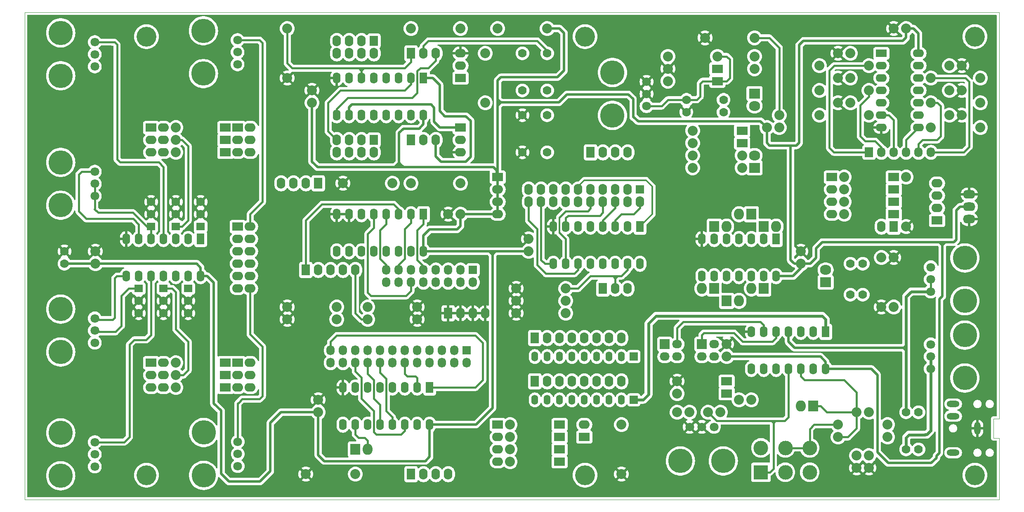
<source format=gtl>
%TF.GenerationSoftware,KiCad,Pcbnew,8.0.0*%
%TF.CreationDate,2024-08-21T17:37:20-06:00*%
%TF.ProjectId,logic_noise_playground,6c6f6769-635f-46e6-9f69-73655f706c61,rev?*%
%TF.SameCoordinates,Original*%
%TF.FileFunction,Copper,L1,Top*%
%TF.FilePolarity,Positive*%
%FSLAX46Y46*%
G04 Gerber Fmt 4.6, Leading zero omitted, Abs format (unit mm)*
G04 Created by KiCad (PCBNEW 8.0.0) date 2024-08-21 17:37:20*
%MOMM*%
%LPD*%
G01*
G04 APERTURE LIST*
%TA.AperFunction,ComponentPad*%
%ADD10R,1.778000X1.524000*%
%TD*%
%TA.AperFunction,ComponentPad*%
%ADD11C,1.778000*%
%TD*%
%TA.AperFunction,ComponentPad*%
%ADD12C,2.032000*%
%TD*%
%TA.AperFunction,ComponentPad*%
%ADD13R,2.286000X1.699260*%
%TD*%
%TA.AperFunction,ComponentPad*%
%ADD14C,1.800000*%
%TD*%
%TA.AperFunction,ComponentPad*%
%ADD15C,4.980000*%
%TD*%
%TA.AperFunction,ComponentPad*%
%ADD16R,2.286000X1.727200*%
%TD*%
%TA.AperFunction,ComponentPad*%
%ADD17O,2.286000X1.727200*%
%TD*%
%TA.AperFunction,ComponentPad*%
%ADD18R,1.727200X1.727200*%
%TD*%
%TA.AperFunction,ComponentPad*%
%ADD19O,1.727200X2.286000*%
%TD*%
%TA.AperFunction,ComponentPad*%
%ADD20R,1.727200X2.032000*%
%TD*%
%TA.AperFunction,ComponentPad*%
%ADD21O,1.727200X2.032000*%
%TD*%
%TA.AperFunction,ComponentPad*%
%ADD22R,1.574800X2.286000*%
%TD*%
%TA.AperFunction,ComponentPad*%
%ADD23O,1.574800X2.286000*%
%TD*%
%TA.AperFunction,ComponentPad*%
%ADD24R,2.286000X1.574800*%
%TD*%
%TA.AperFunction,ComponentPad*%
%ADD25O,2.286000X1.574800*%
%TD*%
%TA.AperFunction,ComponentPad*%
%ADD26R,3.000000X3.000000*%
%TD*%
%TA.AperFunction,ComponentPad*%
%ADD27C,3.000000*%
%TD*%
%TA.AperFunction,ComponentPad*%
%ADD28O,2.540000X1.778000*%
%TD*%
%TA.AperFunction,ComponentPad*%
%ADD29R,1.651000X1.651000*%
%TD*%
%TA.AperFunction,ComponentPad*%
%ADD30O,1.397000X2.032000*%
%TD*%
%TA.AperFunction,ComponentPad*%
%ADD31R,1.727200X2.286000*%
%TD*%
%TA.AperFunction,ComponentPad*%
%ADD32R,2.032000X2.286000*%
%TD*%
%TA.AperFunction,ComponentPad*%
%ADD33O,2.032000X2.286000*%
%TD*%
%TA.AperFunction,ComponentPad*%
%ADD34R,2.286000X2.032000*%
%TD*%
%TA.AperFunction,ComponentPad*%
%ADD35O,2.286000X2.032000*%
%TD*%
%TA.AperFunction,ComponentPad*%
%ADD36R,2.032000X2.032000*%
%TD*%
%TA.AperFunction,ComponentPad*%
%ADD37O,2.032000X1.727200*%
%TD*%
%TA.AperFunction,ComponentPad*%
%ADD38C,4.064000*%
%TD*%
%TA.AperFunction,ComponentPad*%
%ADD39O,1.308000X2.616000*%
%TD*%
%TA.AperFunction,ComponentPad*%
%ADD40O,2.616000X1.308000*%
%TD*%
%TA.AperFunction,ViaPad*%
%ADD41C,0.600000*%
%TD*%
%TA.AperFunction,Conductor*%
%ADD42C,0.400000*%
%TD*%
%TA.AperFunction,Conductor*%
%ADD43C,0.406400*%
%TD*%
%TA.AperFunction,Conductor*%
%ADD44C,0.500000*%
%TD*%
%TA.AperFunction,Conductor*%
%ADD45C,0.304800*%
%TD*%
%TA.AperFunction,Conductor*%
%ADD46C,0.609600*%
%TD*%
%TA.AperFunction,Profile*%
%ADD47C,0.100000*%
%TD*%
%TA.AperFunction,Profile*%
%ADD48C,0.010000*%
%TD*%
G04 APERTURE END LIST*
D10*
%TO.P,C1,1*%
%TO.N,/40106_oscillators/InE*%
X63500000Y-106680000D03*
D11*
%TO.P,C1,2*%
%TO.N,GND*%
X63500000Y-109220000D03*
X63500000Y-111760000D03*
%TD*%
D10*
%TO.P,C2,1*%
%TO.N,/40106_oscillators/InA*%
X71120000Y-93980000D03*
D11*
%TO.P,C2,2*%
%TO.N,GND*%
X71120000Y-91440000D03*
X71120000Y-88900000D03*
%TD*%
D10*
%TO.P,C3,1*%
%TO.N,/40106_oscillators/InB*%
X66040000Y-93980000D03*
D11*
%TO.P,C3,2*%
%TO.N,GND*%
X66040000Y-91440000D03*
X66040000Y-88900000D03*
%TD*%
D10*
%TO.P,C4,1*%
%TO.N,/40106_oscillators/InF*%
X68580000Y-106680000D03*
D11*
%TO.P,C4,2*%
%TO.N,GND*%
X68580000Y-109220000D03*
X68580000Y-111760000D03*
%TD*%
D10*
%TO.P,C5,1*%
%TO.N,/40106_oscillators/InC*%
X60960000Y-93980000D03*
D11*
%TO.P,C5,2*%
%TO.N,GND*%
X60960000Y-91440000D03*
X60960000Y-88900000D03*
%TD*%
D10*
%TO.P,C6,1*%
%TO.N,/40106_oscillators/InD*%
X58420000Y-106680000D03*
D11*
%TO.P,C6,2*%
%TO.N,GND*%
X58420000Y-109220000D03*
X58420000Y-111760000D03*
%TD*%
D12*
%TO.P,C7,1*%
%TO.N,GND*%
X201930000Y-58420000D03*
%TO.P,C7,2*%
%TO.N,Net-(U3A-In)*%
X204470000Y-58420000D03*
%TD*%
%TO.P,C8,1*%
%TO.N,GND*%
X201930000Y-63500000D03*
%TO.P,C8,2*%
%TO.N,Net-(U3B-In)*%
X204470000Y-63500000D03*
%TD*%
%TO.P,C9,1*%
%TO.N,GND*%
X201930000Y-68580000D03*
%TO.P,C9,2*%
%TO.N,Net-(U3C-In)*%
X204470000Y-68580000D03*
%TD*%
%TO.P,C10,1*%
%TO.N,GND*%
X227330000Y-71120000D03*
%TO.P,C10,2*%
%TO.N,Net-(U3D-In)*%
X224790000Y-71120000D03*
%TD*%
%TO.P,C11,1*%
%TO.N,GND*%
X227330000Y-66040000D03*
%TO.P,C11,2*%
%TO.N,Net-(U3E-In)*%
X224790000Y-66040000D03*
%TD*%
%TO.P,C12,1*%
%TO.N,GND*%
X227330000Y-60960000D03*
%TO.P,C12,2*%
%TO.N,Net-(U3F-In)*%
X224790000Y-60960000D03*
%TD*%
%TO.P,C13,1*%
%TO.N,Net-(D8-K)*%
X177800000Y-132080000D03*
%TO.P,C13,2*%
%TO.N,Net-(C13-Pad2)*%
X175260000Y-132080000D03*
%TD*%
%TO.P,C15,1*%
%TO.N,/vca_eg/audio_out*%
X184785000Y-61595000D03*
%TO.P,C15,2*%
%TO.N,Net-(Q1-E)*%
X184785000Y-59055000D03*
%TD*%
%TO.P,C16,1*%
%TO.N,/bass_drum/DrumOut*%
X205740000Y-132080000D03*
%TO.P,C16,2*%
%TO.N,Net-(C16-Pad2)*%
X208280000Y-132080000D03*
%TD*%
%TO.P,D1,1,A*%
%TO.N,/40106_oscillators/InA*%
X66040000Y-73660000D03*
D13*
%TO.P,D1,2,K*%
%TO.N,/40106_oscillators/SyncA*%
X76200000Y-73660000D03*
%TD*%
D12*
%TO.P,D2,1,A*%
%TO.N,/40106_oscillators/InB*%
X66040000Y-76200000D03*
D13*
%TO.P,D2,2,K*%
%TO.N,/40106_oscillators/SyncB*%
X76200000Y-76200000D03*
%TD*%
D12*
%TO.P,D3,1,A*%
%TO.N,/40106_oscillators/InC*%
X66040000Y-78740000D03*
D13*
%TO.P,D3,2,K*%
%TO.N,/40106_oscillators/SyncC*%
X76200000Y-78740000D03*
%TD*%
D12*
%TO.P,D4,1,A*%
%TO.N,/40106_oscillators/InD*%
X66040000Y-121920000D03*
D13*
%TO.P,D4,2,K*%
%TO.N,/40106_oscillators/SyncD*%
X76200000Y-121920000D03*
%TD*%
D12*
%TO.P,D8,1,A*%
%TO.N,Net-(D8-A)*%
X168910000Y-128270000D03*
D13*
%TO.P,D8,2,K*%
%TO.N,Net-(D8-K)*%
X179070000Y-128270000D03*
%TD*%
D12*
%TO.P,D9,1,A*%
%TO.N,GND*%
X168910000Y-125730000D03*
D13*
%TO.P,D9,2,K*%
%TO.N,Net-(D8-A)*%
X179070000Y-125730000D03*
%TD*%
D14*
%TO.P,DECAY1,1,1*%
%TO.N,Net-(D8-K)*%
X176470000Y-135080000D03*
%TO.P,DECAY1,2,2*%
%TO.N,GND*%
X173970000Y-135080000D03*
%TO.P,DECAY1,3,3*%
X171470000Y-135080000D03*
D15*
%TO.P,DECAY1,MH1*%
%TO.N,N/C*%
X178370000Y-142080000D03*
%TO.P,DECAY1,MH2*%
X169570000Y-142080000D03*
%TD*%
D16*
%TO.P,P4,1,P1*%
%TO.N,/40106_oscillators/OutA*%
X78740000Y-93980000D03*
D17*
%TO.P,P4,2,P2*%
X81280000Y-93980000D03*
%TO.P,P4,3,P3*%
%TO.N,/40106_oscillators/OutB*%
X78740000Y-96520000D03*
%TO.P,P4,4,P4*%
X81280000Y-96520000D03*
%TO.P,P4,5,P5*%
%TO.N,/40106_oscillators/OutC*%
X78740000Y-99060000D03*
%TO.P,P4,6,P6*%
X81280000Y-99060000D03*
%TO.P,P4,7,P7*%
%TO.N,/40106_oscillators/OutD*%
X78740000Y-101600000D03*
%TO.P,P4,8,P8*%
X81280000Y-101600000D03*
%TO.P,P4,9,P9*%
%TO.N,/40106_oscillators/OutE*%
X78740000Y-104140000D03*
%TO.P,P4,10,P10*%
X81280000Y-104140000D03*
%TO.P,P4,11,P11*%
%TO.N,/40106_oscillators/OutF*%
X78740000Y-106680000D03*
%TO.P,P4,12,P12*%
X81280000Y-106680000D03*
%TD*%
D18*
%TO.P,P6,1,P1*%
%TO.N,/4017/Q0*%
X161290000Y-86360000D03*
D19*
%TO.P,P6,2,P2*%
X161290000Y-88900000D03*
%TO.P,P6,3,P3*%
%TO.N,/4017/Q1*%
X158750000Y-86360000D03*
%TO.P,P6,4,P4*%
X158750000Y-88900000D03*
%TO.P,P6,5,P5*%
%TO.N,/4017/Q2*%
X156210000Y-86360000D03*
%TO.P,P6,6,P6*%
X156210000Y-88900000D03*
%TO.P,P6,7,P7*%
%TO.N,/4017/Q3*%
X153670000Y-86360000D03*
%TO.P,P6,8,P8*%
X153670000Y-88900000D03*
%TO.P,P6,9,P9*%
%TO.N,/4017/Q4*%
X151130000Y-86360000D03*
%TO.P,P6,10,P10*%
X151130000Y-88900000D03*
%TO.P,P6,11,P11*%
%TO.N,/4017/Q5*%
X148590000Y-86360000D03*
%TO.P,P6,12,P12*%
X148590000Y-88900000D03*
%TO.P,P6,13,P13*%
%TO.N,/4017/Q6*%
X146050000Y-86360000D03*
%TO.P,P6,14,P14*%
X146050000Y-88900000D03*
%TO.P,P6,15,P15*%
%TO.N,/4017/Q7*%
X143510000Y-86360000D03*
%TO.P,P6,16,P16*%
X143510000Y-88900000D03*
%TO.P,P6,17,P17*%
%TO.N,/4017/Q8*%
X140970000Y-86360000D03*
%TO.P,P6,18,P18*%
X140970000Y-88900000D03*
%TO.P,P6,19,P19*%
%TO.N,/4017/Q9*%
X138430000Y-86360000D03*
%TO.P,P6,20,P20*%
X138430000Y-88900000D03*
%TD*%
D20*
%TO.P,P12,1,P1*%
%TO.N,/4015/1A*%
X106680000Y-55880000D03*
D19*
%TO.P,P12,2,P2*%
X106680000Y-58420000D03*
%TO.P,P12,3,P3*%
%TO.N,/4015/2A*%
X104140000Y-55880000D03*
%TO.P,P12,4,P4*%
X104140000Y-58420000D03*
%TO.P,P12,5,P5*%
%TO.N,/4015/3A*%
X101600000Y-55880000D03*
%TO.P,P12,6,P6*%
X101600000Y-58420000D03*
%TO.P,P12,7,P7*%
%TO.N,/4015/4A*%
X99060000Y-55880000D03*
%TO.P,P12,8,P8*%
X99060000Y-58420000D03*
%TD*%
D18*
%TO.P,P15,1,P1*%
%TO.N,/4051/X0*%
X127000000Y-102870000D03*
D21*
%TO.P,P15,2,P2*%
X127000000Y-105410000D03*
%TO.P,P15,3,P3*%
%TO.N,/4051/X1*%
X124460000Y-102870000D03*
%TO.P,P15,4,P4*%
X124460000Y-105410000D03*
%TO.P,P15,5,P5*%
%TO.N,/4051/X2*%
X121920000Y-102870000D03*
%TO.P,P15,6,P6*%
X121920000Y-105410000D03*
%TO.P,P15,7,P7*%
%TO.N,/4051/X3*%
X119380000Y-102870000D03*
%TO.P,P15,8,P8*%
X119380000Y-105410000D03*
%TO.P,P15,9,P9*%
%TO.N,/4051/X4*%
X116840000Y-102870000D03*
%TO.P,P15,10,P10*%
X116840000Y-105410000D03*
%TO.P,P15,11,P11*%
%TO.N,/4051/X5*%
X114300000Y-102870000D03*
%TO.P,P15,12,P12*%
X114300000Y-105410000D03*
%TO.P,P15,13,P13*%
%TO.N,/4051/X6*%
X111760000Y-102870000D03*
%TO.P,P15,14,P14*%
X111760000Y-105410000D03*
%TO.P,P15,15,P15*%
%TO.N,/4051/X7*%
X109220000Y-102870000D03*
%TO.P,P15,16,P16*%
X109220000Y-105410000D03*
%TD*%
D20*
%TO.P,P17,1,P1*%
%TO.N,/4015/1B*%
X106680000Y-76200000D03*
D19*
%TO.P,P17,2,P2*%
X106680000Y-78740000D03*
%TO.P,P17,3,P3*%
%TO.N,/4015/2B*%
X104140000Y-76200000D03*
%TO.P,P17,4,P4*%
X104140000Y-78740000D03*
%TO.P,P17,5,P5*%
%TO.N,/4015/3B*%
X101600000Y-76200000D03*
%TO.P,P17,6,P6*%
X101600000Y-78740000D03*
%TO.P,P17,7,P7*%
%TO.N,/4015/4B*%
X99060000Y-76200000D03*
%TO.P,P17,8,P8*%
X99060000Y-78740000D03*
%TD*%
D12*
%TO.P,R3,1*%
%TO.N,/bass_drum/DrumOut*%
X201930000Y-137160000D03*
%TO.P,R3,2*%
%TO.N,Net-(C16-Pad2)*%
X212090000Y-137160000D03*
%TD*%
%TO.P,R4,1*%
%TO.N,Net-(C16-Pad2)*%
X212090000Y-134620000D03*
%TO.P,R4,2*%
%TO.N,Net-(C14-Pad1)*%
X201930000Y-134620000D03*
%TD*%
%TO.P,R5,1*%
%TO.N,/4051/Inhibit*%
X99060000Y-113030000D03*
%TO.P,R5,2*%
%TO.N,GND*%
X88900000Y-113030000D03*
%TD*%
%TO.P,R6,1*%
%TO.N,/4015/ResetA*%
X88900000Y-53340000D03*
%TO.P,R6,2*%
%TO.N,GND*%
X88900000Y-63500000D03*
%TD*%
%TO.P,R7,1*%
%TO.N,/4015/ResetB*%
X110490000Y-85090000D03*
%TO.P,R7,2*%
%TO.N,GND*%
X100330000Y-85090000D03*
%TD*%
%TO.P,R8,1*%
%TO.N,/4017/ClockEnable*%
X146050000Y-109220000D03*
%TO.P,R8,2*%
%TO.N,GND*%
X135890000Y-109220000D03*
%TD*%
%TO.P,R9,1*%
%TO.N,/4017/Reset*%
X146050000Y-106680000D03*
%TO.P,R9,2*%
%TO.N,GND*%
X135890000Y-106680000D03*
%TD*%
D14*
%TO.P,RV1,1,1*%
%TO.N,/40106_oscillators/InA*%
X78690000Y-60690000D03*
%TO.P,RV1,2,2*%
X78690000Y-58190000D03*
%TO.P,RV1,3,3*%
%TO.N,/40106_oscillators/OutA*%
X78690000Y-55690000D03*
D15*
%TO.P,RV1,MH1*%
%TO.N,N/C*%
X71690000Y-62590000D03*
%TO.P,RV1,MH2*%
X71690000Y-53790000D03*
%TD*%
D14*
%TO.P,RV2,1,1*%
%TO.N,/40106_oscillators/InB*%
X49400000Y-61120000D03*
%TO.P,RV2,2,2*%
X49400000Y-58620000D03*
%TO.P,RV2,3,3*%
%TO.N,/40106_oscillators/OutB*%
X49400000Y-56120000D03*
D15*
%TO.P,RV2,MH1*%
%TO.N,N/C*%
X42400000Y-63020000D03*
%TO.P,RV2,MH2*%
X42400000Y-54220000D03*
%TD*%
D14*
%TO.P,RV3,1,1*%
%TO.N,/40106_oscillators/InC*%
X49400000Y-87700000D03*
%TO.P,RV3,2,2*%
X49400000Y-85200000D03*
%TO.P,RV3,3,3*%
%TO.N,/40106_oscillators/OutC*%
X49400000Y-82700000D03*
D15*
%TO.P,RV3,MH1*%
%TO.N,N/C*%
X42400000Y-89600000D03*
%TO.P,RV3,MH2*%
X42400000Y-80800000D03*
%TD*%
D14*
%TO.P,RV4,1,1*%
%TO.N,/40106_oscillators/InD*%
X49400000Y-117810000D03*
%TO.P,RV4,2,2*%
X49400000Y-115310000D03*
%TO.P,RV4,3,3*%
%TO.N,/40106_oscillators/OutD*%
X49400000Y-112810000D03*
D15*
%TO.P,RV4,MH1*%
%TO.N,N/C*%
X42400000Y-119710000D03*
%TO.P,RV4,MH2*%
X42400000Y-110910000D03*
%TD*%
D14*
%TO.P,RV6,1,1*%
%TO.N,Net-(D16-K)*%
X162630000Y-69260000D03*
%TO.P,RV6,2,2*%
%TO.N,GND*%
X162630000Y-66760000D03*
%TO.P,RV6,3,3*%
X162630000Y-64260000D03*
D15*
%TO.P,RV6,MH1*%
%TO.N,N/C*%
X155630000Y-71160000D03*
%TO.P,RV6,MH2*%
X155630000Y-62360000D03*
%TD*%
D22*
%TO.P,U1,1,In*%
%TO.N,/40106_oscillators/InA*%
X71120000Y-96520000D03*
D23*
%TO.P,U1,2,Out*%
%TO.N,/40106_oscillators/OutA*%
X68580000Y-96520000D03*
%TO.P,U1,3,In*%
%TO.N,/40106_oscillators/InB*%
X66040000Y-96520000D03*
%TO.P,U1,4,Out*%
%TO.N,/40106_oscillators/OutB*%
X63500000Y-96520000D03*
%TO.P,U1,5,In*%
%TO.N,/40106_oscillators/InC*%
X60960000Y-96520000D03*
%TO.P,U1,6,Out*%
%TO.N,/40106_oscillators/OutC*%
X58420000Y-96520000D03*
%TO.P,U1,7,VSS*%
%TO.N,GND*%
X55880000Y-96520000D03*
%TO.P,U1,8,Out*%
%TO.N,/40106_oscillators/OutD*%
X55880000Y-104140000D03*
%TO.P,U1,9,In*%
%TO.N,/40106_oscillators/InD*%
X58420000Y-104140000D03*
%TO.P,U1,10,Out*%
%TO.N,/40106_oscillators/OutE*%
X60960000Y-104140000D03*
%TO.P,U1,11,In*%
%TO.N,/40106_oscillators/InE*%
X63500000Y-104140000D03*
%TO.P,U1,12,Out*%
%TO.N,/40106_oscillators/OutF*%
X66040000Y-104140000D03*
%TO.P,U1,13,In*%
%TO.N,/40106_oscillators/InF*%
X68580000Y-104140000D03*
%TO.P,U1,14,VDD*%
%TO.N,VCC*%
X71120000Y-104140000D03*
%TD*%
D22*
%TO.P,U2,1*%
%TO.N,/xor/in_A1*%
X189230000Y-96520000D03*
D23*
%TO.P,U2,2*%
%TO.N,/xor/in_A2*%
X186690000Y-96520000D03*
%TO.P,U2,3*%
%TO.N,/xor/out_A*%
X184150000Y-96520000D03*
%TO.P,U2,4*%
%TO.N,/xor/out_B*%
X181610000Y-96520000D03*
%TO.P,U2,5*%
%TO.N,/xor/in_B1*%
X179070000Y-96520000D03*
%TO.P,U2,6*%
%TO.N,/xor/in_B2*%
X176530000Y-96520000D03*
%TO.P,U2,7,VSS*%
%TO.N,GND*%
X173990000Y-96520000D03*
%TO.P,U2,8*%
%TO.N,/xor/in_C1*%
X173990000Y-104140000D03*
%TO.P,U2,9*%
%TO.N,/xor/in_C2*%
X176530000Y-104140000D03*
%TO.P,U2,10*%
%TO.N,/xor/out_C*%
X179070000Y-104140000D03*
%TO.P,U2,11*%
%TO.N,/xor/out_D*%
X181610000Y-104140000D03*
%TO.P,U2,12*%
%TO.N,/xor/in_D1*%
X184150000Y-104140000D03*
%TO.P,U2,13*%
%TO.N,/xor/in_D2*%
X186690000Y-104140000D03*
%TO.P,U2,14,VDD*%
%TO.N,VCC*%
X189230000Y-104140000D03*
%TD*%
D24*
%TO.P,U3,1,In*%
%TO.N,Net-(U3A-In)*%
X210820000Y-58420000D03*
D25*
%TO.P,U3,2,Out*%
%TO.N,/six_oscs/out_A*%
X210820000Y-60960000D03*
%TO.P,U3,3,In*%
%TO.N,Net-(U3B-In)*%
X210820000Y-63500000D03*
%TO.P,U3,4,Out*%
%TO.N,/six_oscs/out_B*%
X210820000Y-66040000D03*
%TO.P,U3,5,In*%
%TO.N,Net-(U3C-In)*%
X210820000Y-68580000D03*
%TO.P,U3,6,Out*%
%TO.N,/six_oscs/out_C*%
X210820000Y-71120000D03*
%TO.P,U3,7,VSS*%
%TO.N,GND*%
X210820000Y-73660000D03*
%TO.P,U3,8,Out*%
%TO.N,/six_oscs/out_D*%
X218440000Y-73660000D03*
%TO.P,U3,9,In*%
%TO.N,Net-(U3D-In)*%
X218440000Y-71120000D03*
%TO.P,U3,10,Out*%
%TO.N,/six_oscs/out_E*%
X218440000Y-68580000D03*
%TO.P,U3,11,In*%
%TO.N,Net-(U3E-In)*%
X218440000Y-66040000D03*
%TO.P,U3,12,Out*%
%TO.N,/six_oscs/out_F*%
X218440000Y-63500000D03*
%TO.P,U3,13,In*%
%TO.N,Net-(U3F-In)*%
X218440000Y-60960000D03*
%TO.P,U3,14,VDD*%
%TO.N,VCC*%
X218440000Y-58420000D03*
%TD*%
D22*
%TO.P,U4,1*%
%TO.N,/bass_drum/Buffer_A_In*%
X199390000Y-115570000D03*
D23*
%TO.P,U4,2*%
%TO.N,/bass_drum/Buffer_A_Out*%
X196850000Y-115570000D03*
%TO.P,U4,3*%
%TO.N,/bass_drum/Buffer_B_In*%
X194310000Y-115570000D03*
%TO.P,U4,4*%
%TO.N,/bass_drum/Buffer_B_Out*%
X191770000Y-115570000D03*
%TO.P,U4,5*%
%TO.N,/bass_drum/OD_A_IN*%
X189230000Y-115570000D03*
%TO.P,U4,6*%
%TO.N,/bass_drum/OD_A_OUT*%
X186690000Y-115570000D03*
%TO.P,U4,7,VSS*%
%TO.N,GND*%
X184150000Y-115570000D03*
%TO.P,U4,8*%
%TO.N,/bass_drum/OD_B_OUT*%
X184150000Y-123190000D03*
%TO.P,U4,9*%
%TO.N,/bass_drum/OD_B_IN*%
X186690000Y-123190000D03*
%TO.P,U4,10*%
%TO.N,Net-(C14-Pad1)*%
X189230000Y-123190000D03*
%TO.P,U4,11*%
%TO.N,Net-(C13-Pad2)*%
X191770000Y-123190000D03*
%TO.P,U4,12*%
%TO.N,/bass_drum/DrumOut*%
X194310000Y-123190000D03*
%TO.P,U4,13*%
%TO.N,Net-(C16-Pad2)*%
X196850000Y-123190000D03*
%TO.P,U4,14,VDD*%
%TO.N,VCC*%
X199390000Y-123190000D03*
%TD*%
D22*
%TO.P,U5,1,X4*%
%TO.N,/4051/X4*%
X116840000Y-91440000D03*
D23*
%TO.P,U5,2,X6*%
%TO.N,/4051/X6*%
X114300000Y-91440000D03*
%TO.P,U5,3,X*%
%TO.N,/4051/X*%
X111760000Y-91440000D03*
%TO.P,U5,4,X7*%
%TO.N,/4051/X7*%
X109220000Y-91440000D03*
%TO.P,U5,5,X5*%
%TO.N,/4051/X5*%
X106680000Y-91440000D03*
%TO.P,U5,6,Inh*%
%TO.N,/4051/Inhibit*%
X104140000Y-91440000D03*
%TO.P,U5,7,VEE*%
%TO.N,GND*%
X101600000Y-91440000D03*
%TO.P,U5,8,VSS*%
X99060000Y-91440000D03*
%TO.P,U5,9,C*%
%TO.N,/4051/C*%
X99060000Y-99060000D03*
%TO.P,U5,10,B*%
%TO.N,/4051/B*%
X101600000Y-99060000D03*
%TO.P,U5,11,A*%
%TO.N,/4051/A*%
X104140000Y-99060000D03*
%TO.P,U5,12,X3*%
%TO.N,/4051/X3*%
X106680000Y-99060000D03*
%TO.P,U5,13,X0*%
%TO.N,/4051/X0*%
X109220000Y-99060000D03*
%TO.P,U5,14,X1*%
%TO.N,/4051/X1*%
X111760000Y-99060000D03*
%TO.P,U5,15,X2*%
%TO.N,/4051/X2*%
X114300000Y-99060000D03*
%TO.P,U5,16,VDD*%
%TO.N,VCC*%
X116840000Y-99060000D03*
%TD*%
D22*
%TO.P,U6,1,Clock*%
%TO.N,/4015/ClockB*%
X116840000Y-63500000D03*
D23*
%TO.P,U6,2,Out_4*%
%TO.N,/4015/4B*%
X114300000Y-63500000D03*
%TO.P,U6,3,Out_3*%
%TO.N,/4015/3A*%
X111760000Y-63500000D03*
%TO.P,U6,4,Out_2*%
%TO.N,/4015/2A*%
X109220000Y-63500000D03*
%TO.P,U6,5,Out_1*%
%TO.N,/4015/1A*%
X106680000Y-63500000D03*
%TO.P,U6,6,Reset*%
%TO.N,/4015/ResetA*%
X104140000Y-63500000D03*
%TO.P,U6,7,Data*%
%TO.N,/4015/DataA*%
X101600000Y-63500000D03*
%TO.P,U6,8,VSS*%
%TO.N,GND*%
X99060000Y-63500000D03*
%TO.P,U6,9,Clock*%
%TO.N,/4015/ClockA*%
X99060000Y-71120000D03*
%TO.P,U6,10,Out_4*%
%TO.N,/4015/4A*%
X101600000Y-71120000D03*
%TO.P,U6,11,Out_3*%
%TO.N,/4015/3B*%
X104140000Y-71120000D03*
%TO.P,U6,12,Out_2*%
%TO.N,/4015/2B*%
X106680000Y-71120000D03*
%TO.P,U6,13,Out_1*%
%TO.N,/4015/1B*%
X109220000Y-71120000D03*
%TO.P,U6,14,Reset*%
%TO.N,/4015/ResetB*%
X111760000Y-71120000D03*
%TO.P,U6,15,Data*%
%TO.N,/4015/DataB*%
X114300000Y-71120000D03*
%TO.P,U6,16,VDD*%
%TO.N,VCC*%
X116840000Y-71120000D03*
%TD*%
D22*
%TO.P,U7,1,Q5*%
%TO.N,/4017/Q5*%
X161290000Y-93980000D03*
D23*
%TO.P,U7,2,Q1*%
%TO.N,/4017/Q1*%
X158750000Y-93980000D03*
%TO.P,U7,3,Q0*%
%TO.N,/4017/Q0*%
X156210000Y-93980000D03*
%TO.P,U7,4,Q2*%
%TO.N,/4017/Q2*%
X153670000Y-93980000D03*
%TO.P,U7,5,Q6*%
%TO.N,/4017/Q6*%
X151130000Y-93980000D03*
%TO.P,U7,6,Q7*%
%TO.N,/4017/Q7*%
X148590000Y-93980000D03*
%TO.P,U7,7,Q3*%
%TO.N,/4017/Q3*%
X146050000Y-93980000D03*
%TO.P,U7,8,VSS*%
%TO.N,GND*%
X143510000Y-93980000D03*
%TO.P,U7,9,Q8*%
%TO.N,/4017/Q8*%
X143510000Y-101600000D03*
%TO.P,U7,10,Q4*%
%TO.N,/4017/Q4*%
X146050000Y-101600000D03*
%TO.P,U7,11,Q9*%
%TO.N,/4017/Q9*%
X148590000Y-101600000D03*
%TO.P,U7,12,Cout*%
%TO.N,unconnected-(U7-Cout-Pad12)*%
X151130000Y-101600000D03*
%TO.P,U7,13,CKEN*%
%TO.N,/4017/ClockEnable*%
X153670000Y-101600000D03*
%TO.P,U7,14,CLK*%
%TO.N,/4017/Clock*%
X156210000Y-101600000D03*
%TO.P,U7,15,Reset*%
%TO.N,/4017/Reset*%
X158750000Y-101600000D03*
%TO.P,U7,16,VDD*%
%TO.N,VCC*%
X161290000Y-101600000D03*
%TD*%
D12*
%TO.P,D14,1,A*%
%TO.N,/40106_oscillators/InE*%
X66040000Y-124460000D03*
D13*
%TO.P,D14,2,K*%
%TO.N,/40106_oscillators/SyncE*%
X76200000Y-124460000D03*
%TD*%
D12*
%TO.P,D15,1,A*%
%TO.N,/40106_oscillators/InF*%
X66040000Y-127000000D03*
D13*
%TO.P,D15,2,K*%
%TO.N,/40106_oscillators/SyncF*%
X76200000Y-127000000D03*
%TD*%
D14*
%TO.P,RV12,1,1*%
%TO.N,/40106_oscillators/InE*%
X49400000Y-143220000D03*
%TO.P,RV12,2,2*%
X49400000Y-140720000D03*
%TO.P,RV12,3,3*%
%TO.N,/40106_oscillators/OutE*%
X49400000Y-138220000D03*
D15*
%TO.P,RV12,MH1*%
%TO.N,N/C*%
X42400000Y-145120000D03*
%TO.P,RV12,MH2*%
X42400000Y-136320000D03*
%TD*%
D14*
%TO.P,RV13,1,1*%
%TO.N,/40106_oscillators/InF*%
X78740000Y-143140000D03*
%TO.P,RV13,2,2*%
X78740000Y-140640000D03*
%TO.P,RV13,3,3*%
%TO.N,/40106_oscillators/OutF*%
X78740000Y-138140000D03*
D15*
%TO.P,RV13,MH1*%
%TO.N,N/C*%
X71740000Y-145040000D03*
%TO.P,RV13,MH2*%
X71740000Y-136240000D03*
%TD*%
D16*
%TO.P,P1,1,P1*%
%TO.N,/40106_oscillators/SyncA*%
X78740000Y-73660000D03*
D17*
%TO.P,P1,2,P2*%
X81280000Y-73660000D03*
%TO.P,P1,3,P3*%
%TO.N,/40106_oscillators/SyncB*%
X78740000Y-76200000D03*
%TO.P,P1,4,P4*%
X81280000Y-76200000D03*
%TO.P,P1,5,P5*%
%TO.N,/40106_oscillators/SyncC*%
X78740000Y-78740000D03*
%TO.P,P1,6,P6*%
X81280000Y-78740000D03*
%TD*%
D16*
%TO.P,P8,1,P1*%
%TO.N,/40106_oscillators/SyncD*%
X78740000Y-121920000D03*
D17*
%TO.P,P8,2,P2*%
X81280000Y-121920000D03*
%TO.P,P8,3,P3*%
%TO.N,/40106_oscillators/SyncE*%
X78740000Y-124460000D03*
%TO.P,P8,4,P4*%
X81280000Y-124460000D03*
%TO.P,P8,5,P5*%
%TO.N,/40106_oscillators/SyncF*%
X78740000Y-127000000D03*
%TO.P,P8,6,P6*%
X81280000Y-127000000D03*
%TD*%
D16*
%TO.P,P21,1,P1*%
%TO.N,/40106_oscillators/InA*%
X60960000Y-73660000D03*
D17*
%TO.P,P21,2,P2*%
X63500000Y-73660000D03*
%TO.P,P21,3,P3*%
%TO.N,/40106_oscillators/InB*%
X60960000Y-76200000D03*
%TO.P,P21,4,P4*%
X63500000Y-76200000D03*
%TO.P,P21,5,P5*%
%TO.N,/40106_oscillators/InC*%
X60960000Y-78740000D03*
%TO.P,P21,6,P6*%
X63500000Y-78740000D03*
%TD*%
D16*
%TO.P,P22,1,P1*%
%TO.N,/40106_oscillators/InD*%
X60960000Y-121920000D03*
D17*
%TO.P,P22,2,P2*%
X63500000Y-121920000D03*
%TO.P,P22,3,P3*%
%TO.N,/40106_oscillators/InE*%
X60960000Y-124460000D03*
%TO.P,P22,4,P4*%
X63500000Y-124460000D03*
%TO.P,P22,5,P5*%
%TO.N,/40106_oscillators/InF*%
X60960000Y-127000000D03*
%TO.P,P22,6,P6*%
X63500000Y-127000000D03*
%TD*%
D12*
%TO.P,D16,1,A*%
%TO.N,Net-(D16-A)*%
X167005000Y-64135000D03*
D13*
%TO.P,D16,2,K*%
%TO.N,Net-(D16-K)*%
X177165000Y-64135000D03*
%TD*%
D12*
%TO.P,D17,1,A*%
%TO.N,GND*%
X167005000Y-61595000D03*
D13*
%TO.P,D17,2,K*%
%TO.N,Net-(D16-A)*%
X177165000Y-61595000D03*
%TD*%
D12*
%TO.P,R14,1*%
%TO.N,/six_oscs/out_A*%
X208280000Y-60960000D03*
%TO.P,R14,2*%
%TO.N,Net-(U3A-In)*%
X198120000Y-60960000D03*
%TD*%
%TO.P,R15,1*%
%TO.N,/six_oscs/out_B*%
X208280000Y-66040000D03*
%TO.P,R15,2*%
%TO.N,Net-(U3B-In)*%
X198120000Y-66040000D03*
%TD*%
%TO.P,R16,1*%
%TO.N,/six_oscs/out_C*%
X208280000Y-71120000D03*
%TO.P,R16,2*%
%TO.N,Net-(U3C-In)*%
X198120000Y-71120000D03*
%TD*%
%TO.P,R17,1*%
%TO.N,/six_oscs/out_D*%
X220980000Y-73660000D03*
%TO.P,R17,2*%
%TO.N,Net-(U3D-In)*%
X231140000Y-73660000D03*
%TD*%
%TO.P,R18,1*%
%TO.N,/six_oscs/out_E*%
X220980000Y-68580000D03*
%TO.P,R18,2*%
%TO.N,Net-(U3E-In)*%
X231140000Y-68580000D03*
%TD*%
%TO.P,R19,1*%
%TO.N,/six_oscs/out_F*%
X220980000Y-63500000D03*
%TO.P,R19,2*%
%TO.N,Net-(U3F-In)*%
X231140000Y-63500000D03*
%TD*%
%TO.P,R20,1*%
%TO.N,/vca_eg/audio_in_A*%
X182245000Y-79375000D03*
%TO.P,R20,2*%
%TO.N,Net-(D12-K)*%
X172085000Y-79375000D03*
%TD*%
%TO.P,R21,1*%
%TO.N,Net-(D12-K)*%
X172085000Y-81915000D03*
%TO.P,R21,2*%
%TO.N,/vca_eg/audio_in_B*%
X182245000Y-81915000D03*
%TD*%
D26*
%TO.P,RV5,1,1*%
%TO.N,Net-(C13-Pad2)*%
X186110000Y-144400000D03*
D27*
%TO.P,RV5,2,2*%
%TO.N,Net-(C33-Pad2)*%
X191110000Y-144400000D03*
%TO.P,RV5,3,3*%
X196110000Y-144400000D03*
%TO.P,RV5,4*%
X186110000Y-139400000D03*
%TO.P,RV5,5*%
%TO.N,Net-(C14-Pad1)*%
X191110000Y-139400000D03*
%TO.P,RV5,6*%
X196110000Y-139400000D03*
%TD*%
D12*
%TO.P,C23,1*%
%TO.N,VCC*%
X215900000Y-53340000D03*
%TO.P,C23,2*%
%TO.N,GND*%
X213360000Y-53340000D03*
%TD*%
%TO.P,C24,1*%
%TO.N,VCC*%
X194310000Y-101600000D03*
%TO.P,C24,2*%
%TO.N,GND*%
X194310000Y-99060000D03*
%TD*%
%TO.P,C25,1*%
%TO.N,VCC*%
X179070000Y-120650000D03*
%TO.P,C25,2*%
%TO.N,GND*%
X179070000Y-118110000D03*
%TD*%
%TO.P,C26,1*%
%TO.N,VCC*%
X138430000Y-99060000D03*
%TO.P,C26,2*%
%TO.N,GND*%
X138430000Y-96520000D03*
%TD*%
%TO.P,C27,1*%
%TO.N,VCC*%
X124460000Y-91440000D03*
%TO.P,C27,2*%
%TO.N,GND*%
X121920000Y-91440000D03*
%TD*%
%TO.P,C28,1*%
%TO.N,VCC*%
X49530000Y-101600000D03*
%TO.P,C28,2*%
%TO.N,GND*%
X49530000Y-99060000D03*
%TD*%
%TO.P,C29,1*%
%TO.N,VCC*%
X93980000Y-68580000D03*
%TO.P,C29,2*%
%TO.N,GND*%
X93980000Y-66040000D03*
%TD*%
D28*
%TO.P,CONN1,1,GND*%
%TO.N,GND*%
X228854000Y-92456000D03*
X228854000Y-87376000D03*
%TO.P,CONN1,2,VCC*%
%TO.N,VCC*%
X228854000Y-89916000D03*
%TD*%
D29*
%TO.P,RR1,1,COM*%
%TO.N,/bass_drum/Buffer_A_In*%
X160020000Y-129540000D03*
D30*
%TO.P,RR1,2,2*%
%TO.N,Net-(P7-P8)*%
X157480000Y-129540000D03*
%TO.P,RR1,3,3*%
%TO.N,Net-(P7-P7)*%
X154940000Y-129540000D03*
%TO.P,RR1,4,4*%
%TO.N,Net-(P7-P6)*%
X152400000Y-129540000D03*
%TO.P,RR1,5,5*%
%TO.N,Net-(P7-P5)*%
X149860000Y-129540000D03*
%TO.P,RR1,6,6*%
%TO.N,Net-(P7-P4)*%
X147320000Y-129540000D03*
%TO.P,RR1,7,7*%
%TO.N,Net-(P7-P3)*%
X144780000Y-129540000D03*
%TO.P,RR1,8,8*%
%TO.N,Net-(P7-P2)*%
X142240000Y-129540000D03*
%TO.P,RR1,9,9*%
%TO.N,Net-(P7-P1)*%
X139700000Y-129540000D03*
%TD*%
D29*
%TO.P,RR2,1,COM*%
%TO.N,/bass_drum/Buffer_B_In*%
X160020000Y-120650000D03*
D30*
%TO.P,RR2,2,2*%
%TO.N,Net-(P9-P8)*%
X157480000Y-120650000D03*
%TO.P,RR2,3,3*%
%TO.N,Net-(P9-P7)*%
X154940000Y-120650000D03*
%TO.P,RR2,4,4*%
%TO.N,Net-(P9-P6)*%
X152400000Y-120650000D03*
%TO.P,RR2,5,5*%
%TO.N,Net-(P9-P5)*%
X149860000Y-120650000D03*
%TO.P,RR2,6,6*%
%TO.N,Net-(P9-P4)*%
X147320000Y-120650000D03*
%TO.P,RR2,7,7*%
%TO.N,Net-(P9-P3)*%
X144780000Y-120650000D03*
%TO.P,RR2,8,8*%
%TO.N,Net-(P9-P2)*%
X142240000Y-120650000D03*
%TO.P,RR2,9,9*%
%TO.N,Net-(P9-P1)*%
X139700000Y-120650000D03*
%TD*%
D31*
%TO.P,P7,1,P1*%
%TO.N,Net-(P7-P1)*%
X139700000Y-125730000D03*
D19*
%TO.P,P7,2,P2*%
%TO.N,Net-(P7-P2)*%
X142240000Y-125730000D03*
%TO.P,P7,3,P3*%
%TO.N,Net-(P7-P3)*%
X144780000Y-125730000D03*
%TO.P,P7,4,P4*%
%TO.N,Net-(P7-P4)*%
X147320000Y-125730000D03*
%TO.P,P7,5,P5*%
%TO.N,Net-(P7-P5)*%
X149860000Y-125730000D03*
%TO.P,P7,6,P6*%
%TO.N,Net-(P7-P6)*%
X152400000Y-125730000D03*
%TO.P,P7,7,P7*%
%TO.N,Net-(P7-P7)*%
X154940000Y-125730000D03*
%TO.P,P7,8,P8*%
%TO.N,Net-(P7-P8)*%
X157480000Y-125730000D03*
%TD*%
D31*
%TO.P,P9,1,P1*%
%TO.N,Net-(P9-P1)*%
X139700000Y-116840000D03*
D19*
%TO.P,P9,2,P2*%
%TO.N,Net-(P9-P2)*%
X142240000Y-116840000D03*
%TO.P,P9,3,P3*%
%TO.N,Net-(P9-P3)*%
X144780000Y-116840000D03*
%TO.P,P9,4,P4*%
%TO.N,Net-(P9-P4)*%
X147320000Y-116840000D03*
%TO.P,P9,5,P5*%
%TO.N,Net-(P9-P5)*%
X149860000Y-116840000D03*
%TO.P,P9,6,P6*%
%TO.N,Net-(P9-P6)*%
X152400000Y-116840000D03*
%TO.P,P9,7,P7*%
%TO.N,Net-(P9-P7)*%
X154940000Y-116840000D03*
%TO.P,P9,8,P8*%
%TO.N,Net-(P9-P8)*%
X157480000Y-116840000D03*
%TD*%
D18*
%TO.P,P26,1,P1*%
%TO.N,/4040/Q0*%
X125730000Y-119380000D03*
D21*
%TO.P,P26,2,P2*%
X125730000Y-121920000D03*
%TO.P,P26,3,P3*%
%TO.N,/4040/Q1*%
X123190000Y-119380000D03*
%TO.P,P26,4,P4*%
X123190000Y-121920000D03*
%TO.P,P26,5,P5*%
%TO.N,/4040/Q2*%
X120650000Y-119380000D03*
%TO.P,P26,6,P6*%
X120650000Y-121920000D03*
%TO.P,P26,7,P7*%
%TO.N,/4040/Q3*%
X118110000Y-119380000D03*
%TO.P,P26,8,P8*%
X118110000Y-121920000D03*
%TO.P,P26,9,P9*%
%TO.N,/4040/Q4*%
X115570000Y-119380000D03*
%TO.P,P26,10,P10*%
X115570000Y-121920000D03*
%TO.P,P26,11,P11*%
%TO.N,/4040/Q5*%
X113030000Y-119380000D03*
%TO.P,P26,12,P12*%
X113030000Y-121920000D03*
%TO.P,P26,13,P13*%
%TO.N,/4040/Q6*%
X110490000Y-119380000D03*
%TO.P,P26,14,P14*%
X110490000Y-121920000D03*
%TO.P,P26,15,P15*%
%TO.N,/4040/Q7*%
X107950000Y-119380000D03*
%TO.P,P26,16,P16*%
X107950000Y-121920000D03*
%TO.P,P26,17,P17*%
%TO.N,/4040/Q8*%
X105410000Y-119380000D03*
%TO.P,P26,18,P18*%
X105410000Y-121920000D03*
%TO.P,P26,19,P19*%
%TO.N,/4040/Q9*%
X102870000Y-119380000D03*
%TO.P,P26,20,P20*%
X102870000Y-121920000D03*
%TO.P,P26,21,P21*%
%TO.N,/4040/Q10*%
X100330000Y-119380000D03*
%TO.P,P26,22,P22*%
X100330000Y-121920000D03*
%TO.P,P26,23,P23*%
%TO.N,/4040/Q11*%
X97790000Y-119380000D03*
%TO.P,P26,24,P24*%
X97790000Y-121920000D03*
%TD*%
D12*
%TO.P,R11,1*%
%TO.N,/4040/Reset*%
X102870000Y-144780000D03*
%TO.P,R11,2*%
%TO.N,GND*%
X92710000Y-144780000D03*
%TD*%
D22*
%TO.P,U8,1,Q11*%
%TO.N,/4040/Q11*%
X118110000Y-127000000D03*
D23*
%TO.P,U8,2,Q5*%
%TO.N,/4040/Q5*%
X115570000Y-127000000D03*
%TO.P,U8,3,Q4*%
%TO.N,/4040/Q4*%
X113030000Y-127000000D03*
%TO.P,U8,4,Q6*%
%TO.N,/4040/Q6*%
X110490000Y-127000000D03*
%TO.P,U8,5,Q3*%
%TO.N,/4040/Q3*%
X107950000Y-127000000D03*
%TO.P,U8,6,Q2*%
%TO.N,/4040/Q2*%
X105410000Y-127000000D03*
%TO.P,U8,7,Q1*%
%TO.N,/4040/Q1*%
X102870000Y-127000000D03*
%TO.P,U8,8,VSS*%
%TO.N,GND*%
X100330000Y-127000000D03*
%TO.P,U8,9,Q0*%
%TO.N,/4040/Q0*%
X100330000Y-134620000D03*
%TO.P,U8,10,CLK*%
%TO.N,/4040/Clock*%
X102870000Y-134620000D03*
%TO.P,U8,11,Reset*%
%TO.N,/4040/Reset*%
X105410000Y-134620000D03*
%TO.P,U8,12,Q8*%
%TO.N,/4040/Q8*%
X107950000Y-134620000D03*
%TO.P,U8,13,Q7*%
%TO.N,/4040/Q7*%
X110490000Y-134620000D03*
%TO.P,U8,14,Q9*%
%TO.N,/4040/Q9*%
X113030000Y-134620000D03*
%TO.P,U8,15,Q10*%
%TO.N,/4040/Q10*%
X115570000Y-134620000D03*
%TO.P,U8,16,VDD*%
%TO.N,VCC*%
X118110000Y-134620000D03*
%TD*%
D12*
%TO.P,C30,1*%
%TO.N,VCC*%
X95250000Y-132080000D03*
%TO.P,C30,2*%
%TO.N,GND*%
X95250000Y-129540000D03*
%TD*%
%TO.P,R13,1*%
%TO.N,/4015/DataA*%
X129540000Y-68580000D03*
%TO.P,R13,2*%
%TO.N,Net-(JP2-Pad2)*%
X129540000Y-58420000D03*
%TD*%
D11*
%TO.P,SW1,1,1*%
%TO.N,Net-(R22-Pad2)*%
X137160000Y-66040000D03*
X137160000Y-58420000D03*
%TO.P,SW1,2,2*%
%TO.N,/4015/DataA*%
X142240000Y-66040000D03*
X142240000Y-58420000D03*
%TD*%
%TO.P,SW2,1,1*%
%TO.N,GND*%
X137160000Y-78740000D03*
X137160000Y-71120000D03*
%TO.P,SW2,2,2*%
%TO.N,/4015/DataA*%
X142240000Y-78740000D03*
X142240000Y-71120000D03*
%TD*%
D12*
%TO.P,R22,1*%
%TO.N,VCC*%
X142240000Y-53340000D03*
%TO.P,R22,2*%
%TO.N,Net-(R22-Pad2)*%
X132080000Y-53340000D03*
%TD*%
%TO.P,Q1,1,C*%
%TO.N,VCC*%
X187325000Y-73660000D03*
%TO.P,Q1,2,B*%
%TO.N,Net-(D13-K)*%
X189865000Y-73660000D03*
%TO.P,Q1,3,E*%
%TO.N,Net-(Q1-E)*%
X189865000Y-71120000D03*
%TD*%
%TO.P,C14,1*%
%TO.N,Net-(C14-Pad1)*%
X168910000Y-132080000D03*
%TO.P,C14,2*%
%TO.N,Net-(D8-K)*%
X171450000Y-132080000D03*
%TD*%
%TO.P,C19,1*%
%TO.N,Net-(D8-A)*%
X181610000Y-129540000D03*
%TO.P,C19,2*%
%TO.N,/bass_drum/Drum_Pulse*%
X184150000Y-129540000D03*
%TD*%
%TO.P,C33,1*%
%TO.N,GND*%
X205740000Y-143510000D03*
%TO.P,C33,2*%
%TO.N,Net-(C33-Pad2)*%
X205740000Y-140970000D03*
%TD*%
%TO.P,C34,1*%
%TO.N,GND*%
X208280000Y-143510000D03*
%TO.P,C34,2*%
%TO.N,Net-(C33-Pad2)*%
X208280000Y-140970000D03*
%TD*%
%TO.P,D12,1,A*%
%TO.N,Net-(D12-A)*%
X172085000Y-76835000D03*
D13*
%TO.P,D12,2,K*%
%TO.N,Net-(D12-K)*%
X182245000Y-76835000D03*
%TD*%
D12*
%TO.P,D13,1,A*%
%TO.N,Net-(D12-A)*%
X172085000Y-74295000D03*
D13*
%TO.P,D13,2,K*%
%TO.N,Net-(D13-K)*%
X182245000Y-74295000D03*
%TD*%
D32*
%TO.P,P2,1,P1*%
%TO.N,/bass_drum/DrumOut*%
X196850000Y-130810000D03*
D33*
%TO.P,P2,2,P2*%
%TO.N,/bass_drum/Drum_Pulse*%
X194310000Y-130810000D03*
%TD*%
D31*
%TO.P,P11,1,P1*%
%TO.N,/4051/X*%
X92710000Y-102870000D03*
D19*
%TO.P,P11,2,P2*%
%TO.N,/4051/Inhibit*%
X95250000Y-102870000D03*
%TO.P,P11,3,P3*%
%TO.N,/4051/C*%
X97790000Y-102870000D03*
%TO.P,P11,4,P4*%
%TO.N,/4051/B*%
X100330000Y-102870000D03*
%TO.P,P11,5,P5*%
%TO.N,/4051/A*%
X102870000Y-102870000D03*
%TD*%
D32*
%TO.P,P14,1,P1*%
%TO.N,/4040/Reset*%
X102870000Y-139700000D03*
D33*
%TO.P,P14,2,P2*%
%TO.N,/4040/Clock*%
X105410000Y-139700000D03*
%TD*%
D16*
%TO.P,P16,1,P1*%
%TO.N,/utility/Diode_OR_A_IN4*%
X200660000Y-83820000D03*
D17*
%TO.P,P16,2,P2*%
%TO.N,/utility/Diode_OR_A_IN3*%
X200660000Y-86360000D03*
%TO.P,P16,3,P3*%
%TO.N,/utility/Diode_OR_A_IN2*%
X200660000Y-88900000D03*
%TO.P,P16,4,P4*%
%TO.N,/utility/Diode_OR_A_IN1*%
X200660000Y-91440000D03*
%TD*%
D31*
%TO.P,P18,1,P1*%
%TO.N,Net-(P18-P1)*%
X151130000Y-78740000D03*
D19*
%TO.P,P18,2,P2*%
X153670000Y-78740000D03*
%TO.P,P18,3,P3*%
X156210000Y-78740000D03*
%TO.P,P18,4,P4*%
X158750000Y-78740000D03*
%TD*%
D32*
%TO.P,P19,1,P1*%
%TO.N,/xor/in_A2*%
X186690000Y-93980000D03*
D33*
%TO.P,P19,2,P2*%
%TO.N,/xor/in_A1*%
X189230000Y-93980000D03*
%TD*%
D20*
%TO.P,P20,1,P1*%
%TO.N,/six_oscs/out_A*%
X208280000Y-78740000D03*
D21*
%TO.P,P20,2,P2*%
%TO.N,/six_oscs/out_B*%
X210820000Y-78740000D03*
%TO.P,P20,3,P3*%
%TO.N,/six_oscs/out_C*%
X213360000Y-78740000D03*
%TO.P,P20,4,P4*%
%TO.N,/six_oscs/out_D*%
X215900000Y-78740000D03*
%TO.P,P20,5,P5*%
%TO.N,/six_oscs/out_E*%
X218440000Y-78740000D03*
%TO.P,P20,6,P6*%
%TO.N,/six_oscs/out_F*%
X220980000Y-78740000D03*
%TD*%
D32*
%TO.P,P23,1,P1*%
%TO.N,/xor/out_A*%
X184150000Y-91440000D03*
D33*
%TO.P,P23,2,P2*%
%TO.N,/xor/out_B*%
X181610000Y-91440000D03*
%TD*%
D31*
%TO.P,P24,1,P1*%
%TO.N,/utility/Diode_OR_A_OUT*%
X213360000Y-93980000D03*
D19*
%TO.P,P24,2,P2*%
X210820000Y-93980000D03*
%TD*%
D34*
%TO.P,P25,1,P1*%
%TO.N,/vca_eg/audio_in_B*%
X184785000Y-81915000D03*
D35*
%TO.P,P25,2,P2*%
%TO.N,/vca_eg/audio_in_A*%
X184785000Y-79375000D03*
%TD*%
D32*
%TO.P,P27,1,P1*%
%TO.N,/xor/in_B2*%
X176530000Y-93980000D03*
D33*
%TO.P,P27,2,P2*%
%TO.N,/xor/in_B1*%
X179070000Y-93980000D03*
%TD*%
D32*
%TO.P,P28,1,P1*%
%TO.N,/xor/out_C*%
X179070000Y-109220000D03*
D33*
%TO.P,P28,2,P2*%
%TO.N,/xor/out_D*%
X181610000Y-109220000D03*
%TD*%
D32*
%TO.P,P29,1,P1*%
%TO.N,/xor/in_C2*%
X176530000Y-106680000D03*
D33*
%TO.P,P29,2,P2*%
%TO.N,/xor/in_C1*%
X173990000Y-106680000D03*
%TD*%
D34*
%TO.P,P30,1,P1*%
%TO.N,/vca_eg/audio_out*%
X184785000Y-66675000D03*
D35*
%TO.P,P30,2,P2*%
%TO.N,/vca_eg/control_pulse_in*%
X184785000Y-69215000D03*
%TD*%
D32*
%TO.P,P31,1,P1*%
%TO.N,/xor/in_D2*%
X186690000Y-106680000D03*
D33*
%TO.P,P31,2,P2*%
%TO.N,/xor/in_D1*%
X184150000Y-106680000D03*
%TD*%
D31*
%TO.P,P32,1,P1*%
%TO.N,/4017/ClockEnable*%
X153670000Y-106680000D03*
D19*
%TO.P,P32,2,P2*%
%TO.N,/4017/Reset*%
X156210000Y-106680000D03*
%TO.P,P32,3,P3*%
%TO.N,/4017/Clock*%
X158750000Y-106680000D03*
%TD*%
D31*
%TO.P,P33,1,P1*%
%TO.N,Net-(P33-P1)*%
X114300000Y-144780000D03*
D19*
%TO.P,P33,2,P2*%
X116840000Y-144780000D03*
%TO.P,P33,3,P3*%
X119380000Y-144780000D03*
%TO.P,P33,4,P4*%
X121920000Y-144780000D03*
%TD*%
D16*
%TO.P,P34,1,P1*%
%TO.N,Net-(P34-P1)*%
X222250000Y-92710000D03*
D17*
%TO.P,P34,2,P2*%
X222250000Y-90170000D03*
%TO.P,P34,3,P3*%
X222250000Y-87630000D03*
%TO.P,P34,4,P4*%
X222250000Y-85090000D03*
%TD*%
D31*
%TO.P,P35,1,P1*%
%TO.N,Net-(P35-P1)*%
X95250000Y-85090000D03*
D19*
%TO.P,P35,2,P2*%
X92710000Y-85090000D03*
%TO.P,P35,3,P3*%
X90170000Y-85090000D03*
%TO.P,P35,4,P4*%
X87630000Y-85090000D03*
%TD*%
D12*
%TO.P,R23,1*%
%TO.N,Net-(D12-A)*%
X167005000Y-59055000D03*
%TO.P,R23,2*%
%TO.N,Net-(D16-K)*%
X177165000Y-59055000D03*
%TD*%
%TO.P,R24,1*%
%TO.N,Net-(Q1-E)*%
X184785000Y-55245000D03*
%TO.P,R24,2*%
%TO.N,GND*%
X174625000Y-55245000D03*
%TD*%
D14*
%TO.P,RV7,1,1*%
%TO.N,/bass_drum/Buffer_A_In*%
X220940000Y-118150000D03*
%TO.P,RV7,2,2*%
%TO.N,/bass_drum/Buffer_A_Out*%
X220940000Y-120650000D03*
%TO.P,RV7,3,3*%
X220940000Y-123150000D03*
D15*
%TO.P,RV7,MH1*%
%TO.N,N/C*%
X227940000Y-116250000D03*
%TO.P,RV7,MH2*%
X227940000Y-125050000D03*
%TD*%
D14*
%TO.P,RV8,1,1*%
%TO.N,/bass_drum/Buffer_B_In*%
X220950000Y-102310000D03*
%TO.P,RV8,2,2*%
%TO.N,/bass_drum/Buffer_B_Out*%
X220950000Y-104810000D03*
%TO.P,RV8,3,3*%
X220950000Y-107310000D03*
D15*
%TO.P,RV8,MH1*%
%TO.N,N/C*%
X227950000Y-100410000D03*
%TO.P,RV8,MH2*%
X227950000Y-109210000D03*
%TD*%
D12*
%TO.P,D5,1,A*%
%TO.N,/utility/Diode_OR_A_IN1*%
X203200000Y-91440000D03*
D13*
%TO.P,D5,2,K*%
%TO.N,/utility/Diode_OR_A_OUT*%
X213360000Y-91440000D03*
%TD*%
D12*
%TO.P,D6,1,A*%
%TO.N,/utility/Diode_OR_A_IN2*%
X203200000Y-88900000D03*
D13*
%TO.P,D6,2,K*%
%TO.N,/utility/Diode_OR_A_OUT*%
X213360000Y-88900000D03*
%TD*%
D12*
%TO.P,D7,1,A*%
%TO.N,/utility/Diode_OR_A_IN3*%
X203200000Y-86360000D03*
D13*
%TO.P,D7,2,K*%
%TO.N,/utility/Diode_OR_A_OUT*%
X213360000Y-86360000D03*
%TD*%
D12*
%TO.P,D10,1,A*%
%TO.N,/utility/Diode_OR_A_IN4*%
X203200000Y-83820000D03*
D13*
%TO.P,D10,2,K*%
%TO.N,/utility/Diode_OR_A_OUT*%
X213360000Y-83820000D03*
%TD*%
D31*
%TO.P,P10,1,P1*%
%TO.N,/4015/ResetA*%
X114300000Y-58420000D03*
D19*
%TO.P,P10,2,P2*%
%TO.N,/4015/DataA*%
X116840000Y-58420000D03*
%TO.P,P10,3,P3*%
%TO.N,/4015/ClockA*%
X119380000Y-58420000D03*
%TD*%
D31*
%TO.P,P13,1,P1*%
%TO.N,/4015/ResetB*%
X114300000Y-76200000D03*
D19*
%TO.P,P13,2,P2*%
%TO.N,/4015/DataB*%
X116840000Y-76200000D03*
%TO.P,P13,3,P3*%
%TO.N,/4015/ClockB*%
X119380000Y-76200000D03*
%TD*%
D12*
%TO.P,R10,1*%
%TO.N,/utility/Diode_OR_A_OUT*%
X215900000Y-83820000D03*
%TO.P,R10,2*%
%TO.N,GND*%
X215900000Y-93980000D03*
%TD*%
%TO.P,R1,1*%
%TO.N,/4051/A*%
X105410000Y-113030000D03*
%TO.P,R1,2*%
%TO.N,GND*%
X115570000Y-113030000D03*
%TD*%
%TO.P,R2,1*%
%TO.N,/4051/B*%
X105410000Y-110490000D03*
%TO.P,R2,2*%
%TO.N,GND*%
X115570000Y-110490000D03*
%TD*%
%TO.P,R12,1*%
%TO.N,/4051/C*%
X99060000Y-110490000D03*
%TO.P,R12,2*%
%TO.N,GND*%
X88900000Y-110490000D03*
%TD*%
%TO.P,R25,1*%
%TO.N,Net-(JP1-Pad2)*%
X124460000Y-85090000D03*
%TO.P,R25,2*%
%TO.N,/4015/DataB*%
X114300000Y-85090000D03*
%TD*%
%TO.P,R26,1*%
%TO.N,/4015/ClockA*%
X114300000Y-53340000D03*
%TO.P,R26,2*%
%TO.N,/4015/ClockB*%
X124460000Y-53340000D03*
%TD*%
%TO.P,R27,1*%
%TO.N,/4017/Clock*%
X146050000Y-111760000D03*
%TO.P,R27,2*%
%TO.N,GND*%
X135890000Y-111760000D03*
%TD*%
D16*
%TO.P,JP1,1,1*%
%TO.N,/4015/4A*%
X124460000Y-73660000D03*
D17*
%TO.P,JP1,2,2*%
%TO.N,Net-(JP1-Pad2)*%
X124460000Y-76200000D03*
%TO.P,JP1,3,3*%
%TO.N,GND*%
X124460000Y-78740000D03*
%TD*%
D16*
%TO.P,JP2,1,1*%
%TO.N,/4015/4B*%
X124460000Y-63500000D03*
D17*
%TO.P,JP2,2,2*%
%TO.N,Net-(JP2-Pad2)*%
X124460000Y-60960000D03*
%TO.P,JP2,3,3*%
%TO.N,GND*%
X124460000Y-58420000D03*
%TD*%
D12*
%TO.P,D11,1,A*%
%TO.N,/utility/Diode_OR_B_IN1*%
X134620000Y-142240000D03*
D13*
%TO.P,D11,2,K*%
%TO.N,/utility/Diode_OR_B_OUT*%
X144780000Y-142240000D03*
%TD*%
D12*
%TO.P,D18,1,A*%
%TO.N,/utility/Diode_OR_B_IN2*%
X134620000Y-139700000D03*
D13*
%TO.P,D18,2,K*%
%TO.N,/utility/Diode_OR_B_OUT*%
X144780000Y-139700000D03*
%TD*%
D12*
%TO.P,D19,1,A*%
%TO.N,/utility/Diode_OR_B_IN3*%
X134620000Y-137160000D03*
D13*
%TO.P,D19,2,K*%
%TO.N,/utility/Diode_OR_B_OUT*%
X144780000Y-137160000D03*
%TD*%
D12*
%TO.P,D20,1,A*%
%TO.N,/utility/Diode_OR_B_IN4*%
X134620000Y-134620000D03*
D13*
%TO.P,D20,2,K*%
%TO.N,/utility/Diode_OR_B_OUT*%
X144780000Y-134620000D03*
%TD*%
D16*
%TO.P,P36,1,P1*%
%TO.N,/utility/Diode_OR_B_IN4*%
X132080000Y-134620000D03*
D17*
%TO.P,P36,2,P2*%
%TO.N,/utility/Diode_OR_B_IN3*%
X132080000Y-137160000D03*
%TO.P,P36,3,P3*%
%TO.N,/utility/Diode_OR_B_IN2*%
X132080000Y-139700000D03*
%TO.P,P36,4,P4*%
%TO.N,/utility/Diode_OR_B_IN1*%
X132080000Y-142240000D03*
%TD*%
D16*
%TO.P,P37,1,P1*%
%TO.N,/utility/Diode_OR_B_OUT*%
X149860000Y-137160000D03*
D17*
%TO.P,P37,2,P2*%
X149860000Y-134620000D03*
%TD*%
D12*
%TO.P,R28,1*%
%TO.N,/utility/Diode_OR_B_OUT*%
X157480000Y-134620000D03*
%TO.P,R28,2*%
%TO.N,GND*%
X157480000Y-144780000D03*
%TD*%
D16*
%TO.P,P38,1,P1*%
%TO.N,VCC*%
X132080000Y-83820000D03*
D17*
%TO.P,P38,2,P2*%
X132080000Y-86360000D03*
%TO.P,P38,3,P3*%
X132080000Y-88900000D03*
%TO.P,P38,4,P4*%
X132080000Y-91440000D03*
%TD*%
D31*
%TO.P,P39,1,P1*%
%TO.N,GND*%
X121920000Y-111760000D03*
D19*
%TO.P,P39,2,P2*%
X124460000Y-111760000D03*
%TO.P,P39,3,P3*%
X127000000Y-111760000D03*
%TO.P,P39,4,P4*%
X129540000Y-111760000D03*
%TD*%
D11*
%TO.P,D21,1,A*%
%TO.N,/utility/LED1*%
X204470000Y-101600000D03*
%TO.P,D21,2,K*%
%TO.N,Net-(D21-K)*%
X207010000Y-101600000D03*
%TD*%
%TO.P,D22,1,A*%
%TO.N,/utility/LED2*%
X204470000Y-107950000D03*
%TO.P,D22,2,K*%
%TO.N,Net-(D22-K)*%
X207010000Y-107950000D03*
%TD*%
D12*
%TO.P,R29,1*%
%TO.N,Net-(D21-K)*%
X210820000Y-100330000D03*
%TO.P,R29,2*%
%TO.N,GND*%
X210820000Y-110490000D03*
%TD*%
%TO.P,R30,1*%
%TO.N,Net-(D22-K)*%
X213360000Y-110490000D03*
%TO.P,R30,2*%
%TO.N,GND*%
X213360000Y-100330000D03*
%TD*%
D34*
%TO.P,P40,1,P1*%
%TO.N,/utility/LED2*%
X199390000Y-105410000D03*
D35*
%TO.P,P40,2,P2*%
%TO.N,/utility/LED1*%
X199390000Y-102870000D03*
%TD*%
D36*
%TO.P,P3,1,P1*%
%TO.N,/bass_drum/OD_A_OUT*%
X166370000Y-118110000D03*
D37*
%TO.P,P3,2,P2*%
X168910000Y-118110000D03*
%TO.P,P3,3,P3*%
%TO.N,/bass_drum/OD_B_OUT*%
X166370000Y-120650000D03*
%TO.P,P3,4,P4*%
X168910000Y-120650000D03*
%TD*%
D36*
%TO.P,P5,1,P1*%
%TO.N,/bass_drum/OD_A_IN*%
X173990000Y-118110000D03*
D37*
%TO.P,P5,2,P2*%
X176530000Y-118110000D03*
%TO.P,P5,3,P3*%
%TO.N,/bass_drum/OD_B_IN*%
X173990000Y-120650000D03*
%TO.P,P5,4,P4*%
X176530000Y-120650000D03*
%TD*%
D38*
%TO.P,REF\u002A\u002A,1*%
%TO.N,N/C*%
X230000000Y-55000000D03*
%TD*%
%TO.P,REF\u002A\u002A,1*%
%TO.N,N/C*%
X230000000Y-145000000D03*
%TD*%
%TO.P,REF\u002A\u002A,1*%
%TO.N,N/C*%
X60000000Y-145000000D03*
%TD*%
%TO.P,REF\u002A\u002A,1*%
%TO.N,N/C*%
X60000000Y-55000000D03*
%TD*%
%TO.P,REF\u002A\u002A,1*%
%TO.N,N/C*%
X150000000Y-145000000D03*
%TD*%
%TO.P,REF\u002A\u002A,1*%
%TO.N,N/C*%
X150000000Y-55000000D03*
%TD*%
D11*
%TO.P,C20,1*%
%TO.N,VCC*%
X43180000Y-101600000D03*
%TO.P,C20,2*%
%TO.N,GND*%
X43180000Y-99060000D03*
%TD*%
%TO.P,C21,1*%
%TO.N,/vca_eg/control_pulse_in*%
X178435000Y-67945000D03*
%TO.P,C21,2*%
%TO.N,Net-(D16-A)*%
X178435000Y-70485000D03*
%TD*%
%TO.P,C22,1*%
%TO.N,Net-(D16-K)*%
X170815000Y-67945000D03*
%TO.P,C22,2*%
%TO.N,GND*%
X170815000Y-70485000D03*
%TD*%
%TO.P,C31,1*%
%TO.N,/bass_drum/Buffer_B_Out*%
X215900000Y-132080000D03*
%TO.P,C31,2*%
%TO.N,Net-(C31-Pad2)*%
X218440000Y-132080000D03*
%TD*%
%TO.P,C32,1*%
%TO.N,/bass_drum/Buffer_A_Out*%
X215900000Y-139700000D03*
%TO.P,C32,2*%
%TO.N,Net-(C32-Pad2)*%
X218440000Y-139700000D03*
%TD*%
D39*
%TO.P,J2,1*%
%TO.N,GND*%
X230540000Y-135390000D03*
D40*
%TO.P,J2,2*%
%TO.N,Net-(C31-Pad2)*%
X225540000Y-130390000D03*
%TO.P,J2,3*%
%TO.N,Net-(C32-Pad2)*%
X225540000Y-140390000D03*
%TO.P,J2,4*%
%TO.N,unconnected-(J2-Pad4)*%
X225540000Y-132890000D03*
%TD*%
D41*
%TO.N,/4017/Clock*%
X156210000Y-101600000D03*
%TO.N,/4017/Q1*%
X158750000Y-93980000D03*
%TO.N,Net-(P9-P1)*%
X139700000Y-116840000D03*
%TD*%
D42*
%TO.N,Net-(C13-Pad2)*%
X188660000Y-137630000D02*
X188660000Y-143650000D01*
D43*
X189040000Y-133858000D02*
X190972000Y-133858000D01*
D42*
X188660000Y-137630000D02*
X188660000Y-134680000D01*
D43*
X175260000Y-132080000D02*
X175768000Y-132080000D01*
X177038000Y-133858000D02*
X175260000Y-132080000D01*
X190972000Y-133858000D02*
X191770000Y-133060000D01*
D42*
X188660000Y-134238000D02*
X189040000Y-133858000D01*
X187910000Y-144400000D02*
X186110000Y-144400000D01*
X188660000Y-134680000D02*
X188660000Y-134248000D01*
D43*
X188270000Y-133858000D02*
X177038000Y-133858000D01*
X191770000Y-133060000D02*
X191770000Y-123190000D01*
D42*
X188660000Y-143650000D02*
X187910000Y-144400000D01*
X188660000Y-134248000D02*
X188270000Y-133858000D01*
D43*
X189040000Y-133858000D02*
X188270000Y-133858000D01*
D42*
X188660000Y-134680000D02*
X188660000Y-134238000D01*
%TO.N,Net-(C14-Pad1)*%
X191110000Y-139400000D02*
X196110000Y-139400000D01*
X197030000Y-134620000D02*
X201930000Y-134620000D01*
X196110000Y-137430000D02*
X196110000Y-135540000D01*
X196110000Y-135540000D02*
X197030000Y-134620000D01*
X196110000Y-137430000D02*
X196110000Y-139400000D01*
D43*
%TO.N,/bass_drum/DrumOut*%
X194310000Y-124714000D02*
X195072000Y-125476000D01*
X195072000Y-125476000D02*
X203200000Y-125476000D01*
X203200000Y-125476000D02*
X205740000Y-128016000D01*
X205740000Y-128016000D02*
X205740000Y-132080000D01*
X203962000Y-137160000D02*
X205740000Y-135382000D01*
X205740000Y-135382000D02*
X205740000Y-132080000D01*
X205740000Y-132080000D02*
X199610000Y-132080000D01*
X201930000Y-137160000D02*
X203962000Y-137160000D01*
X199610000Y-132080000D02*
X198340000Y-130810000D01*
X198340000Y-130810000D02*
X196850000Y-130810000D01*
X194310000Y-123190000D02*
X194310000Y-124714000D01*
%TO.N,Net-(Q1-E)*%
X187833000Y-55245000D02*
X189865000Y-57277000D01*
X189865000Y-57277000D02*
X189865000Y-71120000D01*
X184785000Y-55245000D02*
X187833000Y-55245000D01*
D44*
%TO.N,/4015/4A*%
X101600000Y-71120000D02*
X101600000Y-69490000D01*
X124460000Y-73830000D02*
X124600000Y-73970000D01*
X120240000Y-73660000D02*
X124460000Y-73660000D01*
X119050000Y-69560000D02*
X119050000Y-72470000D01*
X124460000Y-73660000D02*
X124460000Y-73830000D01*
X118410000Y-68920000D02*
X119050000Y-69560000D01*
X101600000Y-69490000D02*
X102170000Y-68920000D01*
X119050000Y-72470000D02*
X120240000Y-73660000D01*
X102170000Y-68920000D02*
X118410000Y-68920000D01*
D43*
%TO.N,/4015/DataA*%
X142240000Y-57912000D02*
X140208000Y-55880000D01*
X140208000Y-55880000D02*
X117856000Y-55880000D01*
X117856000Y-55880000D02*
X116840000Y-56896000D01*
X116840000Y-56896000D02*
X116840000Y-58420000D01*
X142240000Y-58420000D02*
X142240000Y-57912000D01*
%TO.N,/4015/4B*%
X114300000Y-64770000D02*
X113030000Y-66040000D01*
X113030000Y-66040000D02*
X99822000Y-66040000D01*
X99822000Y-66040000D02*
X97282000Y-68580000D01*
X97282000Y-68580000D02*
X97282000Y-74422000D01*
X97282000Y-74422000D02*
X99060000Y-76200000D01*
X114300000Y-63500000D02*
X114300000Y-64770000D01*
%TO.N,/40106_oscillators/OutA*%
X83200000Y-55690000D02*
X78690000Y-55690000D01*
X81280000Y-91440000D02*
X83820000Y-88900000D01*
X83820000Y-56310000D02*
X83200000Y-55690000D01*
X81280000Y-93980000D02*
X81280000Y-91440000D01*
X83820000Y-88900000D02*
X83820000Y-56310000D01*
%TO.N,/40106_oscillators/OutB*%
X57130000Y-80780000D02*
X62550000Y-80780000D01*
X53960000Y-80140000D02*
X53960000Y-56650000D01*
X63500000Y-81730000D02*
X63500000Y-96520000D01*
X54600000Y-80780000D02*
X53960000Y-80140000D01*
X52990000Y-56120000D02*
X49500000Y-56120000D01*
X53030000Y-56160000D02*
X52990000Y-56120000D01*
X57130000Y-80780000D02*
X54600000Y-80780000D01*
X53960000Y-56650000D02*
X53470000Y-56160000D01*
X62550000Y-80780000D02*
X63500000Y-81730000D01*
X53470000Y-56160000D02*
X53030000Y-56160000D01*
%TO.N,/40106_oscillators/OutC*%
X46700000Y-82700000D02*
X46120000Y-83280000D01*
X57280000Y-92380000D02*
X47660000Y-92380000D01*
X58420000Y-96520000D02*
X58420000Y-93520000D01*
X47660000Y-92380000D02*
X46120000Y-90840000D01*
X58420000Y-93520000D02*
X57280000Y-92380000D01*
X49400000Y-82700000D02*
X46700000Y-82700000D01*
X46120000Y-90840000D02*
X46120000Y-83280000D01*
%TO.N,/40106_oscillators/OutD*%
X53490000Y-104550000D02*
X53900000Y-104140000D01*
X53490000Y-112660000D02*
X53490000Y-104550000D01*
X53080000Y-113070000D02*
X53490000Y-112660000D01*
X53900000Y-104140000D02*
X55880000Y-104140000D01*
X49450000Y-113070000D02*
X53080000Y-113070000D01*
%TO.N,/40106_oscillators/OutE*%
X57477500Y-117212500D02*
X59952500Y-117212500D01*
X60960000Y-116205000D02*
X60960000Y-104140000D01*
X49400000Y-138220000D02*
X55440000Y-138220000D01*
X55440000Y-138220000D02*
X56515000Y-137145000D01*
X56515000Y-137145000D02*
X56515000Y-118175000D01*
X56515000Y-118175000D02*
X57477500Y-117212500D01*
X59952500Y-117212500D02*
X60960000Y-116205000D01*
%TO.N,/40106_oscillators/OutF*%
X79630000Y-129390000D02*
X78940000Y-130080000D01*
X81280000Y-116078000D02*
X83820000Y-118618000D01*
X81280000Y-106680000D02*
X81280000Y-116078000D01*
X83160000Y-129390000D02*
X79630000Y-129390000D01*
X78940000Y-130080000D02*
X78740000Y-130280000D01*
X78740000Y-130280000D02*
X78740000Y-138140000D01*
X83820000Y-118618000D02*
X83820000Y-128730000D01*
X83820000Y-128730000D02*
X83160000Y-129390000D01*
%TO.N,/4017/Reset*%
X151130000Y-104140000D02*
X148590000Y-106680000D01*
X148590000Y-106680000D02*
X146050000Y-106680000D01*
X155630000Y-104140000D02*
X156250000Y-104140000D01*
X156250000Y-104140000D02*
X156840000Y-104140000D01*
X155630000Y-104140000D02*
X155750000Y-104140000D01*
X153840000Y-104140000D02*
X155630000Y-104140000D01*
X157480000Y-104140000D02*
X157905000Y-103715000D01*
X158750000Y-101600000D02*
X158750000Y-102870000D01*
X156210000Y-104600000D02*
X156210000Y-104180000D01*
X158750000Y-102870000D02*
X157905000Y-103715000D01*
X156840000Y-104140000D02*
X157480000Y-104140000D01*
X155750000Y-104140000D02*
X156210000Y-104600000D01*
X156210000Y-106680000D02*
X156210000Y-104600000D01*
X156210000Y-104180000D02*
X156250000Y-104140000D01*
X156840000Y-104140000D02*
X156670000Y-104140000D01*
X153840000Y-104140000D02*
X151130000Y-104140000D01*
X156670000Y-104140000D02*
X156210000Y-104600000D01*
%TO.N,/4017/Q0*%
X161290000Y-90170000D02*
X160020000Y-91440000D01*
X160020000Y-91440000D02*
X157480000Y-91440000D01*
X157480000Y-91440000D02*
X156210000Y-92710000D01*
X156210000Y-92710000D02*
X156210000Y-93980000D01*
X161290000Y-88900000D02*
X161290000Y-90170000D01*
%TO.N,/4017/Q2*%
X153670000Y-92710000D02*
X156210000Y-90170000D01*
X156210000Y-90170000D02*
X156210000Y-88900000D01*
X153670000Y-93980000D02*
X153670000Y-92710000D01*
%TO.N,/4017/Q3*%
X153020000Y-91760000D02*
X146490000Y-91760000D01*
X146490000Y-91760000D02*
X146050000Y-92200000D01*
X153670000Y-91110000D02*
X153020000Y-91760000D01*
X146050000Y-92200000D02*
X146050000Y-93980000D01*
X153670000Y-88900000D02*
X153670000Y-91110000D01*
%TO.N,/4017/Q4*%
X146050000Y-96520000D02*
X144780000Y-95250000D01*
D45*
X144780000Y-95250000D02*
X144780000Y-92075000D01*
D43*
X146050000Y-101600000D02*
X146050000Y-96520000D01*
X146050000Y-90805000D02*
X150565000Y-90805000D01*
X150565000Y-90805000D02*
X151130000Y-90240000D01*
X151130000Y-90240000D02*
X151130000Y-88900000D01*
X144780000Y-92075000D02*
X146050000Y-90805000D01*
D45*
%TO.N,/4017/Q5*%
X148590000Y-85725000D02*
X149860000Y-84455000D01*
X149860000Y-84455000D02*
X162560000Y-84455000D01*
X162560000Y-84455000D02*
X163830000Y-85725000D01*
X163830000Y-85725000D02*
X163830000Y-91440000D01*
X163830000Y-91440000D02*
X161290000Y-93980000D01*
X148590000Y-86360000D02*
X148590000Y-85725000D01*
D43*
%TO.N,/4017/Q8*%
X140970000Y-100800000D02*
X141770000Y-101600000D01*
X140970000Y-88900000D02*
X140970000Y-100800000D01*
X141770000Y-101600000D02*
X143510000Y-101600000D01*
%TO.N,/4017/Q9*%
X138430000Y-92710000D02*
X140208000Y-94488000D01*
X140208000Y-94488000D02*
X140208000Y-101854000D01*
X140208000Y-101854000D02*
X141986000Y-103632000D01*
X147828000Y-103632000D02*
X148590000Y-102870000D01*
X148590000Y-101600000D02*
X148590000Y-102870000D01*
X138430000Y-88900000D02*
X138430000Y-92710000D01*
X141986000Y-103632000D02*
X147828000Y-103632000D01*
%TO.N,/bass_drum/OD_A_IN*%
X182372000Y-117602000D02*
X188468000Y-117602000D01*
X173990000Y-118110000D02*
X173990000Y-116200000D01*
X173990000Y-116200000D02*
X174366000Y-115824000D01*
X174366000Y-115824000D02*
X180594000Y-115824000D01*
X188468000Y-117602000D02*
X189230000Y-116840000D01*
X180594000Y-115824000D02*
X182372000Y-117602000D01*
X189230000Y-116840000D02*
X189230000Y-115570000D01*
D46*
%TO.N,/bass_drum/Buffer_A_In*%
X164600000Y-112310000D02*
X198650000Y-112310000D01*
X163050000Y-113860000D02*
X164600000Y-112310000D01*
X163050000Y-128390000D02*
X163050000Y-113860000D01*
X199390000Y-113050000D02*
X199390000Y-115570000D01*
X161900000Y-129540000D02*
X163050000Y-128390000D01*
X198650000Y-112310000D02*
X199390000Y-113050000D01*
X160020000Y-129540000D02*
X161900000Y-129540000D01*
%TO.N,/bass_drum/Buffer_A_Out*%
X215900000Y-137280000D02*
X215900000Y-139700000D01*
X216490000Y-136690000D02*
X215900000Y-137280000D01*
X220120000Y-136670000D02*
X219790000Y-136670000D01*
X220940000Y-123150000D02*
X220940000Y-135850000D01*
X220940000Y-135850000D02*
X220120000Y-136670000D01*
X220940000Y-120650000D02*
X220940000Y-123150000D01*
X219770000Y-136690000D02*
X216490000Y-136690000D01*
X219790000Y-136670000D02*
X219770000Y-136690000D01*
D44*
%TO.N,/bass_drum/Buffer_B_Out*%
X193030000Y-118850000D02*
X215360000Y-118850000D01*
D46*
X215900000Y-119740000D02*
X215900000Y-118850000D01*
X216940000Y-107310000D02*
X220950000Y-107310000D01*
D44*
X191770000Y-117590000D02*
X193030000Y-118850000D01*
D46*
X215900000Y-119390000D02*
X215360000Y-118850000D01*
D44*
X191770000Y-115570000D02*
X191770000Y-117590000D01*
D46*
X215900000Y-112390000D02*
X215900000Y-108350000D01*
X215900000Y-119740000D02*
X215900000Y-119390000D01*
X215900000Y-108350000D02*
X216940000Y-107310000D01*
X215900000Y-118310000D02*
X215360000Y-118850000D01*
X215900000Y-132080000D02*
X215900000Y-119740000D01*
D42*
X215360000Y-118850000D02*
X215900000Y-118850000D01*
X220950000Y-104810000D02*
X220950000Y-107310000D01*
D46*
X215900000Y-117260000D02*
X215900000Y-118310000D01*
X215900000Y-118850000D02*
X215900000Y-117260000D01*
X215900000Y-117260000D02*
X215900000Y-112390000D01*
D43*
%TO.N,/4015/ClockA*%
X115570000Y-66520000D02*
X114526000Y-67564000D01*
X101346000Y-67564000D02*
X99060000Y-69850000D01*
X117856000Y-61468000D02*
X116180000Y-61468000D01*
X119380000Y-59944000D02*
X117856000Y-61468000D01*
X99060000Y-69850000D02*
X99060000Y-71120000D01*
X116180000Y-61468000D02*
X115570000Y-62078000D01*
X119380000Y-58420000D02*
X119380000Y-59944000D01*
X114526000Y-67564000D02*
X101346000Y-67564000D01*
X115570000Y-62078000D02*
X115570000Y-66520000D01*
%TO.N,/4015/ResetA*%
X114300000Y-60198000D02*
X113030000Y-61468000D01*
X104140000Y-62230000D02*
X104140000Y-63500000D01*
X114300000Y-58420000D02*
X114300000Y-60198000D01*
X113030000Y-61468000D02*
X107680000Y-61468000D01*
X104140000Y-62018000D02*
X104140000Y-61968000D01*
X107680000Y-61468000D02*
X104640000Y-61468000D01*
X104140000Y-62018000D02*
X103590000Y-61468000D01*
X104100000Y-61468000D02*
X103590000Y-61468000D01*
X103590000Y-61468000D02*
X89908000Y-61468000D01*
X104140000Y-61508000D02*
X104100000Y-61468000D01*
X104640000Y-61468000D02*
X104100000Y-61468000D01*
X104140000Y-61968000D02*
X104640000Y-61468000D01*
X89908000Y-61468000D02*
X88900000Y-60460000D01*
X104140000Y-62230000D02*
X104140000Y-62018000D01*
X104140000Y-63500000D02*
X104140000Y-61508000D01*
X88900000Y-60460000D02*
X88900000Y-53340000D01*
%TO.N,/4051/A*%
X104140000Y-113030000D02*
X102870000Y-111760000D01*
X102870000Y-111760000D02*
X102870000Y-102870000D01*
X105410000Y-113030000D02*
X104140000Y-113030000D01*
%TO.N,/4051/X*%
X111760000Y-90424000D02*
X110744000Y-89408000D01*
X110744000Y-89408000D02*
X96012000Y-89408000D01*
X96012000Y-89408000D02*
X92710000Y-92710000D01*
X92710000Y-92710000D02*
X92710000Y-102870000D01*
X111760000Y-91440000D02*
X111760000Y-90424000D01*
%TO.N,/4051/X4*%
X116840000Y-102108000D02*
X115570000Y-100838000D01*
X115570000Y-100838000D02*
X115570000Y-94742000D01*
X115570000Y-94742000D02*
X116840000Y-93472000D01*
X116840000Y-93472000D02*
X116840000Y-91440000D01*
X116840000Y-102870000D02*
X116840000Y-102108000D01*
%TO.N,/4051/X5*%
X113284000Y-108204000D02*
X114300000Y-107188000D01*
X106680000Y-94234000D02*
X105410000Y-95504000D01*
X106094000Y-108204000D02*
X113284000Y-108204000D01*
X105410000Y-107520000D02*
X106094000Y-108204000D01*
X105410000Y-95504000D02*
X105410000Y-107520000D01*
X106680000Y-91440000D02*
X106680000Y-94234000D01*
X114300000Y-107188000D02*
X114300000Y-105410000D01*
%TO.N,/4051/X6*%
X111760000Y-101854000D02*
X113030000Y-100584000D01*
X113030000Y-100584000D02*
X113030000Y-94488000D01*
X113030000Y-94488000D02*
X114300000Y-93218000D01*
X114300000Y-93218000D02*
X114300000Y-91440000D01*
X111760000Y-102870000D02*
X111760000Y-101854000D01*
%TO.N,/4051/X7*%
X109220000Y-101854000D02*
X107950000Y-100584000D01*
X107950000Y-100584000D02*
X107950000Y-94742000D01*
X107950000Y-94742000D02*
X109220000Y-93472000D01*
X109220000Y-93472000D02*
X109220000Y-91440000D01*
X109220000Y-102870000D02*
X109220000Y-101854000D01*
D44*
%TO.N,/4015/ClockB*%
X125575000Y-71325000D02*
X121245000Y-71325000D01*
X120490000Y-80660000D02*
X125570000Y-80660000D01*
X125570000Y-80660000D02*
X126540000Y-79690000D01*
X120180000Y-70260000D02*
X120180000Y-64920000D01*
X119380000Y-79550000D02*
X120490000Y-80660000D01*
X118760000Y-63500000D02*
X116840000Y-63500000D01*
X119380000Y-76200000D02*
X119380000Y-79550000D01*
X121245000Y-71325000D02*
X120180000Y-70260000D01*
X120180000Y-64920000D02*
X118760000Y-63500000D01*
X126540000Y-72290000D02*
X125575000Y-71325000D01*
X126540000Y-79690000D02*
X126540000Y-72290000D01*
D43*
%TO.N,/bass_drum/OD_A_OUT*%
X168910000Y-114790000D02*
X170160000Y-113540000D01*
X170160000Y-113540000D02*
X186020000Y-113540000D01*
X186020000Y-113540000D02*
X186690000Y-114210000D01*
X168910000Y-118110000D02*
X168910000Y-114790000D01*
X186690000Y-114210000D02*
X186690000Y-115570000D01*
%TO.N,/40106_oscillators/InE*%
X65278000Y-106680000D02*
X66040000Y-107442000D01*
X66040000Y-107442000D02*
X66040000Y-115062000D01*
X66040000Y-115062000D02*
X68580000Y-117602000D01*
X68580000Y-117602000D02*
X68580000Y-123444000D01*
X68580000Y-123444000D02*
X67564000Y-124460000D01*
X67564000Y-124460000D02*
X66040000Y-124460000D01*
X63500000Y-106680000D02*
X65278000Y-106680000D01*
%TO.N,/40106_oscillators/InB*%
X67310000Y-76200000D02*
X68580000Y-77470000D01*
X68580000Y-77470000D02*
X68580000Y-92710000D01*
X68580000Y-92710000D02*
X67310000Y-93980000D01*
X67310000Y-93980000D02*
X66040000Y-93980000D01*
X66040000Y-76200000D02*
X67310000Y-76200000D01*
D42*
%TO.N,/40106_oscillators/InC*%
X50060000Y-91090000D02*
X49370000Y-90400000D01*
X49400000Y-90370000D02*
X49400000Y-85200000D01*
X57200000Y-91090000D02*
X50060000Y-91090000D01*
X49370000Y-90400000D02*
X49400000Y-90370000D01*
X60960000Y-93980000D02*
X60090000Y-93980000D01*
X60960000Y-96520000D02*
X60960000Y-93980000D01*
X60090000Y-93980000D02*
X57200000Y-91090000D01*
D43*
%TO.N,/40106_oscillators/InD*%
X58420000Y-106680000D02*
X56388000Y-106680000D01*
X56388000Y-106680000D02*
X54864000Y-108204000D01*
X54864000Y-108204000D02*
X54864000Y-114346000D01*
X54864000Y-114346000D02*
X53640000Y-115570000D01*
X53640000Y-115570000D02*
X49450000Y-115570000D01*
%TO.N,Net-(D16-K)*%
X179070000Y-64135000D02*
X179705000Y-63500000D01*
X179705000Y-63500000D02*
X179705000Y-59690000D01*
X179705000Y-59690000D02*
X179070000Y-59055000D01*
X179070000Y-59055000D02*
X177165000Y-59055000D01*
X167025000Y-67945000D02*
X165710000Y-69260000D01*
X170815000Y-67945000D02*
X172955000Y-67945000D01*
X165710000Y-69260000D02*
X162630000Y-69260000D01*
X173640000Y-67260000D02*
X173640000Y-64630000D01*
X172955000Y-67945000D02*
X173640000Y-67260000D01*
X177165000Y-64135000D02*
X179070000Y-64135000D01*
X170815000Y-67945000D02*
X167025000Y-67945000D01*
X173640000Y-64630000D02*
X174135000Y-64135000D01*
X174135000Y-64135000D02*
X177165000Y-64135000D01*
%TO.N,/4040/Clock*%
X105410000Y-139700000D02*
X105410000Y-137900000D01*
X105410000Y-137900000D02*
X104830000Y-137320000D01*
X104830000Y-137320000D02*
X103530000Y-137320000D01*
X103530000Y-137320000D02*
X102870000Y-136660000D01*
X102870000Y-136660000D02*
X102870000Y-134620000D01*
%TO.N,/4040/Q5*%
X113500000Y-124670000D02*
X113030000Y-124200000D01*
X115570000Y-125000000D02*
X115240000Y-124670000D01*
X115570000Y-127000000D02*
X115570000Y-125000000D01*
X113030000Y-124200000D02*
X113030000Y-121920000D01*
X115240000Y-124670000D02*
X113500000Y-124670000D01*
%TO.N,/4040/Q7*%
X107950000Y-123952000D02*
X109220000Y-125222000D01*
X109220000Y-125222000D02*
X109220000Y-131826000D01*
X109220000Y-131826000D02*
X110490000Y-133096000D01*
X110490000Y-133096000D02*
X110490000Y-134620000D01*
X107950000Y-121920000D02*
X107950000Y-123952000D01*
%TO.N,/4040/Q8*%
X105410000Y-124206000D02*
X106680000Y-125476000D01*
X106680000Y-129286000D02*
X107950000Y-130556000D01*
X107950000Y-130556000D02*
X107950000Y-134620000D01*
X105410000Y-121920000D02*
X105410000Y-124206000D01*
X106680000Y-125476000D02*
X106680000Y-129286000D01*
%TO.N,/4040/Q9*%
X113030000Y-135890000D02*
X112268000Y-136652000D01*
X112268000Y-136652000D02*
X107188000Y-136652000D01*
X107188000Y-136652000D02*
X106680000Y-136144000D01*
X106680000Y-136144000D02*
X106680000Y-131826000D01*
X106680000Y-131826000D02*
X104140000Y-129286000D01*
X104140000Y-129286000D02*
X104140000Y-124968000D01*
X104140000Y-124968000D02*
X102870000Y-123698000D01*
X102870000Y-123698000D02*
X102870000Y-121920000D01*
X113030000Y-134620000D02*
X113030000Y-135890000D01*
%TO.N,/4040/Q11*%
X127508000Y-127000000D02*
X129032000Y-125476000D01*
X129032000Y-125476000D02*
X129032000Y-117856000D01*
X129032000Y-117856000D02*
X127508000Y-116332000D01*
X127508000Y-116332000D02*
X99060000Y-116332000D01*
X99060000Y-116332000D02*
X97790000Y-117602000D01*
X97790000Y-117602000D02*
X97790000Y-119380000D01*
X118110000Y-127000000D02*
X127508000Y-127000000D01*
%TO.N,/six_oscs/out_A*%
X201090000Y-78740000D02*
X208280000Y-78740000D01*
X200152000Y-77802000D02*
X201090000Y-78740000D01*
X200152000Y-61976000D02*
X200152000Y-77802000D01*
X201168000Y-60960000D02*
X200152000Y-61976000D01*
X208280000Y-60960000D02*
X201168000Y-60960000D01*
%TO.N,/six_oscs/out_B*%
X210820000Y-77724000D02*
X209550000Y-76454000D01*
X209550000Y-76454000D02*
X207518000Y-76454000D01*
X207518000Y-76454000D02*
X206502000Y-75438000D01*
X208280000Y-67310000D02*
X206502000Y-69088000D01*
X206502000Y-69088000D02*
X206502000Y-75438000D01*
X208280000Y-66040000D02*
X208280000Y-67310000D01*
X210820000Y-78740000D02*
X210820000Y-77724000D01*
%TO.N,/six_oscs/out_C*%
X213360000Y-72136000D02*
X212344000Y-71120000D01*
X212344000Y-71120000D02*
X210820000Y-71120000D01*
X213360000Y-78740000D02*
X213360000Y-72136000D01*
%TO.N,/six_oscs/out_D*%
X215900000Y-76200000D02*
X218440000Y-73660000D01*
X215900000Y-78740000D02*
X215900000Y-76200000D01*
%TO.N,/six_oscs/out_E*%
X222250000Y-76200000D02*
X223012000Y-75438000D01*
X223012000Y-75438000D02*
X223012000Y-69242000D01*
X218440000Y-78740000D02*
X218440000Y-76990000D01*
X223012000Y-69242000D02*
X222350000Y-68580000D01*
X219230000Y-76200000D02*
X222250000Y-76200000D01*
X222350000Y-68580000D02*
X220980000Y-68580000D01*
X218440000Y-76990000D02*
X219230000Y-76200000D01*
%TO.N,/six_oscs/out_F*%
X227710000Y-78740000D02*
X228854000Y-77596000D01*
X228854000Y-77596000D02*
X228854000Y-64262000D01*
X228854000Y-64262000D02*
X228092000Y-63500000D01*
X220980000Y-78740000D02*
X227710000Y-78740000D01*
X228092000Y-63500000D02*
X220980000Y-63500000D01*
%TO.N,GND*%
X96520000Y-63500000D02*
X93980000Y-66040000D01*
X99060000Y-63500000D02*
X96520000Y-63500000D01*
D44*
%TO.N,VCC*%
X108360000Y-81780000D02*
X95130000Y-81780000D01*
X226210000Y-95800000D02*
X226210000Y-90630000D01*
X85400000Y-134300000D02*
X85400000Y-144210000D01*
X111860000Y-80900000D02*
X111860000Y-74730000D01*
X197385000Y-100425000D02*
X197385000Y-98445000D01*
X132080000Y-68520000D02*
X132080000Y-67570000D01*
X130970000Y-99060000D02*
X132600000Y-99060000D01*
X208750000Y-123190000D02*
X209990000Y-124430000D01*
X117240000Y-142100000D02*
X96490000Y-142100000D01*
X146290000Y-66860000D02*
X144630000Y-68520000D01*
X226210000Y-90630000D02*
X226924000Y-89916000D01*
X192990000Y-101600000D02*
X194310000Y-101600000D01*
X222120000Y-141450000D02*
X222120000Y-141050000D01*
X116550000Y-81780000D02*
X112740000Y-81780000D01*
X192200000Y-77340000D02*
X192200000Y-100810000D01*
X192200000Y-77340000D02*
X193370000Y-77340000D01*
X223220000Y-97170000D02*
X223880000Y-97170000D01*
X193370000Y-77340000D02*
X193950000Y-76760000D01*
X111980000Y-81020000D02*
X111980000Y-81500000D01*
X187860000Y-77340000D02*
X192200000Y-77340000D01*
X73840000Y-105500000D02*
X72480000Y-104140000D01*
X145710000Y-61950000D02*
X145710000Y-54260000D01*
X111860000Y-74730000D02*
X112710000Y-73880000D01*
X194310000Y-102540000D02*
X194310000Y-101600000D01*
X108360000Y-81780000D02*
X110980000Y-81780000D01*
X192200000Y-100810000D02*
X192710000Y-101320000D01*
X132600000Y-99060000D02*
X138430000Y-99060000D01*
X111980000Y-81500000D02*
X111700000Y-81780000D01*
X110980000Y-81780000D02*
X111860000Y-80900000D01*
X209990000Y-140290000D02*
X212218000Y-142518000D01*
X160020000Y-71490000D02*
X159870000Y-71490000D01*
X96490000Y-142100000D02*
X95250000Y-140860000D01*
X212218000Y-142518000D02*
X221052000Y-142518000D01*
X73840000Y-130280000D02*
X73840000Y-105500000D01*
X132080000Y-67870000D02*
X132730000Y-68520000D01*
X123730000Y-94580000D02*
X124460000Y-93850000D01*
X187325000Y-73660000D02*
X187325000Y-76795000D01*
X118080000Y-94580000D02*
X123730000Y-94580000D01*
X223310000Y-97740000D02*
X223880000Y-97170000D01*
X112740000Y-81780000D02*
X111860000Y-80900000D01*
X115960000Y-73880000D02*
X116840000Y-73000000D01*
X131180000Y-81780000D02*
X116550000Y-81780000D01*
X116550000Y-81780000D02*
X111700000Y-81780000D01*
X129810000Y-99060000D02*
X130970000Y-99060000D01*
X144630000Y-68520000D02*
X132730000Y-68520000D01*
X49530000Y-101600000D02*
X70330000Y-101600000D01*
X159870000Y-71490000D02*
X159870000Y-67800000D01*
X111860000Y-80900000D02*
X111980000Y-81020000D01*
X218440000Y-58420000D02*
X218440000Y-54380000D01*
X215210000Y-55870000D02*
X215900000Y-55180000D01*
X160890000Y-72360000D02*
X160020000Y-71490000D01*
X95250000Y-140860000D02*
X95250000Y-132080000D01*
X222740000Y-97170000D02*
X223310000Y-97740000D01*
X72480000Y-104140000D02*
X71120000Y-104140000D01*
X111700000Y-81780000D02*
X108360000Y-81780000D01*
X226210000Y-96660000D02*
X225700000Y-97170000D01*
X75310000Y-131750000D02*
X73840000Y-130280000D01*
X199390000Y-121730000D02*
X199390000Y-123190000D01*
X223310000Y-108280000D02*
X223310000Y-98610000D01*
X198660000Y-97170000D02*
X222660000Y-97170000D01*
X226924000Y-89916000D02*
X228854000Y-89916000D01*
X223880000Y-97170000D02*
X225700000Y-97170000D01*
X222710000Y-108880000D02*
X223310000Y-108280000D01*
X129810000Y-99060000D02*
X130390000Y-99060000D01*
X192710000Y-101320000D02*
X192990000Y-101600000D01*
X223310000Y-98610000D02*
X223310000Y-97260000D01*
X222710000Y-140460000D02*
X222710000Y-108880000D01*
X222660000Y-97170000D02*
X222740000Y-97170000D01*
X194820000Y-55870000D02*
X215210000Y-55870000D01*
X132080000Y-67570000D02*
X132080000Y-67870000D01*
X132730000Y-63340000D02*
X144320000Y-63340000D01*
X222120000Y-141050000D02*
X222710000Y-140460000D01*
X131010000Y-99100000D02*
X130970000Y-99060000D01*
X215900000Y-55180000D02*
X215900000Y-53340000D01*
X95250000Y-132080000D02*
X87620000Y-132080000D01*
X83290000Y-146320000D02*
X76940000Y-146320000D01*
X132600000Y-99060000D02*
X131630000Y-99060000D01*
X132080000Y-63990000D02*
X132730000Y-63340000D01*
X132080000Y-67570000D02*
X132080000Y-63990000D01*
X193950000Y-76760000D02*
X193950000Y-56740000D01*
X116840000Y-73000000D02*
X116840000Y-71120000D01*
X187320000Y-76800000D02*
X187860000Y-77340000D01*
X75310000Y-144690000D02*
X75310000Y-131750000D01*
X199390000Y-123190000D02*
X208750000Y-123190000D01*
X198310000Y-120650000D02*
X199390000Y-121730000D01*
X186025000Y-72360000D02*
X160890000Y-72360000D01*
X194310000Y-101600000D02*
X196210000Y-101600000D01*
X222660000Y-97170000D02*
X223220000Y-97170000D01*
X187325000Y-76795000D02*
X187320000Y-76800000D01*
X145710000Y-54260000D02*
X144790000Y-53340000D01*
X132080000Y-83820000D02*
X132080000Y-69780000D01*
X132080000Y-69780000D02*
X132080000Y-68520000D01*
X116840000Y-99060000D02*
X116840000Y-95820000D01*
X85400000Y-144210000D02*
X83290000Y-146320000D01*
X144320000Y-63340000D02*
X145710000Y-61950000D01*
X209990000Y-124430000D02*
X209990000Y-140290000D01*
X217400000Y-53340000D02*
X215900000Y-53340000D01*
X120200000Y-99060000D02*
X129810000Y-99060000D01*
X158930000Y-66860000D02*
X146290000Y-66860000D01*
X131010000Y-131230000D02*
X131010000Y-99680000D01*
X118110000Y-141230000D02*
X117240000Y-142100000D01*
X76940000Y-146320000D02*
X75310000Y-144690000D01*
X223310000Y-97260000D02*
X223220000Y-97170000D01*
X71120000Y-102390000D02*
X71120000Y-104140000D01*
X120200000Y-99060000D02*
X116840000Y-99060000D01*
X43180000Y-101600000D02*
X49530000Y-101600000D01*
X70330000Y-101600000D02*
X71120000Y-102390000D01*
X187325000Y-73660000D02*
X186025000Y-72360000D01*
X132080000Y-83820000D02*
X131880000Y-83620000D01*
X93980000Y-80630000D02*
X93980000Y-68580000D01*
X218440000Y-54380000D02*
X217400000Y-53340000D01*
X221052000Y-142518000D02*
X222120000Y-141450000D01*
X226210000Y-95800000D02*
X226210000Y-96660000D01*
X130390000Y-99060000D02*
X131010000Y-99680000D01*
X132080000Y-69780000D02*
X132080000Y-69170000D01*
X189230000Y-104140000D02*
X192710000Y-104140000D01*
X132730000Y-68520000D02*
X132080000Y-68520000D01*
X159870000Y-67800000D02*
X158930000Y-66860000D01*
X132080000Y-69170000D02*
X132730000Y-68520000D01*
X179070000Y-120650000D02*
X198310000Y-120650000D01*
X131880000Y-82480000D02*
X131180000Y-81780000D01*
X118110000Y-134620000D02*
X118110000Y-141230000D01*
X223310000Y-98610000D02*
X223310000Y-97740000D01*
X112710000Y-73880000D02*
X115960000Y-73880000D01*
X124460000Y-91440000D02*
X132080000Y-91440000D01*
X87620000Y-132080000D02*
X85400000Y-134300000D01*
X131880000Y-83620000D02*
X131880000Y-82480000D01*
X131010000Y-99680000D02*
X131010000Y-99100000D01*
X116840000Y-95820000D02*
X118080000Y-94580000D01*
X144790000Y-53340000D02*
X142240000Y-53340000D01*
X131630000Y-99060000D02*
X131010000Y-99680000D01*
X127620000Y-134620000D02*
X131010000Y-131230000D01*
X197385000Y-98445000D02*
X198660000Y-97170000D01*
X124460000Y-93850000D02*
X124460000Y-91440000D01*
X192710000Y-104140000D02*
X194310000Y-102540000D01*
X132080000Y-91440000D02*
X132080000Y-83820000D01*
X95130000Y-81780000D02*
X93980000Y-80630000D01*
X193950000Y-56740000D02*
X194820000Y-55870000D01*
X196210000Y-101600000D02*
X197385000Y-100425000D01*
X118110000Y-134620000D02*
X127620000Y-134620000D01*
%TD*%
%TA.AperFunction,Conductor*%
%TO.N,GND*%
G36*
X207104633Y-141941219D02*
G01*
X207105811Y-141942580D01*
X207198681Y-142051318D01*
X207348282Y-142179088D01*
X207387091Y-142238538D01*
X207388950Y-142259739D01*
X208232810Y-143103600D01*
X208226496Y-143103600D01*
X208123135Y-143131295D01*
X208030464Y-143184799D01*
X207954799Y-143260464D01*
X207901295Y-143353135D01*
X207873600Y-143456496D01*
X207873600Y-143462809D01*
X207035262Y-142624471D01*
X207024808Y-142625709D01*
X206995192Y-142625709D01*
X206984737Y-142624471D01*
X206146400Y-143462808D01*
X206146400Y-143456496D01*
X206118705Y-143353135D01*
X206065201Y-143260464D01*
X205989536Y-143184799D01*
X205896865Y-143131295D01*
X205793504Y-143103600D01*
X205787188Y-143103600D01*
X206633994Y-142256793D01*
X206640276Y-142219710D01*
X206671714Y-142179090D01*
X206821318Y-142051318D01*
X206902035Y-141956810D01*
X206914189Y-141942580D01*
X206973639Y-141903771D01*
X207044634Y-141903263D01*
X207104633Y-141941219D01*
G37*
%TD.AperFunction*%
%TA.AperFunction,Conductor*%
G36*
X219798828Y-108143302D02*
G01*
X219830495Y-108174737D01*
X219831483Y-108173969D01*
X219834683Y-108178081D01*
X219992774Y-108349813D01*
X219992778Y-108349817D01*
X220038353Y-108385289D01*
X220176983Y-108493190D01*
X220382273Y-108604287D01*
X220603049Y-108680080D01*
X220833288Y-108718500D01*
X220833292Y-108718500D01*
X221066708Y-108718500D01*
X221066712Y-108718500D01*
X221296951Y-108680080D01*
X221517727Y-108604287D01*
X221723017Y-108493190D01*
X221806833Y-108427953D01*
X221828170Y-108411346D01*
X221894212Y-108385289D01*
X221963858Y-108399074D01*
X222014994Y-108448324D01*
X222031387Y-108517402D01*
X222021970Y-108558994D01*
X221981093Y-108657682D01*
X221981093Y-108657683D01*
X221980649Y-108658754D01*
X221970932Y-108707600D01*
X221951500Y-108805290D01*
X221951500Y-116894691D01*
X221931498Y-116962812D01*
X221877842Y-117009305D01*
X221807568Y-117019409D01*
X221748110Y-116994124D01*
X221725257Y-116976337D01*
X221713017Y-116966810D01*
X221507727Y-116855713D01*
X221507724Y-116855712D01*
X221507723Y-116855711D01*
X221286955Y-116779921D01*
X221286948Y-116779919D01*
X221188411Y-116763476D01*
X221056712Y-116741500D01*
X220823288Y-116741500D01*
X220719513Y-116758817D01*
X220593051Y-116779919D01*
X220593044Y-116779921D01*
X220372276Y-116855711D01*
X220372273Y-116855713D01*
X220181042Y-116959202D01*
X220166985Y-116966809D01*
X220166983Y-116966810D01*
X219982778Y-117110182D01*
X219982774Y-117110186D01*
X219824685Y-117281916D01*
X219697015Y-117477331D01*
X219603252Y-117691089D01*
X219603249Y-117691096D01*
X219545950Y-117917366D01*
X219545949Y-117917372D01*
X219545949Y-117917374D01*
X219526673Y-118150000D01*
X219544611Y-118366484D01*
X219545950Y-118382633D01*
X219603249Y-118608903D01*
X219603252Y-118608910D01*
X219697015Y-118822668D01*
X219824685Y-119018083D01*
X219982774Y-119189813D01*
X219982785Y-119189823D01*
X220125070Y-119300569D01*
X220166541Y-119358194D01*
X220170274Y-119429092D01*
X220135084Y-119490754D01*
X220125070Y-119499431D01*
X219982785Y-119610176D01*
X219982774Y-119610186D01*
X219824685Y-119781916D01*
X219697015Y-119977331D01*
X219603252Y-120191089D01*
X219603249Y-120191096D01*
X219545950Y-120417366D01*
X219545949Y-120417372D01*
X219545949Y-120417374D01*
X219526673Y-120650000D01*
X219545212Y-120873737D01*
X219545950Y-120882633D01*
X219603249Y-121108903D01*
X219603252Y-121108910D01*
X219697015Y-121322668D01*
X219824685Y-121518083D01*
X219982773Y-121689812D01*
X219982778Y-121689816D01*
X219982780Y-121689818D01*
X220078092Y-121764003D01*
X220119562Y-121821626D01*
X220126700Y-121863433D01*
X220126700Y-121936566D01*
X220106698Y-122004687D01*
X220078093Y-122035995D01*
X220013756Y-122086072D01*
X219982780Y-122110182D01*
X219982768Y-122110193D01*
X219824685Y-122281916D01*
X219697015Y-122477331D01*
X219603252Y-122691089D01*
X219603249Y-122691096D01*
X219545950Y-122917366D01*
X219545949Y-122917372D01*
X219545949Y-122917374D01*
X219526673Y-123150000D01*
X219545622Y-123378682D01*
X219545950Y-123382633D01*
X219603249Y-123608903D01*
X219603252Y-123608910D01*
X219697015Y-123822668D01*
X219824685Y-124018083D01*
X219982773Y-124189812D01*
X219982778Y-124189816D01*
X219982780Y-124189818D01*
X220078092Y-124264003D01*
X220119562Y-124321626D01*
X220126700Y-124363433D01*
X220126700Y-135460930D01*
X220106698Y-135529051D01*
X220089795Y-135550025D01*
X219820025Y-135819795D01*
X219757713Y-135853821D01*
X219730930Y-135856700D01*
X219709894Y-135856700D01*
X219621522Y-135874279D01*
X219596940Y-135876700D01*
X216409893Y-135876700D01*
X216252768Y-135907955D01*
X216252765Y-135907956D01*
X216104757Y-135969263D01*
X215971555Y-136058266D01*
X215971548Y-136058271D01*
X215268273Y-136761546D01*
X215268268Y-136761552D01*
X215205361Y-136855700D01*
X215179263Y-136894758D01*
X215117956Y-137042765D01*
X215117955Y-137042768D01*
X215086700Y-137199893D01*
X215086700Y-138500504D01*
X215066698Y-138568625D01*
X215038091Y-138599935D01*
X214950254Y-138668301D01*
X214950249Y-138668306D01*
X214793395Y-138838695D01*
X214666722Y-139032584D01*
X214573691Y-139244673D01*
X214573688Y-139244680D01*
X214516837Y-139469178D01*
X214516835Y-139469187D01*
X214497710Y-139700000D01*
X214516835Y-139930812D01*
X214516837Y-139930821D01*
X214573688Y-140155319D01*
X214573691Y-140155326D01*
X214666722Y-140367415D01*
X214793395Y-140561304D01*
X214950248Y-140731692D01*
X214950253Y-140731696D01*
X214950255Y-140731698D01*
X215131319Y-140872626D01*
X215133019Y-140873949D01*
X215133020Y-140873950D01*
X215336707Y-140984180D01*
X215336709Y-140984181D01*
X215401318Y-141006361D01*
X215555758Y-141059380D01*
X215784200Y-141097500D01*
X215784204Y-141097500D01*
X216015796Y-141097500D01*
X216015800Y-141097500D01*
X216244242Y-141059380D01*
X216463293Y-140984180D01*
X216666980Y-140873950D01*
X216849745Y-140731698D01*
X216867614Y-140712288D01*
X217006604Y-140561304D01*
X217063793Y-140473769D01*
X217064517Y-140472660D01*
X217118520Y-140426573D01*
X217188868Y-140416997D01*
X217253225Y-140446974D01*
X217275482Y-140472660D01*
X217276207Y-140473769D01*
X217333395Y-140561304D01*
X217490248Y-140731692D01*
X217490253Y-140731696D01*
X217490255Y-140731698D01*
X217671319Y-140872626D01*
X217673019Y-140873949D01*
X217673020Y-140873950D01*
X217876707Y-140984180D01*
X217876709Y-140984181D01*
X217941318Y-141006361D01*
X218095758Y-141059380D01*
X218324200Y-141097500D01*
X218324204Y-141097500D01*
X218555796Y-141097500D01*
X218555800Y-141097500D01*
X218784242Y-141059380D01*
X219003293Y-140984180D01*
X219206980Y-140873950D01*
X219389745Y-140731698D01*
X219407614Y-140712288D01*
X219546604Y-140561304D01*
X219590818Y-140493629D01*
X219673277Y-140367416D01*
X219766310Y-140155323D01*
X219823165Y-139930809D01*
X219842290Y-139700000D01*
X219823165Y-139469191D01*
X219819070Y-139453022D01*
X219766311Y-139244680D01*
X219766308Y-139244673D01*
X219763600Y-139238500D01*
X219673277Y-139032584D01*
X219639486Y-138980863D01*
X219546604Y-138838695D01*
X219389751Y-138668307D01*
X219389743Y-138668301D01*
X219206980Y-138526050D01*
X219206979Y-138526049D01*
X219003292Y-138415819D01*
X219003290Y-138415818D01*
X218784246Y-138340621D01*
X218784239Y-138340619D01*
X218686470Y-138324305D01*
X218555800Y-138302500D01*
X218324200Y-138302500D01*
X218209877Y-138321576D01*
X218095760Y-138340619D01*
X218095753Y-138340621D01*
X217876709Y-138415818D01*
X217876707Y-138415819D01*
X217673020Y-138526049D01*
X217673019Y-138526050D01*
X217490248Y-138668307D01*
X217333395Y-138838695D01*
X217275483Y-138927338D01*
X217221480Y-138973427D01*
X217151132Y-138983002D01*
X217086774Y-138953025D01*
X217064517Y-138927338D01*
X217006604Y-138838695D01*
X216849750Y-138668306D01*
X216849745Y-138668301D01*
X216761909Y-138599935D01*
X216720438Y-138542310D01*
X216713300Y-138500504D01*
X216713300Y-137669070D01*
X216733302Y-137600949D01*
X216750205Y-137579975D01*
X216789975Y-137540205D01*
X216852287Y-137506179D01*
X216879070Y-137503300D01*
X219850102Y-137503300D01*
X219850103Y-137503300D01*
X219938478Y-137485721D01*
X219963060Y-137483300D01*
X220200103Y-137483300D01*
X220357231Y-137452045D01*
X220505242Y-137390737D01*
X220545704Y-137363701D01*
X220638449Y-137301731D01*
X221571731Y-136368449D01*
X221660737Y-136235242D01*
X221709091Y-136118503D01*
X221753639Y-136063223D01*
X221821002Y-136040802D01*
X221889794Y-136058360D01*
X221938172Y-136110322D01*
X221951500Y-136166722D01*
X221951500Y-140093629D01*
X221931498Y-140161750D01*
X221914595Y-140182724D01*
X221530838Y-140566480D01*
X221530833Y-140566486D01*
X221447826Y-140690715D01*
X221394137Y-140820334D01*
X221394136Y-140820336D01*
X221390650Y-140828750D01*
X221390649Y-140828754D01*
X221361500Y-140975290D01*
X221361500Y-141083629D01*
X221341498Y-141151750D01*
X221324595Y-141172724D01*
X220774724Y-141722595D01*
X220712412Y-141756621D01*
X220685629Y-141759500D01*
X212584371Y-141759500D01*
X212516250Y-141739498D01*
X212495276Y-141722595D01*
X210785405Y-140012724D01*
X210751379Y-139950412D01*
X210748500Y-139923629D01*
X210748500Y-138278221D01*
X210768502Y-138210100D01*
X210822158Y-138163607D01*
X210892432Y-138153503D01*
X210957012Y-138182997D01*
X210970312Y-138196392D01*
X210982019Y-138210100D01*
X211008682Y-138241318D01*
X211191151Y-138397160D01*
X211395751Y-138522540D01*
X211617447Y-138614369D01*
X211850778Y-138670387D01*
X212090000Y-138689214D01*
X212329222Y-138670387D01*
X212562553Y-138614369D01*
X212784249Y-138522540D01*
X212988849Y-138397160D01*
X213171318Y-138241318D01*
X213327160Y-138058849D01*
X213452540Y-137854249D01*
X213544369Y-137632553D01*
X213600387Y-137399222D01*
X213619214Y-137160000D01*
X213600387Y-136920778D01*
X213544369Y-136687447D01*
X213452540Y-136465751D01*
X213327160Y-136261151D01*
X213171318Y-136078682D01*
X213171315Y-136078680D01*
X213171314Y-136078678D01*
X213062580Y-135985811D01*
X213023771Y-135926361D01*
X213023263Y-135855366D01*
X213061219Y-135795367D01*
X213062580Y-135794189D01*
X213171314Y-135701321D01*
X213171318Y-135701318D01*
X213327160Y-135518849D01*
X213452540Y-135314249D01*
X213544369Y-135092553D01*
X213600387Y-134859222D01*
X213619214Y-134620000D01*
X213600387Y-134380778D01*
X213544369Y-134147447D01*
X213452540Y-133925751D01*
X213327160Y-133721151D01*
X213171318Y-133538682D01*
X212988849Y-133382840D01*
X212784249Y-133257460D01*
X212776884Y-133254409D01*
X212562551Y-133165630D01*
X212353572Y-133115459D01*
X212329222Y-133109613D01*
X212090000Y-133090786D01*
X211850778Y-133109613D01*
X211617448Y-133165630D01*
X211395752Y-133257459D01*
X211191152Y-133382839D01*
X211008678Y-133538685D01*
X210970311Y-133583608D01*
X210910861Y-133622418D01*
X210839866Y-133622925D01*
X210779867Y-133584968D01*
X210749914Y-133520600D01*
X210748500Y-133501778D01*
X210748500Y-124355295D01*
X210748499Y-124355291D01*
X210747847Y-124352015D01*
X210721743Y-124220778D01*
X210719351Y-124208753D01*
X210662174Y-124070716D01*
X210579166Y-123946485D01*
X209233515Y-122600834D01*
X209109284Y-122517826D01*
X208971247Y-122460649D01*
X208897976Y-122446074D01*
X208897975Y-122446073D01*
X208824711Y-122431500D01*
X208824706Y-122431500D01*
X200713223Y-122431500D01*
X200645102Y-122411498D01*
X200598609Y-122357842D01*
X200593390Y-122344436D01*
X200590958Y-122336951D01*
X200590957Y-122336947D01*
X200498353Y-122155200D01*
X200394704Y-122012540D01*
X200378455Y-121990175D01*
X200234228Y-121845948D01*
X200234224Y-121845945D01*
X200234222Y-121845943D01*
X200200436Y-121821396D01*
X200157085Y-121765175D01*
X200148500Y-121719462D01*
X200148500Y-121655293D01*
X200148499Y-121655290D01*
X200145589Y-121640661D01*
X200119351Y-121508754D01*
X200062174Y-121370716D01*
X200061119Y-121369137D01*
X200044489Y-121344248D01*
X200044489Y-121344247D01*
X199979171Y-121246490D01*
X199979162Y-121246480D01*
X198793519Y-120060838D01*
X198793515Y-120060834D01*
X198669284Y-119977826D01*
X198531247Y-119920649D01*
X198457976Y-119906074D01*
X198457975Y-119906073D01*
X198384711Y-119891500D01*
X198384706Y-119891500D01*
X180463730Y-119891500D01*
X180395609Y-119871498D01*
X180356298Y-119831335D01*
X180307165Y-119751158D01*
X180307162Y-119751155D01*
X180307160Y-119751151D01*
X180151318Y-119568682D01*
X180001714Y-119440909D01*
X179962907Y-119381461D01*
X179961047Y-119360258D01*
X179117190Y-118516400D01*
X179123504Y-118516400D01*
X179226865Y-118488705D01*
X179319536Y-118435201D01*
X179395201Y-118359536D01*
X179448705Y-118266865D01*
X179476400Y-118163504D01*
X179476400Y-118157191D01*
X180314736Y-118995527D01*
X180314737Y-118995526D01*
X180432091Y-118804024D01*
X180523892Y-118582396D01*
X180579891Y-118349143D01*
X180598712Y-118110000D01*
X180579891Y-117870856D01*
X180523892Y-117637603D01*
X180432091Y-117415975D01*
X180314737Y-117224472D01*
X180314736Y-117224472D01*
X179476400Y-118062808D01*
X179476400Y-118056496D01*
X179448705Y-117953135D01*
X179395201Y-117860464D01*
X179319536Y-117784799D01*
X179226865Y-117731295D01*
X179123504Y-117703600D01*
X179117190Y-117703600D01*
X179955526Y-116865262D01*
X179955526Y-116865261D01*
X179798658Y-116769133D01*
X179751027Y-116716485D01*
X179739420Y-116646444D01*
X179767523Y-116581246D01*
X179826413Y-116541592D01*
X179864493Y-116535700D01*
X180247014Y-116535700D01*
X180315135Y-116555702D01*
X180336109Y-116572605D01*
X181814771Y-118051266D01*
X181814790Y-118051287D01*
X181819185Y-118055682D01*
X181819186Y-118055683D01*
X181918317Y-118154814D01*
X182034883Y-118232701D01*
X182034884Y-118232701D01*
X182034885Y-118232702D01*
X182045843Y-118237241D01*
X182045845Y-118237241D01*
X182164405Y-118286351D01*
X182301904Y-118313701D01*
X182301905Y-118313701D01*
X182448309Y-118313701D01*
X182448329Y-118313700D01*
X188391671Y-118313700D01*
X188391691Y-118313701D01*
X188397904Y-118313701D01*
X188538095Y-118313701D01*
X188538096Y-118313701D01*
X188675595Y-118286351D01*
X188740356Y-118259525D01*
X188805117Y-118232701D01*
X188921683Y-118154814D01*
X189020814Y-118055683D01*
X189020815Y-118055680D01*
X189027989Y-118048507D01*
X189027995Y-118048499D01*
X189676495Y-117399998D01*
X189676509Y-117399987D01*
X189683680Y-117392815D01*
X189683683Y-117392814D01*
X189782814Y-117293683D01*
X189860701Y-117177117D01*
X189862955Y-117171675D01*
X189911054Y-117055552D01*
X189953399Y-117001839D01*
X190074222Y-116914057D01*
X190218457Y-116769822D01*
X190338353Y-116604800D01*
X190387733Y-116507884D01*
X190436481Y-116456269D01*
X190505396Y-116439203D01*
X190572597Y-116462103D01*
X190612266Y-116507884D01*
X190651813Y-116585500D01*
X190661647Y-116604800D01*
X190781544Y-116769824D01*
X190925776Y-116914056D01*
X190959560Y-116938601D01*
X191002914Y-116994823D01*
X191011500Y-117040538D01*
X191011500Y-117664707D01*
X191036163Y-117788696D01*
X191040649Y-117811247D01*
X191097826Y-117949284D01*
X191180834Y-118073515D01*
X192546485Y-119439166D01*
X192670715Y-119522174D01*
X192808753Y-119579351D01*
X192808754Y-119579351D01*
X192808758Y-119579353D01*
X192869643Y-119591462D01*
X192882020Y-119593924D01*
X192882022Y-119593925D01*
X192906335Y-119598761D01*
X192955294Y-119608500D01*
X192955295Y-119608500D01*
X193104705Y-119608500D01*
X214916130Y-119608500D01*
X214984251Y-119628502D01*
X215005225Y-119645405D01*
X215049795Y-119689975D01*
X215083821Y-119752287D01*
X215086700Y-119779070D01*
X215086700Y-130880504D01*
X215066698Y-130948625D01*
X215038091Y-130979935D01*
X214950254Y-131048301D01*
X214950249Y-131048306D01*
X214793395Y-131218695D01*
X214666722Y-131412584D01*
X214573691Y-131624673D01*
X214573688Y-131624680D01*
X214516837Y-131849178D01*
X214516835Y-131849187D01*
X214497710Y-132080000D01*
X214516835Y-132310812D01*
X214516837Y-132310821D01*
X214573688Y-132535319D01*
X214573691Y-132535326D01*
X214666722Y-132747415D01*
X214793395Y-132941304D01*
X214950248Y-133111692D01*
X214950253Y-133111696D01*
X214950255Y-133111698D01*
X215125247Y-133247900D01*
X215133019Y-133253949D01*
X215133020Y-133253950D01*
X215336707Y-133364180D01*
X215336709Y-133364181D01*
X215448193Y-133402453D01*
X215555758Y-133439380D01*
X215784200Y-133477500D01*
X215784204Y-133477500D01*
X216015796Y-133477500D01*
X216015800Y-133477500D01*
X216244242Y-133439380D01*
X216463293Y-133364180D01*
X216666980Y-133253950D01*
X216849745Y-133111698D01*
X216851665Y-133109613D01*
X217006604Y-132941304D01*
X217041164Y-132888406D01*
X217064517Y-132852660D01*
X217118520Y-132806573D01*
X217188868Y-132796997D01*
X217253225Y-132826974D01*
X217275483Y-132852661D01*
X217333395Y-132941304D01*
X217490248Y-133111692D01*
X217490253Y-133111696D01*
X217490255Y-133111698D01*
X217665247Y-133247900D01*
X217673019Y-133253949D01*
X217673020Y-133253950D01*
X217876707Y-133364180D01*
X217876709Y-133364181D01*
X217988193Y-133402453D01*
X218095758Y-133439380D01*
X218324200Y-133477500D01*
X218324204Y-133477500D01*
X218555796Y-133477500D01*
X218555800Y-133477500D01*
X218784242Y-133439380D01*
X219003293Y-133364180D01*
X219206980Y-133253950D01*
X219389745Y-133111698D01*
X219391665Y-133109613D01*
X219546604Y-132941304D01*
X219581164Y-132888406D01*
X219673277Y-132747416D01*
X219766310Y-132535323D01*
X219823165Y-132310809D01*
X219842290Y-132080000D01*
X219823165Y-131849191D01*
X219813916Y-131812669D01*
X219766311Y-131624680D01*
X219766308Y-131624673D01*
X219758752Y-131607448D01*
X219673277Y-131412584D01*
X219655746Y-131385751D01*
X219546604Y-131218695D01*
X219389751Y-131048307D01*
X219389743Y-131048301D01*
X219206980Y-130906050D01*
X219206979Y-130906049D01*
X219003292Y-130795819D01*
X219003290Y-130795818D01*
X218784246Y-130720621D01*
X218784239Y-130720619D01*
X218686470Y-130704305D01*
X218555800Y-130682500D01*
X218324200Y-130682500D01*
X218209877Y-130701576D01*
X218095760Y-130720619D01*
X218095753Y-130720621D01*
X217876709Y-130795818D01*
X217876707Y-130795819D01*
X217673020Y-130906049D01*
X217673019Y-130906050D01*
X217490248Y-131048307D01*
X217333395Y-131218695D01*
X217275483Y-131307338D01*
X217221480Y-131353427D01*
X217151132Y-131363002D01*
X217086774Y-131333025D01*
X217064517Y-131307338D01*
X217006604Y-131218695D01*
X216849750Y-131048306D01*
X216849745Y-131048301D01*
X216761909Y-130979935D01*
X216720438Y-130922310D01*
X216713300Y-130880504D01*
X216713300Y-108739070D01*
X216733302Y-108670949D01*
X216750205Y-108649975D01*
X217239975Y-108160205D01*
X217302287Y-108126179D01*
X217329070Y-108123300D01*
X219730707Y-108123300D01*
X219798828Y-108143302D01*
G37*
%TD.AperFunction*%
%TA.AperFunction,Conductor*%
G36*
X178663600Y-118163504D02*
G01*
X178691295Y-118266865D01*
X178744799Y-118359536D01*
X178820464Y-118435201D01*
X178913135Y-118488705D01*
X179016496Y-118516400D01*
X179022810Y-118516400D01*
X178176003Y-119363205D01*
X178169721Y-119400293D01*
X178138282Y-119440911D01*
X177988681Y-119568681D01*
X177871223Y-119706209D01*
X177811773Y-119745018D01*
X177740778Y-119745526D01*
X177686317Y-119713474D01*
X177576268Y-119603425D01*
X177576265Y-119603423D01*
X177576263Y-119603421D01*
X177409052Y-119481935D01*
X177365699Y-119425714D01*
X177359624Y-119354978D01*
X177392755Y-119292186D01*
X177409053Y-119278064D01*
X177576263Y-119156579D01*
X177703409Y-119029432D01*
X177765719Y-118995409D01*
X177807313Y-118993402D01*
X177825262Y-118995526D01*
X178663600Y-118157188D01*
X178663600Y-118163504D01*
G37*
%TD.AperFunction*%
%TA.AperFunction,Conductor*%
G36*
X178343628Y-116555702D02*
G01*
X178390121Y-116609358D01*
X178400225Y-116679632D01*
X178370731Y-116744212D01*
X178341341Y-116769133D01*
X178184472Y-116865261D01*
X178184472Y-116865263D01*
X179022809Y-117703600D01*
X179016496Y-117703600D01*
X178913135Y-117731295D01*
X178820464Y-117784799D01*
X178744799Y-117860464D01*
X178691295Y-117953135D01*
X178663600Y-118056496D01*
X178663600Y-118062809D01*
X177825262Y-117224471D01*
X177807310Y-117226596D01*
X177737311Y-117214738D01*
X177703407Y-117190564D01*
X177576268Y-117063425D01*
X177576265Y-117063423D01*
X177576263Y-117063421D01*
X177401537Y-116936475D01*
X177209104Y-116838425D01*
X177209103Y-116838424D01*
X177209102Y-116838424D01*
X177034010Y-116781533D01*
X176975405Y-116741459D01*
X176947768Y-116676062D01*
X176959875Y-116606106D01*
X177007881Y-116553800D01*
X177072947Y-116535700D01*
X178275507Y-116535700D01*
X178343628Y-116555702D01*
G37*
%TD.AperFunction*%
%TA.AperFunction,Conductor*%
G36*
X97980525Y-90139702D02*
G01*
X98027018Y-90193358D01*
X98037122Y-90263632D01*
X98014340Y-90319762D01*
X97952074Y-90405462D01*
X97859506Y-90587137D01*
X97859503Y-90587143D01*
X97796498Y-90781054D01*
X97764600Y-90982453D01*
X97764600Y-91186000D01*
X98739263Y-91186000D01*
X98734799Y-91190464D01*
X98681295Y-91283135D01*
X98653600Y-91386496D01*
X98653600Y-91493504D01*
X98681295Y-91596865D01*
X98734799Y-91689536D01*
X98739263Y-91694000D01*
X97764600Y-91694000D01*
X97764600Y-91897546D01*
X97796498Y-92098945D01*
X97859503Y-92292856D01*
X97859506Y-92292862D01*
X97952076Y-92474541D01*
X98071925Y-92639499D01*
X98216100Y-92783674D01*
X98381058Y-92903523D01*
X98562737Y-92996093D01*
X98562743Y-92996096D01*
X98756662Y-93059103D01*
X98806000Y-93066917D01*
X98806000Y-91760737D01*
X98810464Y-91765201D01*
X98903135Y-91818705D01*
X99006496Y-91846400D01*
X99113504Y-91846400D01*
X99216865Y-91818705D01*
X99309536Y-91765201D01*
X99314000Y-91760737D01*
X99314000Y-93066916D01*
X99363337Y-93059103D01*
X99557256Y-92996096D01*
X99557262Y-92996093D01*
X99738941Y-92903523D01*
X99903899Y-92783674D01*
X100048074Y-92639499D01*
X100167923Y-92474541D01*
X100217733Y-92376785D01*
X100266481Y-92325170D01*
X100335396Y-92308104D01*
X100402598Y-92331005D01*
X100442267Y-92376785D01*
X100492076Y-92474541D01*
X100611925Y-92639499D01*
X100756100Y-92783674D01*
X100921058Y-92903523D01*
X101102737Y-92996093D01*
X101102743Y-92996096D01*
X101296662Y-93059103D01*
X101346000Y-93066917D01*
X101346000Y-91760737D01*
X101350464Y-91765201D01*
X101443135Y-91818705D01*
X101546496Y-91846400D01*
X101653504Y-91846400D01*
X101756865Y-91818705D01*
X101849536Y-91765201D01*
X101854000Y-91760737D01*
X101854000Y-93066916D01*
X101903337Y-93059103D01*
X102097256Y-92996096D01*
X102097262Y-92996093D01*
X102278941Y-92903523D01*
X102443899Y-92783674D01*
X102588074Y-92639499D01*
X102707925Y-92474539D01*
X102757452Y-92377335D01*
X102806199Y-92325720D01*
X102875114Y-92308653D01*
X102942316Y-92331553D01*
X102981985Y-92377333D01*
X103031515Y-92474541D01*
X103031649Y-92474803D01*
X103151544Y-92639824D01*
X103295775Y-92784055D01*
X103357917Y-92829204D01*
X103460800Y-92903953D01*
X103642547Y-92996557D01*
X103836543Y-93059590D01*
X104038010Y-93091500D01*
X104038013Y-93091500D01*
X104241987Y-93091500D01*
X104241990Y-93091500D01*
X104443457Y-93059590D01*
X104637453Y-92996557D01*
X104819200Y-92903953D01*
X104984222Y-92784057D01*
X105128457Y-92639822D01*
X105248353Y-92474800D01*
X105297733Y-92377884D01*
X105346481Y-92326269D01*
X105415396Y-92309203D01*
X105482597Y-92332103D01*
X105522266Y-92377884D01*
X105560177Y-92452288D01*
X105571647Y-92474800D01*
X105691544Y-92639824D01*
X105835772Y-92784052D01*
X105835775Y-92784054D01*
X105835778Y-92784057D01*
X105916362Y-92842605D01*
X105959715Y-92898825D01*
X105968300Y-92944539D01*
X105968300Y-93887013D01*
X105948298Y-93955134D01*
X105931395Y-93976108D01*
X104857188Y-95050314D01*
X104857183Y-95050321D01*
X104779299Y-95166882D01*
X104767369Y-95195681D01*
X104767370Y-95195682D01*
X104725650Y-95296402D01*
X104725649Y-95296406D01*
X104698299Y-95433901D01*
X104698299Y-95580308D01*
X104698300Y-95580329D01*
X104698300Y-97349789D01*
X104678298Y-97417910D01*
X104624642Y-97464403D01*
X104554368Y-97474507D01*
X104533364Y-97469622D01*
X104443461Y-97440411D01*
X104443459Y-97440410D01*
X104443457Y-97440410D01*
X104241990Y-97408500D01*
X104038010Y-97408500D01*
X103836543Y-97440410D01*
X103836541Y-97440410D01*
X103836538Y-97440411D01*
X103642551Y-97503441D01*
X103642539Y-97503446D01*
X103460799Y-97596047D01*
X103295775Y-97715944D01*
X103151544Y-97860175D01*
X103031649Y-98025196D01*
X103031647Y-98025200D01*
X102988051Y-98110764D01*
X102982267Y-98122115D01*
X102933519Y-98173730D01*
X102864604Y-98190796D01*
X102797402Y-98167895D01*
X102757733Y-98122115D01*
X102753541Y-98113887D01*
X102708353Y-98025200D01*
X102607558Y-97886468D01*
X102588455Y-97860175D01*
X102444224Y-97715944D01*
X102279200Y-97596047D01*
X102097460Y-97503446D01*
X102097448Y-97503441D01*
X101903461Y-97440411D01*
X101903459Y-97440410D01*
X101903457Y-97440410D01*
X101701990Y-97408500D01*
X101498010Y-97408500D01*
X101296543Y-97440410D01*
X101296541Y-97440410D01*
X101296538Y-97440411D01*
X101102551Y-97503441D01*
X101102539Y-97503446D01*
X100920799Y-97596047D01*
X100755775Y-97715944D01*
X100611544Y-97860175D01*
X100491649Y-98025196D01*
X100491647Y-98025200D01*
X100448051Y-98110764D01*
X100442267Y-98122115D01*
X100393519Y-98173730D01*
X100324604Y-98190796D01*
X100257402Y-98167895D01*
X100217733Y-98122115D01*
X100213541Y-98113887D01*
X100168353Y-98025200D01*
X100067558Y-97886468D01*
X100048455Y-97860175D01*
X99904224Y-97715944D01*
X99739200Y-97596047D01*
X99557460Y-97503446D01*
X99557448Y-97503441D01*
X99363461Y-97440411D01*
X99363459Y-97440410D01*
X99363457Y-97440410D01*
X99161990Y-97408500D01*
X98958010Y-97408500D01*
X98756543Y-97440410D01*
X98756541Y-97440410D01*
X98756538Y-97440411D01*
X98562551Y-97503441D01*
X98562539Y-97503446D01*
X98380799Y-97596047D01*
X98215775Y-97715944D01*
X98071544Y-97860175D01*
X97951647Y-98025199D01*
X97859046Y-98206939D01*
X97859041Y-98206951D01*
X97796011Y-98400938D01*
X97796010Y-98400941D01*
X97796010Y-98400943D01*
X97764100Y-98602410D01*
X97764100Y-99517590D01*
X97782851Y-99635975D01*
X97796011Y-99719061D01*
X97859041Y-99913048D01*
X97859046Y-99913060D01*
X97951647Y-100094800D01*
X98071544Y-100259824D01*
X98215775Y-100404055D01*
X98250264Y-100429113D01*
X98380800Y-100523953D01*
X98562547Y-100616557D01*
X98756543Y-100679590D01*
X98958010Y-100711500D01*
X98958013Y-100711500D01*
X99161987Y-100711500D01*
X99161990Y-100711500D01*
X99363457Y-100679590D01*
X99557453Y-100616557D01*
X99739200Y-100523953D01*
X99904222Y-100404057D01*
X100048457Y-100259822D01*
X100168353Y-100094800D01*
X100217733Y-99997884D01*
X100266481Y-99946269D01*
X100335396Y-99929203D01*
X100402597Y-99952103D01*
X100442266Y-99997884D01*
X100473217Y-100058629D01*
X100491647Y-100094800D01*
X100611544Y-100259824D01*
X100755775Y-100404055D01*
X100790264Y-100429113D01*
X100920800Y-100523953D01*
X101102547Y-100616557D01*
X101296543Y-100679590D01*
X101498010Y-100711500D01*
X101498013Y-100711500D01*
X101701987Y-100711500D01*
X101701990Y-100711500D01*
X101903457Y-100679590D01*
X102097453Y-100616557D01*
X102279200Y-100523953D01*
X102444222Y-100404057D01*
X102588457Y-100259822D01*
X102708353Y-100094800D01*
X102757733Y-99997884D01*
X102806481Y-99946269D01*
X102875396Y-99929203D01*
X102942597Y-99952103D01*
X102982266Y-99997884D01*
X103013217Y-100058629D01*
X103031647Y-100094800D01*
X103151544Y-100259824D01*
X103295775Y-100404055D01*
X103330264Y-100429113D01*
X103460800Y-100523953D01*
X103642547Y-100616557D01*
X103836543Y-100679590D01*
X104038010Y-100711500D01*
X104038013Y-100711500D01*
X104241987Y-100711500D01*
X104241990Y-100711500D01*
X104443457Y-100679590D01*
X104533365Y-100650376D01*
X104604331Y-100648349D01*
X104665129Y-100685011D01*
X104696454Y-100748723D01*
X104698300Y-100770210D01*
X104698300Y-107444686D01*
X104698299Y-107444712D01*
X104698299Y-107590098D01*
X104707554Y-107636624D01*
X104725446Y-107726576D01*
X104725649Y-107727593D01*
X104725651Y-107727601D01*
X104746171Y-107777141D01*
X104746172Y-107777141D01*
X104779299Y-107857117D01*
X104857186Y-107973683D01*
X104915936Y-108032433D01*
X104960717Y-108077214D01*
X104960728Y-108077224D01*
X105538010Y-108654506D01*
X105538024Y-108654521D01*
X105541185Y-108657682D01*
X105541186Y-108657683D01*
X105639885Y-108756382D01*
X105673909Y-108818692D01*
X105668845Y-108889508D01*
X105626298Y-108946344D01*
X105559778Y-108971155D01*
X105540904Y-108971088D01*
X105410000Y-108960786D01*
X105170778Y-108979613D01*
X104937448Y-109035630D01*
X104715752Y-109127459D01*
X104511152Y-109252839D01*
X104328682Y-109408682D01*
X104172839Y-109591152D01*
X104047459Y-109795752D01*
X103955630Y-110017448D01*
X103928097Y-110132132D01*
X103899613Y-110250778D01*
X103880786Y-110490000D01*
X103899613Y-110729222D01*
X103909666Y-110771095D01*
X103955630Y-110962551D01*
X104009592Y-111092826D01*
X104047460Y-111184249D01*
X104172840Y-111388849D01*
X104328682Y-111571318D01*
X104328685Y-111571321D01*
X104437420Y-111664189D01*
X104476229Y-111723639D01*
X104476737Y-111794634D01*
X104438781Y-111854633D01*
X104437420Y-111855811D01*
X104328684Y-111948679D01*
X104295822Y-111987156D01*
X104236371Y-112025965D01*
X104165376Y-112026471D01*
X104110916Y-111994420D01*
X103618605Y-111502109D01*
X103584579Y-111439797D01*
X103581700Y-111413014D01*
X103581700Y-104392528D01*
X103601702Y-104324407D01*
X103633637Y-104290593D01*
X103763863Y-104195979D01*
X103916579Y-104043263D01*
X104043525Y-103868537D01*
X104141575Y-103676104D01*
X104208315Y-103470701D01*
X104242100Y-103257387D01*
X104242100Y-102482613D01*
X104208315Y-102269299D01*
X104141575Y-102063896D01*
X104043525Y-101871463D01*
X103916579Y-101696737D01*
X103916576Y-101696734D01*
X103916574Y-101696731D01*
X103763868Y-101544025D01*
X103763865Y-101544023D01*
X103763863Y-101544021D01*
X103589137Y-101417075D01*
X103396704Y-101319025D01*
X103396703Y-101319024D01*
X103396702Y-101319024D01*
X103191303Y-101252285D01*
X103084644Y-101235392D01*
X102977987Y-101218500D01*
X102762013Y-101218500D01*
X102696671Y-101228849D01*
X102548696Y-101252285D01*
X102343297Y-101319024D01*
X102150859Y-101417077D01*
X101976134Y-101544023D01*
X101976131Y-101544025D01*
X101823422Y-101696734D01*
X101701936Y-101863946D01*
X101645713Y-101907300D01*
X101574977Y-101913375D01*
X101512186Y-101880243D01*
X101498064Y-101863946D01*
X101376577Y-101696734D01*
X101223868Y-101544025D01*
X101223865Y-101544023D01*
X101223863Y-101544021D01*
X101049137Y-101417075D01*
X100856704Y-101319025D01*
X100856703Y-101319024D01*
X100856702Y-101319024D01*
X100651303Y-101252285D01*
X100544644Y-101235392D01*
X100437987Y-101218500D01*
X100222013Y-101218500D01*
X100156671Y-101228849D01*
X100008696Y-101252285D01*
X99803297Y-101319024D01*
X99610859Y-101417077D01*
X99436134Y-101544023D01*
X99436131Y-101544025D01*
X99283422Y-101696734D01*
X99161936Y-101863946D01*
X99105713Y-101907300D01*
X99034977Y-101913375D01*
X98972186Y-101880243D01*
X98958064Y-101863946D01*
X98836577Y-101696734D01*
X98683868Y-101544025D01*
X98683865Y-101544023D01*
X98683863Y-101544021D01*
X98509137Y-101417075D01*
X98316704Y-101319025D01*
X98316703Y-101319024D01*
X98316702Y-101319024D01*
X98111303Y-101252285D01*
X98004644Y-101235392D01*
X97897987Y-101218500D01*
X97682013Y-101218500D01*
X97616671Y-101228849D01*
X97468696Y-101252285D01*
X97263297Y-101319024D01*
X97070859Y-101417077D01*
X96896134Y-101544023D01*
X96896131Y-101544025D01*
X96743422Y-101696734D01*
X96621936Y-101863946D01*
X96565713Y-101907300D01*
X96494977Y-101913375D01*
X96432186Y-101880243D01*
X96418064Y-101863946D01*
X96296577Y-101696734D01*
X96143868Y-101544025D01*
X96143865Y-101544023D01*
X96143863Y-101544021D01*
X95969137Y-101417075D01*
X95776704Y-101319025D01*
X95776703Y-101319024D01*
X95776702Y-101319024D01*
X95571303Y-101252285D01*
X95464644Y-101235392D01*
X95357987Y-101218500D01*
X95142013Y-101218500D01*
X95076671Y-101228849D01*
X94928696Y-101252285D01*
X94723297Y-101319024D01*
X94530859Y-101417077D01*
X94356136Y-101544021D01*
X94270394Y-101629763D01*
X94208082Y-101663788D01*
X94137266Y-101658722D01*
X94080430Y-101616175D01*
X94063244Y-101584700D01*
X94033296Y-101504409D01*
X94024489Y-101480796D01*
X94024488Y-101480794D01*
X94024487Y-101480792D01*
X93936861Y-101363738D01*
X93819807Y-101276112D01*
X93819802Y-101276110D01*
X93682804Y-101225011D01*
X93682796Y-101225009D01*
X93622249Y-101218500D01*
X93622238Y-101218500D01*
X93547700Y-101218500D01*
X93479579Y-101198498D01*
X93433086Y-101144842D01*
X93421700Y-101092500D01*
X93421700Y-93056986D01*
X93441702Y-92988865D01*
X93458605Y-92967891D01*
X96269891Y-90156605D01*
X96332203Y-90122579D01*
X96358986Y-90119700D01*
X97912404Y-90119700D01*
X97980525Y-90139702D01*
G37*
%TD.AperFunction*%
%TA.AperFunction,Conductor*%
G36*
X123951116Y-111549213D02*
G01*
X123913900Y-111688105D01*
X123913900Y-111831895D01*
X123951116Y-111970787D01*
X123976065Y-112014000D01*
X122403935Y-112014000D01*
X122428884Y-111970787D01*
X122466100Y-111831895D01*
X122466100Y-111688105D01*
X122428884Y-111549213D01*
X122403935Y-111506000D01*
X123976065Y-111506000D01*
X123951116Y-111549213D01*
G37*
%TD.AperFunction*%
%TA.AperFunction,Conductor*%
G36*
X126491116Y-111549213D02*
G01*
X126453900Y-111688105D01*
X126453900Y-111831895D01*
X126491116Y-111970787D01*
X126516065Y-112014000D01*
X124943935Y-112014000D01*
X124968884Y-111970787D01*
X125006100Y-111831895D01*
X125006100Y-111688105D01*
X124968884Y-111549213D01*
X124943935Y-111506000D01*
X126516065Y-111506000D01*
X126491116Y-111549213D01*
G37*
%TD.AperFunction*%
%TA.AperFunction,Conductor*%
G36*
X129031116Y-111549213D02*
G01*
X128993900Y-111688105D01*
X128993900Y-111831895D01*
X129031116Y-111970787D01*
X129056065Y-112014000D01*
X127483935Y-112014000D01*
X127508884Y-111970787D01*
X127546100Y-111831895D01*
X127546100Y-111688105D01*
X127508884Y-111549213D01*
X127483935Y-111506000D01*
X129056065Y-111506000D01*
X129031116Y-111549213D01*
G37*
%TD.AperFunction*%
%TA.AperFunction,Conductor*%
G36*
X144867814Y-89889755D02*
G01*
X144881934Y-89906050D01*
X145003421Y-90073263D01*
X145003423Y-90073265D01*
X145003425Y-90073268D01*
X145156131Y-90225974D01*
X145156134Y-90225976D01*
X145156137Y-90225979D01*
X145306913Y-90335524D01*
X145350267Y-90391746D01*
X145356342Y-90462482D01*
X145323211Y-90525274D01*
X145321948Y-90526555D01*
X144227185Y-91621319D01*
X144227184Y-91621321D01*
X144149299Y-91737884D01*
X144149298Y-91737885D01*
X144095649Y-91867405D01*
X144068299Y-92004901D01*
X144068299Y-92145099D01*
X144089867Y-92253526D01*
X144083539Y-92324241D01*
X144039985Y-92380308D01*
X143973032Y-92403927D01*
X143927352Y-92397941D01*
X143813345Y-92360898D01*
X143764000Y-92353082D01*
X143764000Y-93659263D01*
X143759536Y-93654799D01*
X143666865Y-93601295D01*
X143563504Y-93573600D01*
X143456496Y-93573600D01*
X143353135Y-93601295D01*
X143260464Y-93654799D01*
X143256000Y-93659263D01*
X143256000Y-92353082D01*
X143206654Y-92360898D01*
X143012743Y-92423903D01*
X143012737Y-92423906D01*
X142831058Y-92516476D01*
X142666100Y-92636325D01*
X142521925Y-92780500D01*
X142402076Y-92945458D01*
X142309506Y-93127137D01*
X142309503Y-93127143D01*
X142246498Y-93321054D01*
X142214600Y-93522453D01*
X142214600Y-93726000D01*
X143189263Y-93726000D01*
X143184799Y-93730464D01*
X143131295Y-93823135D01*
X143103600Y-93926496D01*
X143103600Y-94033504D01*
X143131295Y-94136865D01*
X143184799Y-94229536D01*
X143189263Y-94234000D01*
X142214600Y-94234000D01*
X142214600Y-94437546D01*
X142246498Y-94638945D01*
X142309503Y-94832856D01*
X142309506Y-94832862D01*
X142402076Y-95014541D01*
X142521925Y-95179499D01*
X142666100Y-95323674D01*
X142831058Y-95443523D01*
X143012737Y-95536093D01*
X143012743Y-95536096D01*
X143206662Y-95599103D01*
X143256000Y-95606917D01*
X143256000Y-94300737D01*
X143260464Y-94305201D01*
X143353135Y-94358705D01*
X143456496Y-94386400D01*
X143563504Y-94386400D01*
X143666865Y-94358705D01*
X143759536Y-94305201D01*
X143764000Y-94300737D01*
X143764000Y-95606916D01*
X143813337Y-95599103D01*
X144005241Y-95536751D01*
X144076209Y-95534724D01*
X144137007Y-95571386D01*
X144148942Y-95586582D01*
X144191849Y-95650796D01*
X144227187Y-95703683D01*
X144227189Y-95703685D01*
X145301395Y-96777891D01*
X145335421Y-96840203D01*
X145338300Y-96866986D01*
X145338300Y-100095458D01*
X145318298Y-100163579D01*
X145286363Y-100197393D01*
X145205772Y-100255947D01*
X145061544Y-100400175D01*
X144941649Y-100565196D01*
X144941647Y-100565200D01*
X144895589Y-100655596D01*
X144892267Y-100662115D01*
X144843519Y-100713730D01*
X144774604Y-100730796D01*
X144707402Y-100707895D01*
X144667733Y-100662115D01*
X144618353Y-100565200D01*
X144517254Y-100426050D01*
X144498455Y-100400175D01*
X144354224Y-100255944D01*
X144189200Y-100136047D01*
X144007460Y-100043446D01*
X144007448Y-100043441D01*
X143813461Y-99980411D01*
X143813459Y-99980410D01*
X143813457Y-99980410D01*
X143611990Y-99948500D01*
X143408010Y-99948500D01*
X143206543Y-99980410D01*
X143206541Y-99980410D01*
X143206538Y-99980411D01*
X143012551Y-100043441D01*
X143012539Y-100043446D01*
X142830799Y-100136047D01*
X142665775Y-100255944D01*
X142521544Y-100400175D01*
X142401647Y-100565199D01*
X142309043Y-100746946D01*
X142309042Y-100746949D01*
X142308466Y-100748723D01*
X142294538Y-100791591D01*
X142291404Y-100801236D01*
X142251331Y-100859841D01*
X142185934Y-100887479D01*
X142171571Y-100888300D01*
X142116986Y-100888300D01*
X142048865Y-100868298D01*
X142027890Y-100851395D01*
X141718604Y-100542108D01*
X141684579Y-100479796D01*
X141681700Y-100453013D01*
X141681700Y-90422528D01*
X141701702Y-90354407D01*
X141733637Y-90320593D01*
X141863863Y-90225979D01*
X142016579Y-90073263D01*
X142138064Y-89906052D01*
X142194286Y-89862699D01*
X142265022Y-89856624D01*
X142327814Y-89889755D01*
X142341934Y-89906050D01*
X142463421Y-90073263D01*
X142463423Y-90073265D01*
X142463425Y-90073268D01*
X142616131Y-90225974D01*
X142616134Y-90225976D01*
X142616137Y-90225979D01*
X142790863Y-90352925D01*
X142983296Y-90450975D01*
X143188699Y-90517715D01*
X143402013Y-90551500D01*
X143402015Y-90551500D01*
X143617985Y-90551500D01*
X143617987Y-90551500D01*
X143831301Y-90517715D01*
X144036704Y-90450975D01*
X144229137Y-90352925D01*
X144403863Y-90225979D01*
X144556579Y-90073263D01*
X144678064Y-89906052D01*
X144734286Y-89862699D01*
X144805022Y-89856624D01*
X144867814Y-89889755D01*
G37*
%TD.AperFunction*%
%TA.AperFunction,Conductor*%
G36*
X193903600Y-99113504D02*
G01*
X193931295Y-99216865D01*
X193984799Y-99309536D01*
X194060464Y-99385201D01*
X194153135Y-99438705D01*
X194256496Y-99466400D01*
X194262810Y-99466400D01*
X193416003Y-100313205D01*
X193409721Y-100350293D01*
X193378282Y-100390911D01*
X193228683Y-100518680D01*
X193203275Y-100548428D01*
X193143824Y-100587235D01*
X193072829Y-100587741D01*
X193018371Y-100555690D01*
X192995405Y-100532724D01*
X192961379Y-100470412D01*
X192958500Y-100443629D01*
X192958500Y-100074683D01*
X192978502Y-100006562D01*
X193032158Y-99960069D01*
X193054164Y-99956624D01*
X193903600Y-99107188D01*
X193903600Y-99113504D01*
G37*
%TD.AperFunction*%
%TA.AperFunction,Conductor*%
G36*
X101274799Y-91190464D02*
G01*
X101221295Y-91283135D01*
X101193600Y-91386496D01*
X101193600Y-91493504D01*
X101221295Y-91596865D01*
X101274799Y-91689536D01*
X101279263Y-91694000D01*
X99380737Y-91694000D01*
X99385201Y-91689536D01*
X99438705Y-91596865D01*
X99466400Y-91493504D01*
X99466400Y-91386496D01*
X99438705Y-91283135D01*
X99385201Y-91190464D01*
X99380737Y-91186000D01*
X101279263Y-91186000D01*
X101274799Y-91190464D01*
G37*
%TD.AperFunction*%
%TA.AperFunction,Conductor*%
G36*
X118221093Y-71884420D02*
G01*
X118273400Y-71932425D01*
X118291500Y-71997492D01*
X118291500Y-72544708D01*
X118292966Y-72552076D01*
X118298258Y-72578682D01*
X118302257Y-72598786D01*
X118319844Y-72687203D01*
X118320649Y-72691247D01*
X118377826Y-72829284D01*
X118460834Y-72953515D01*
X119650834Y-74143515D01*
X119650835Y-74143516D01*
X119756484Y-74249165D01*
X119880716Y-74332174D01*
X119915751Y-74346686D01*
X119928347Y-74351903D01*
X119928348Y-74351904D01*
X119948437Y-74360225D01*
X120018753Y-74389351D01*
X120092022Y-74403924D01*
X120092023Y-74403925D01*
X120106598Y-74406824D01*
X120165294Y-74418500D01*
X120165295Y-74418500D01*
X120314705Y-74418500D01*
X122682500Y-74418500D01*
X122750621Y-74438502D01*
X122797114Y-74492158D01*
X122808500Y-74544500D01*
X122808500Y-74572249D01*
X122815009Y-74632796D01*
X122815011Y-74632804D01*
X122866110Y-74769802D01*
X122866112Y-74769807D01*
X122953738Y-74886861D01*
X123070792Y-74974487D01*
X123070794Y-74974488D01*
X123070796Y-74974489D01*
X123119903Y-74992805D01*
X123174700Y-75013244D01*
X123231536Y-75055791D01*
X123256346Y-75122311D01*
X123241254Y-75191685D01*
X123219763Y-75220394D01*
X123134021Y-75306136D01*
X123007077Y-75480859D01*
X122909024Y-75673297D01*
X122842285Y-75878696D01*
X122833093Y-75936737D01*
X122808500Y-76092013D01*
X122808500Y-76307987D01*
X122817126Y-76362448D01*
X122842285Y-76521303D01*
X122909024Y-76726702D01*
X122909025Y-76726704D01*
X123007075Y-76919137D01*
X123134021Y-77093863D01*
X123134023Y-77093865D01*
X123134025Y-77093868D01*
X123286734Y-77246577D01*
X123454371Y-77368373D01*
X123497725Y-77424596D01*
X123503800Y-77495332D01*
X123470668Y-77558123D01*
X123454371Y-77572245D01*
X123287060Y-77693803D01*
X123134406Y-77846457D01*
X123134404Y-77846460D01*
X123007505Y-78021121D01*
X122909490Y-78213486D01*
X122909487Y-78213492D01*
X122842775Y-78418809D01*
X122832133Y-78486000D01*
X123976065Y-78486000D01*
X123951116Y-78529213D01*
X123913900Y-78668105D01*
X123913900Y-78811895D01*
X123951116Y-78950787D01*
X123976065Y-78994000D01*
X122832133Y-78994000D01*
X122842775Y-79061190D01*
X122909487Y-79266507D01*
X122909490Y-79266513D01*
X123007505Y-79458878D01*
X123134404Y-79633539D01*
X123134406Y-79633542D01*
X123187269Y-79686405D01*
X123221295Y-79748717D01*
X123216230Y-79819532D01*
X123173683Y-79876368D01*
X123107163Y-79901179D01*
X123098174Y-79901500D01*
X120856371Y-79901500D01*
X120788250Y-79881498D01*
X120767276Y-79864595D01*
X120175405Y-79272724D01*
X120141379Y-79210412D01*
X120138500Y-79183629D01*
X120138500Y-77688526D01*
X120158502Y-77620405D01*
X120190439Y-77586590D01*
X120273863Y-77525979D01*
X120426579Y-77373263D01*
X120553525Y-77198537D01*
X120651575Y-77006104D01*
X120718315Y-76800701D01*
X120752100Y-76587387D01*
X120752100Y-75812613D01*
X120718315Y-75599299D01*
X120651575Y-75393896D01*
X120553525Y-75201463D01*
X120426579Y-75026737D01*
X120426576Y-75026734D01*
X120426574Y-75026731D01*
X120273868Y-74874025D01*
X120273865Y-74874023D01*
X120273863Y-74874021D01*
X120127320Y-74767551D01*
X120099140Y-74747077D01*
X120099139Y-74747076D01*
X120099137Y-74747075D01*
X119906704Y-74649025D01*
X119906703Y-74649024D01*
X119906702Y-74649024D01*
X119701303Y-74582285D01*
X119594644Y-74565392D01*
X119487987Y-74548500D01*
X119272013Y-74548500D01*
X119206671Y-74558849D01*
X119058696Y-74582285D01*
X118853297Y-74649024D01*
X118660859Y-74747077D01*
X118486134Y-74874023D01*
X118486131Y-74874025D01*
X118333422Y-75026734D01*
X118211936Y-75193946D01*
X118155713Y-75237300D01*
X118084977Y-75243375D01*
X118022186Y-75210243D01*
X118008064Y-75193946D01*
X117886577Y-75026734D01*
X117733868Y-74874025D01*
X117733865Y-74874023D01*
X117733863Y-74874021D01*
X117587320Y-74767551D01*
X117559140Y-74747077D01*
X117559139Y-74747076D01*
X117559137Y-74747075D01*
X117366704Y-74649025D01*
X117366703Y-74649024D01*
X117366702Y-74649024D01*
X117161303Y-74582285D01*
X117054644Y-74565392D01*
X116947987Y-74548500D01*
X116732013Y-74548500D01*
X116720294Y-74550356D01*
X116677969Y-74557059D01*
X116607558Y-74547959D01*
X116553245Y-74502236D01*
X116532273Y-74434407D01*
X116551301Y-74366008D01*
X116569157Y-74343523D01*
X117429166Y-73483515D01*
X117512174Y-73359284D01*
X117569351Y-73221247D01*
X117592039Y-73107187D01*
X117598500Y-73074706D01*
X117598500Y-72590538D01*
X117618502Y-72522417D01*
X117650440Y-72488601D01*
X117684223Y-72464056D01*
X117828455Y-72319824D01*
X117828457Y-72319822D01*
X117948353Y-72154800D01*
X118040957Y-71973053D01*
X118045667Y-71958555D01*
X118085740Y-71899950D01*
X118151137Y-71872313D01*
X118221093Y-71884420D01*
G37*
%TD.AperFunction*%
%TA.AperFunction,Conductor*%
G36*
X203183205Y-69473994D02*
G01*
X203220289Y-69480276D01*
X203260908Y-69511713D01*
X203388682Y-69661318D01*
X203571151Y-69817160D01*
X203775751Y-69942540D01*
X203997447Y-70034369D01*
X204230778Y-70090387D01*
X204470000Y-70109214D01*
X204709222Y-70090387D01*
X204942553Y-70034369D01*
X205164249Y-69942540D01*
X205368849Y-69817160D01*
X205551318Y-69661318D01*
X205568488Y-69641214D01*
X205627937Y-69602404D01*
X205698932Y-69601896D01*
X205758931Y-69639851D01*
X205788886Y-69704219D01*
X205790300Y-69723043D01*
X205790300Y-75362686D01*
X205790299Y-75362712D01*
X205790299Y-75508098D01*
X205795547Y-75534480D01*
X205816637Y-75640509D01*
X205817649Y-75645594D01*
X205817650Y-75645599D01*
X205840374Y-75700457D01*
X205840374Y-75700459D01*
X205840375Y-75700459D01*
X205871299Y-75775117D01*
X205949186Y-75891683D01*
X206048317Y-75990814D01*
X206052717Y-75995214D01*
X206052728Y-75995224D01*
X206962010Y-76904506D01*
X206962024Y-76904521D01*
X206965185Y-76907682D01*
X206965186Y-76907683D01*
X207064317Y-77006814D01*
X207160169Y-77070860D01*
X207205697Y-77125336D01*
X207214545Y-77195780D01*
X207183904Y-77259824D01*
X207165677Y-77276493D01*
X207053137Y-77360740D01*
X206965512Y-77477792D01*
X206965510Y-77477797D01*
X206914411Y-77614795D01*
X206914409Y-77614803D01*
X206907900Y-77675350D01*
X206907900Y-77902300D01*
X206887898Y-77970421D01*
X206834242Y-78016914D01*
X206781900Y-78028300D01*
X201436986Y-78028300D01*
X201368865Y-78008298D01*
X201347891Y-77991395D01*
X200900605Y-77544109D01*
X200866579Y-77481797D01*
X200863700Y-77455014D01*
X200863700Y-69938949D01*
X200883702Y-69870828D01*
X200937358Y-69824335D01*
X201007632Y-69814231D01*
X201055535Y-69831516D01*
X201235980Y-69942093D01*
X201457603Y-70033892D01*
X201690857Y-70089891D01*
X201690855Y-70089891D01*
X201930000Y-70108712D01*
X202169143Y-70089891D01*
X202402396Y-70033892D01*
X202624024Y-69942091D01*
X202815526Y-69824737D01*
X202815527Y-69824736D01*
X201977191Y-68986400D01*
X201983504Y-68986400D01*
X202086865Y-68958705D01*
X202179536Y-68905201D01*
X202255201Y-68829536D01*
X202308705Y-68736865D01*
X202336400Y-68633504D01*
X202336400Y-68627189D01*
X203183205Y-69473994D01*
G37*
%TD.AperFunction*%
%TA.AperFunction,Conductor*%
G36*
X226923600Y-71173504D02*
G01*
X226951295Y-71276865D01*
X227004799Y-71369536D01*
X227080464Y-71445201D01*
X227173135Y-71498705D01*
X227276496Y-71526400D01*
X227282808Y-71526400D01*
X226444472Y-72364735D01*
X226444472Y-72364737D01*
X226635975Y-72482091D01*
X226857603Y-72573892D01*
X227090857Y-72629891D01*
X227090855Y-72629891D01*
X227330000Y-72648712D01*
X227569143Y-72629891D01*
X227802395Y-72573892D01*
X227968082Y-72505263D01*
X228038672Y-72497674D01*
X228102159Y-72529453D01*
X228138386Y-72590511D01*
X228142300Y-72621672D01*
X228142300Y-77249014D01*
X228122298Y-77317135D01*
X228105395Y-77338109D01*
X227452109Y-77991395D01*
X227389797Y-78025421D01*
X227363014Y-78028300D01*
X222312179Y-78028300D01*
X222244058Y-78008298D01*
X222199912Y-77959503D01*
X222198214Y-77956171D01*
X222153525Y-77868463D01*
X222026579Y-77693737D01*
X222026576Y-77693734D01*
X222026574Y-77693731D01*
X221873868Y-77541025D01*
X221873865Y-77541023D01*
X221873864Y-77541022D01*
X221873863Y-77541021D01*
X221699137Y-77414075D01*
X221506704Y-77316025D01*
X221506703Y-77316024D01*
X221506702Y-77316024D01*
X221301303Y-77249285D01*
X221194644Y-77232392D01*
X221087987Y-77215500D01*
X220872013Y-77215500D01*
X220786687Y-77229014D01*
X220658696Y-77249285D01*
X220453297Y-77316024D01*
X220260859Y-77414077D01*
X220086134Y-77541023D01*
X220086131Y-77541025D01*
X219933422Y-77693734D01*
X219811936Y-77860946D01*
X219755713Y-77904300D01*
X219684977Y-77910375D01*
X219622186Y-77877243D01*
X219608064Y-77860946D01*
X219486577Y-77693734D01*
X219333865Y-77541022D01*
X219203639Y-77446407D01*
X219160285Y-77390184D01*
X219151700Y-77344471D01*
X219151700Y-77336985D01*
X219171702Y-77268864D01*
X219188605Y-77247890D01*
X219487890Y-76948605D01*
X219550202Y-76914579D01*
X219576985Y-76911700D01*
X222173671Y-76911700D01*
X222173691Y-76911701D01*
X222179904Y-76911701D01*
X222320095Y-76911701D01*
X222320096Y-76911701D01*
X222457595Y-76884351D01*
X222524870Y-76856484D01*
X222587117Y-76830701D01*
X222703683Y-76752814D01*
X222802814Y-76653683D01*
X222802815Y-76653680D01*
X222809989Y-76646507D01*
X222809995Y-76646499D01*
X223458495Y-75997998D01*
X223458509Y-75997987D01*
X223465680Y-75990815D01*
X223465683Y-75990814D01*
X223564814Y-75891683D01*
X223642701Y-75775117D01*
X223696351Y-75645595D01*
X223723701Y-75508096D01*
X223723701Y-75367904D01*
X223723701Y-75362712D01*
X223723700Y-75362686D01*
X223723700Y-72479535D01*
X223743702Y-72411414D01*
X223797358Y-72364921D01*
X223867632Y-72354817D01*
X223915535Y-72372103D01*
X224095747Y-72482538D01*
X224095749Y-72482538D01*
X224095751Y-72482540D01*
X224317447Y-72574369D01*
X224550778Y-72630387D01*
X224790000Y-72649214D01*
X225029222Y-72630387D01*
X225262553Y-72574369D01*
X225484249Y-72482540D01*
X225688849Y-72357160D01*
X225871318Y-72201318D01*
X225999089Y-72051715D01*
X226058537Y-72012907D01*
X226079740Y-72011047D01*
X226923600Y-71167187D01*
X226923600Y-71173504D01*
G37*
%TD.AperFunction*%
%TA.AperFunction,Conductor*%
G36*
X209615949Y-72105780D02*
G01*
X209616411Y-72105240D01*
X209619471Y-72107853D01*
X209619720Y-72108000D01*
X209620175Y-72108455D01*
X209620178Y-72108457D01*
X209785200Y-72228353D01*
X209872215Y-72272689D01*
X209882664Y-72278013D01*
X209934280Y-72326761D01*
X209951346Y-72395676D01*
X209928446Y-72462877D01*
X209882665Y-72502547D01*
X209785458Y-72552076D01*
X209620500Y-72671925D01*
X209476325Y-72816100D01*
X209356476Y-72981058D01*
X209263906Y-73162737D01*
X209263903Y-73162743D01*
X209200898Y-73356654D01*
X209193082Y-73406000D01*
X210499263Y-73406000D01*
X210494799Y-73410464D01*
X210441295Y-73503135D01*
X210413600Y-73606496D01*
X210413600Y-73713504D01*
X210441295Y-73816865D01*
X210494799Y-73909536D01*
X210499263Y-73914000D01*
X209193082Y-73914000D01*
X209200898Y-73963345D01*
X209263903Y-74157256D01*
X209263906Y-74157262D01*
X209356476Y-74338941D01*
X209476325Y-74503899D01*
X209620500Y-74648074D01*
X209785458Y-74767923D01*
X209967137Y-74860493D01*
X209967143Y-74860496D01*
X210161055Y-74923501D01*
X210161052Y-74923501D01*
X210362453Y-74955400D01*
X210566000Y-74955400D01*
X210566000Y-73980737D01*
X210570464Y-73985201D01*
X210663135Y-74038705D01*
X210766496Y-74066400D01*
X210873504Y-74066400D01*
X210976865Y-74038705D01*
X211069536Y-73985201D01*
X211074000Y-73980737D01*
X211074000Y-74955400D01*
X211277547Y-74955400D01*
X211478945Y-74923501D01*
X211672856Y-74860496D01*
X211672862Y-74860493D01*
X211854541Y-74767923D01*
X212019499Y-74648074D01*
X212163674Y-74503899D01*
X212283523Y-74338941D01*
X212376093Y-74157262D01*
X212376096Y-74157256D01*
X212402467Y-74076095D01*
X212442540Y-74017489D01*
X212507937Y-73989852D01*
X212577894Y-74001959D01*
X212630200Y-74049965D01*
X212648300Y-74115031D01*
X212648300Y-77344471D01*
X212628298Y-77412592D01*
X212596361Y-77446407D01*
X212466134Y-77541022D01*
X212313422Y-77693734D01*
X212191936Y-77860946D01*
X212135713Y-77904300D01*
X212064977Y-77910375D01*
X212002186Y-77877243D01*
X211988064Y-77860946D01*
X211866577Y-77693734D01*
X211713868Y-77541025D01*
X211713865Y-77541023D01*
X211713864Y-77541022D01*
X211713863Y-77541021D01*
X211539137Y-77414075D01*
X211536813Y-77412891D01*
X211461892Y-77374716D01*
X211414331Y-77332451D01*
X211372820Y-77270325D01*
X211372815Y-77270319D01*
X211372814Y-77270317D01*
X211273683Y-77171186D01*
X211273682Y-77171185D01*
X211270521Y-77168024D01*
X211270506Y-77168010D01*
X210107224Y-76004728D01*
X210107215Y-76004718D01*
X210093311Y-75990814D01*
X210003683Y-75901186D01*
X209887117Y-75823299D01*
X209822356Y-75796474D01*
X209770796Y-75775117D01*
X209757600Y-75769651D01*
X209757595Y-75769649D01*
X209620098Y-75742299D01*
X209620096Y-75742299D01*
X209479904Y-75742299D01*
X209473691Y-75742299D01*
X209473671Y-75742300D01*
X207864986Y-75742300D01*
X207796865Y-75722298D01*
X207775891Y-75705395D01*
X207250605Y-75180109D01*
X207216579Y-75117797D01*
X207213700Y-75091014D01*
X207213700Y-72479535D01*
X207233702Y-72411414D01*
X207287358Y-72364921D01*
X207357632Y-72354817D01*
X207405535Y-72372103D01*
X207585747Y-72482538D01*
X207585749Y-72482538D01*
X207585751Y-72482540D01*
X207807447Y-72574369D01*
X208040778Y-72630387D01*
X208280000Y-72649214D01*
X208519222Y-72630387D01*
X208752553Y-72574369D01*
X208974249Y-72482540D01*
X209178849Y-72357160D01*
X209361318Y-72201318D01*
X209434814Y-72115264D01*
X209494264Y-72076456D01*
X209565259Y-72075948D01*
X209615949Y-72105780D01*
G37*
%TD.AperFunction*%
%TA.AperFunction,Conductor*%
G36*
X227813134Y-64231702D02*
G01*
X227834108Y-64248605D01*
X227984773Y-64399270D01*
X228018799Y-64461582D01*
X228013734Y-64532397D01*
X227971187Y-64589233D01*
X227904667Y-64614044D01*
X227847460Y-64604774D01*
X227802395Y-64586107D01*
X227569142Y-64530108D01*
X227569144Y-64530108D01*
X227330000Y-64511287D01*
X227090856Y-64530108D01*
X226857603Y-64586107D01*
X226635977Y-64677908D01*
X226444472Y-64795261D01*
X226444472Y-64795262D01*
X227282811Y-65633600D01*
X227276496Y-65633600D01*
X227173135Y-65661295D01*
X227080464Y-65714799D01*
X227004799Y-65790464D01*
X226951295Y-65883135D01*
X226923600Y-65986496D01*
X226923600Y-65992810D01*
X226076792Y-65146003D01*
X226039707Y-65139721D01*
X225999088Y-65108282D01*
X225871321Y-64958685D01*
X225871319Y-64958683D01*
X225871318Y-64958682D01*
X225688849Y-64802840D01*
X225484249Y-64677460D01*
X225467471Y-64670510D01*
X225262551Y-64585630D01*
X225092172Y-64544726D01*
X225029222Y-64529613D01*
X224790000Y-64510786D01*
X224550778Y-64529613D01*
X224317448Y-64585630D01*
X224095752Y-64677459D01*
X223891152Y-64802839D01*
X223708682Y-64958682D01*
X223552839Y-65141152D01*
X223427459Y-65345752D01*
X223335630Y-65567448D01*
X223285097Y-65777937D01*
X223279613Y-65800778D01*
X223260786Y-66040000D01*
X223279613Y-66279222D01*
X223297310Y-66352936D01*
X223335630Y-66512551D01*
X223424703Y-66727592D01*
X223427460Y-66734249D01*
X223552840Y-66938849D01*
X223708682Y-67121318D01*
X223891151Y-67277160D01*
X224095751Y-67402540D01*
X224317447Y-67494369D01*
X224550778Y-67550387D01*
X224790000Y-67569214D01*
X225029222Y-67550387D01*
X225262553Y-67494369D01*
X225484249Y-67402540D01*
X225688849Y-67277160D01*
X225871318Y-67121318D01*
X225999089Y-66971715D01*
X226058537Y-66932907D01*
X226079740Y-66931047D01*
X226923600Y-66087187D01*
X226923600Y-66093504D01*
X226951295Y-66196865D01*
X227004799Y-66289536D01*
X227080464Y-66365201D01*
X227173135Y-66418705D01*
X227276496Y-66446400D01*
X227282808Y-66446400D01*
X226444472Y-67284735D01*
X226444472Y-67284737D01*
X226635975Y-67402091D01*
X226857603Y-67493892D01*
X227090857Y-67549891D01*
X227090855Y-67549891D01*
X227330000Y-67568712D01*
X227569143Y-67549891D01*
X227802395Y-67493892D01*
X227968082Y-67425263D01*
X228038672Y-67417674D01*
X228102159Y-67449453D01*
X228138386Y-67510511D01*
X228142300Y-67541672D01*
X228142300Y-69618327D01*
X228122298Y-69686448D01*
X228068642Y-69732941D01*
X227998368Y-69743045D01*
X227968083Y-69734736D01*
X227802398Y-69666108D01*
X227569142Y-69610108D01*
X227569144Y-69610108D01*
X227330000Y-69591287D01*
X227090856Y-69610108D01*
X226857603Y-69666107D01*
X226635977Y-69757908D01*
X226444472Y-69875261D01*
X226444472Y-69875262D01*
X227282811Y-70713600D01*
X227276496Y-70713600D01*
X227173135Y-70741295D01*
X227080464Y-70794799D01*
X227004799Y-70870464D01*
X226951295Y-70963135D01*
X226923600Y-71066496D01*
X226923600Y-71072810D01*
X226076792Y-70226003D01*
X226039707Y-70219721D01*
X225999088Y-70188282D01*
X225871321Y-70038685D01*
X225871319Y-70038683D01*
X225871318Y-70038682D01*
X225688849Y-69882840D01*
X225484249Y-69757460D01*
X225429389Y-69734736D01*
X225262551Y-69665630D01*
X225087882Y-69623696D01*
X225029222Y-69609613D01*
X224790000Y-69590786D01*
X224550778Y-69609613D01*
X224317448Y-69665630D01*
X224095752Y-69757459D01*
X223915535Y-69867897D01*
X223847001Y-69886435D01*
X223779325Y-69864979D01*
X223733992Y-69810339D01*
X223723700Y-69760464D01*
X223723700Y-69318329D01*
X223723701Y-69318308D01*
X223723701Y-69171903D01*
X223723700Y-69171900D01*
X223714221Y-69124246D01*
X223696350Y-69034404D01*
X223670019Y-68970835D01*
X223642701Y-68904883D01*
X223564814Y-68788317D01*
X223465683Y-68689186D01*
X223465682Y-68689185D01*
X223462521Y-68686024D01*
X223462506Y-68686010D01*
X222907224Y-68130728D01*
X222907215Y-68130718D01*
X222859036Y-68082539D01*
X222803683Y-68027186D01*
X222687117Y-67949299D01*
X222622356Y-67922474D01*
X222570028Y-67900799D01*
X222557600Y-67895651D01*
X222557595Y-67895649D01*
X222420098Y-67868299D01*
X222420096Y-67868299D01*
X222402409Y-67868299D01*
X222334288Y-67848297D01*
X222294977Y-67808134D01*
X222217165Y-67681158D01*
X222217162Y-67681155D01*
X222217160Y-67681151D01*
X222061318Y-67498682D01*
X221878849Y-67342840D01*
X221674249Y-67217460D01*
X221623394Y-67196395D01*
X221452551Y-67125630D01*
X221277882Y-67083696D01*
X221219222Y-67069613D01*
X220980000Y-67050786D01*
X220740778Y-67069613D01*
X220507448Y-67125630D01*
X220285752Y-67217459D01*
X220081152Y-67342839D01*
X220048284Y-67370911D01*
X219898682Y-67498682D01*
X219825185Y-67584735D01*
X219765736Y-67623544D01*
X219694741Y-67624052D01*
X219644050Y-67594219D01*
X219643589Y-67594760D01*
X219640528Y-67592146D01*
X219640280Y-67592000D01*
X219639824Y-67591544D01*
X219474800Y-67471647D01*
X219407782Y-67437500D01*
X219377884Y-67422266D01*
X219326269Y-67373519D01*
X219309203Y-67304604D01*
X219332103Y-67237403D01*
X219377884Y-67197733D01*
X219474800Y-67148353D01*
X219639822Y-67028457D01*
X219784057Y-66884222D01*
X219903953Y-66719200D01*
X219996557Y-66537453D01*
X220059590Y-66343457D01*
X220091500Y-66141990D01*
X220091500Y-65938010D01*
X220059590Y-65736543D01*
X219996557Y-65542547D01*
X219903953Y-65360800D01*
X219793018Y-65208112D01*
X219784055Y-65195775D01*
X219639824Y-65051544D01*
X219474800Y-64931647D01*
X219430085Y-64908864D01*
X219377884Y-64882266D01*
X219326269Y-64833519D01*
X219309203Y-64764604D01*
X219332103Y-64697403D01*
X219377884Y-64657733D01*
X219474800Y-64608353D01*
X219639822Y-64488457D01*
X219640269Y-64488009D01*
X219640481Y-64487893D01*
X219643589Y-64485240D01*
X219644146Y-64485892D01*
X219702575Y-64453978D01*
X219773392Y-64459034D01*
X219825185Y-64495264D01*
X219881086Y-64560716D01*
X219898682Y-64581318D01*
X220081151Y-64737160D01*
X220285751Y-64862540D01*
X220507447Y-64954369D01*
X220740778Y-65010387D01*
X220980000Y-65029214D01*
X221219222Y-65010387D01*
X221452553Y-64954369D01*
X221674249Y-64862540D01*
X221878849Y-64737160D01*
X222061318Y-64581318D01*
X222217160Y-64398849D01*
X222221631Y-64391553D01*
X222294977Y-64271865D01*
X222347624Y-64224234D01*
X222402409Y-64211700D01*
X227745013Y-64211700D01*
X227813134Y-64231702D01*
G37*
%TD.AperFunction*%
%TA.AperFunction,Conductor*%
G36*
X206925712Y-61691702D02*
G01*
X206965023Y-61731865D01*
X207042834Y-61858841D01*
X207042836Y-61858843D01*
X207042840Y-61858849D01*
X207198682Y-62041318D01*
X207381151Y-62197160D01*
X207585751Y-62322540D01*
X207807447Y-62414369D01*
X208040778Y-62470387D01*
X208280000Y-62489214D01*
X208519222Y-62470387D01*
X208752553Y-62414369D01*
X208974249Y-62322540D01*
X209178849Y-62197160D01*
X209361318Y-62041318D01*
X209434814Y-61955264D01*
X209494264Y-61916456D01*
X209565259Y-61915948D01*
X209615949Y-61945780D01*
X209616411Y-61945240D01*
X209619471Y-61947853D01*
X209619720Y-61948000D01*
X209620175Y-61948455D01*
X209681092Y-61992714D01*
X209785200Y-62068353D01*
X209882115Y-62117733D01*
X209933730Y-62166481D01*
X209950796Y-62235396D01*
X209927895Y-62302598D01*
X209882115Y-62342266D01*
X209808526Y-62379762D01*
X209785196Y-62391649D01*
X209620175Y-62511544D01*
X209475944Y-62655775D01*
X209356047Y-62820799D01*
X209263446Y-63002539D01*
X209263441Y-63002551D01*
X209200411Y-63196538D01*
X209200410Y-63196541D01*
X209200410Y-63196543D01*
X209168500Y-63398010D01*
X209168500Y-63601990D01*
X209200410Y-63803457D01*
X209200411Y-63803461D01*
X209263441Y-63997448D01*
X209263446Y-63997460D01*
X209356047Y-64179200D01*
X209475944Y-64344224D01*
X209620175Y-64488455D01*
X209697625Y-64544726D01*
X209785200Y-64608353D01*
X209882115Y-64657733D01*
X209933730Y-64706481D01*
X209950796Y-64775396D01*
X209927895Y-64842598D01*
X209882115Y-64882266D01*
X209829915Y-64908864D01*
X209785196Y-64931649D01*
X209620175Y-65051544D01*
X209620172Y-65051547D01*
X209619709Y-65052011D01*
X209619489Y-65052130D01*
X209616411Y-65054760D01*
X209615858Y-65054112D01*
X209557393Y-65086028D01*
X209486578Y-65080954D01*
X209434814Y-65044734D01*
X209361321Y-64958685D01*
X209361319Y-64958683D01*
X209361318Y-64958682D01*
X209178849Y-64802840D01*
X208974249Y-64677460D01*
X208957471Y-64670510D01*
X208752551Y-64585630D01*
X208582172Y-64544726D01*
X208519222Y-64529613D01*
X208280000Y-64510786D01*
X208040778Y-64529613D01*
X207807448Y-64585630D01*
X207585752Y-64677459D01*
X207381152Y-64802839D01*
X207198682Y-64958682D01*
X207042839Y-65141152D01*
X206917459Y-65345752D01*
X206825630Y-65567448D01*
X206775097Y-65777937D01*
X206769613Y-65800778D01*
X206750786Y-66040000D01*
X206769613Y-66279222D01*
X206787310Y-66352936D01*
X206825630Y-66512551D01*
X206914703Y-66727592D01*
X206917460Y-66734249D01*
X207042840Y-66938849D01*
X207198682Y-67121318D01*
X207237155Y-67154177D01*
X207275964Y-67213626D01*
X207276472Y-67284621D01*
X207244420Y-67339083D01*
X206190266Y-68393236D01*
X206127954Y-68427262D01*
X206057138Y-68422197D01*
X206000303Y-68379650D01*
X205978653Y-68333558D01*
X205924369Y-68107447D01*
X205832540Y-67885751D01*
X205707160Y-67681151D01*
X205551318Y-67498682D01*
X205368849Y-67342840D01*
X205164249Y-67217460D01*
X205113394Y-67196395D01*
X204942551Y-67125630D01*
X204767882Y-67083696D01*
X204709222Y-67069613D01*
X204470000Y-67050786D01*
X204230778Y-67069613D01*
X203997448Y-67125630D01*
X203775752Y-67217459D01*
X203571152Y-67342839D01*
X203388678Y-67498685D01*
X203260911Y-67648282D01*
X203201461Y-67687092D01*
X203180257Y-67688951D01*
X202336400Y-68532808D01*
X202336400Y-68526496D01*
X202308705Y-68423135D01*
X202255201Y-68330464D01*
X202179536Y-68254799D01*
X202086865Y-68201295D01*
X201983504Y-68173600D01*
X201977189Y-68173600D01*
X202815526Y-67335263D01*
X202815526Y-67335261D01*
X202624019Y-67217906D01*
X202402396Y-67126107D01*
X202169142Y-67070108D01*
X202169144Y-67070108D01*
X201930000Y-67051287D01*
X201690856Y-67070108D01*
X201457603Y-67126107D01*
X201235977Y-67217908D01*
X201055534Y-67328483D01*
X200987001Y-67347021D01*
X200919324Y-67325564D01*
X200873991Y-67270925D01*
X200863700Y-67221050D01*
X200863700Y-64858949D01*
X200883702Y-64790828D01*
X200937358Y-64744335D01*
X201007632Y-64734231D01*
X201055535Y-64751516D01*
X201235980Y-64862093D01*
X201457603Y-64953892D01*
X201690857Y-65009891D01*
X201690855Y-65009891D01*
X201930000Y-65028712D01*
X202169143Y-65009891D01*
X202402396Y-64953892D01*
X202624024Y-64862091D01*
X202815526Y-64744737D01*
X202815527Y-64744736D01*
X201977191Y-63906400D01*
X201983504Y-63906400D01*
X202086865Y-63878705D01*
X202179536Y-63825201D01*
X202255201Y-63749536D01*
X202308705Y-63656865D01*
X202336400Y-63553504D01*
X202336400Y-63547189D01*
X203183205Y-64393994D01*
X203220289Y-64400276D01*
X203260908Y-64431713D01*
X203388682Y-64581318D01*
X203571151Y-64737160D01*
X203775751Y-64862540D01*
X203997447Y-64954369D01*
X204230778Y-65010387D01*
X204470000Y-65029214D01*
X204709222Y-65010387D01*
X204942553Y-64954369D01*
X205164249Y-64862540D01*
X205368849Y-64737160D01*
X205551318Y-64581318D01*
X205707160Y-64398849D01*
X205832540Y-64194249D01*
X205924369Y-63972553D01*
X205980387Y-63739222D01*
X205999214Y-63500000D01*
X205980387Y-63260778D01*
X205924369Y-63027447D01*
X205832540Y-62805751D01*
X205707160Y-62601151D01*
X205551318Y-62418682D01*
X205368849Y-62262840D01*
X205164249Y-62137460D01*
X205135436Y-62125525D01*
X204942551Y-62045630D01*
X204779890Y-62006579D01*
X204709222Y-61989613D01*
X204470000Y-61970786D01*
X204230778Y-61989613D01*
X203997448Y-62045630D01*
X203775752Y-62137459D01*
X203571152Y-62262839D01*
X203388678Y-62418685D01*
X203260911Y-62568282D01*
X203201461Y-62607092D01*
X203180257Y-62608951D01*
X202336400Y-63452808D01*
X202336400Y-63446496D01*
X202308705Y-63343135D01*
X202255201Y-63250464D01*
X202179536Y-63174799D01*
X202086865Y-63121295D01*
X201983504Y-63093600D01*
X201977189Y-63093600D01*
X202815526Y-62255263D01*
X202815526Y-62255261D01*
X202624019Y-62137906D01*
X202402396Y-62046107D01*
X202169142Y-61990108D01*
X202169144Y-61990108D01*
X201930000Y-61971287D01*
X201690856Y-61990108D01*
X201457602Y-62046108D01*
X201457600Y-62046108D01*
X201412537Y-62064774D01*
X201341947Y-62072363D01*
X201278460Y-62040583D01*
X201242234Y-61979524D01*
X201244768Y-61908573D01*
X201275221Y-61859274D01*
X201425893Y-61708602D01*
X201488203Y-61674579D01*
X201514986Y-61671700D01*
X206857591Y-61671700D01*
X206925712Y-61691702D01*
G37*
%TD.AperFunction*%
%TA.AperFunction,Conductor*%
G36*
X67339083Y-77235579D02*
G01*
X67831395Y-77727891D01*
X67865421Y-77790203D01*
X67868300Y-77816986D01*
X67868300Y-92363012D01*
X67848298Y-92431133D01*
X67831395Y-92452108D01*
X67447526Y-92835976D01*
X67385214Y-92870001D01*
X67314398Y-92864936D01*
X67282925Y-92847750D01*
X67197841Y-92784057D01*
X67175203Y-92767110D01*
X67038204Y-92716011D01*
X67038196Y-92716009D01*
X66977649Y-92709500D01*
X66977638Y-92709500D01*
X66960293Y-92709500D01*
X66892172Y-92689498D01*
X66845679Y-92635842D01*
X66838639Y-92597848D01*
X66087191Y-91846400D01*
X66093504Y-91846400D01*
X66196865Y-91818705D01*
X66289536Y-91765201D01*
X66365201Y-91689536D01*
X66418705Y-91596865D01*
X66446400Y-91493504D01*
X66446400Y-91487191D01*
X67191253Y-92232044D01*
X67191254Y-92232044D01*
X67272837Y-92107173D01*
X67365833Y-91895163D01*
X67365836Y-91895156D01*
X67422667Y-91670734D01*
X67441787Y-91440000D01*
X67422667Y-91209265D01*
X67365836Y-90984843D01*
X67365833Y-90984836D01*
X67272837Y-90772826D01*
X67191254Y-90647954D01*
X66446400Y-91392808D01*
X66446400Y-91386496D01*
X66418705Y-91283135D01*
X66365201Y-91190464D01*
X66289536Y-91114799D01*
X66196865Y-91061295D01*
X66093504Y-91033600D01*
X66087190Y-91033600D01*
X66833480Y-90287309D01*
X66833479Y-90287308D01*
X66810512Y-90269432D01*
X66769039Y-90211807D01*
X66765305Y-90140909D01*
X66800494Y-90079247D01*
X66810511Y-90070566D01*
X66833479Y-90052688D01*
X66087191Y-89306400D01*
X66093504Y-89306400D01*
X66196865Y-89278705D01*
X66289536Y-89225201D01*
X66365201Y-89149536D01*
X66418705Y-89056865D01*
X66446400Y-88953504D01*
X66446400Y-88947191D01*
X67191253Y-89692044D01*
X67191254Y-89692044D01*
X67272837Y-89567173D01*
X67365833Y-89355163D01*
X67365836Y-89355156D01*
X67422667Y-89130734D01*
X67441787Y-88900000D01*
X67422667Y-88669265D01*
X67365836Y-88444843D01*
X67365833Y-88444836D01*
X67272837Y-88232826D01*
X67191254Y-88107954D01*
X66446400Y-88852808D01*
X66446400Y-88846496D01*
X66418705Y-88743135D01*
X66365201Y-88650464D01*
X66289536Y-88574799D01*
X66196865Y-88521295D01*
X66093504Y-88493600D01*
X66087190Y-88493600D01*
X66833480Y-87747309D01*
X66833479Y-87747308D01*
X66806710Y-87726473D01*
X66806703Y-87726468D01*
X66603091Y-87616280D01*
X66603088Y-87616278D01*
X66384123Y-87541107D01*
X66384114Y-87541105D01*
X66155755Y-87503000D01*
X65924245Y-87503000D01*
X65695885Y-87541105D01*
X65695876Y-87541107D01*
X65476911Y-87616278D01*
X65476908Y-87616280D01*
X65273296Y-87726468D01*
X65246519Y-87747308D01*
X65246519Y-87747310D01*
X65992809Y-88493600D01*
X65986496Y-88493600D01*
X65883135Y-88521295D01*
X65790464Y-88574799D01*
X65714799Y-88650464D01*
X65661295Y-88743135D01*
X65633600Y-88846496D01*
X65633600Y-88852809D01*
X64888744Y-88107953D01*
X64888743Y-88107954D01*
X64807168Y-88232814D01*
X64807161Y-88232828D01*
X64714166Y-88444836D01*
X64714163Y-88444843D01*
X64657332Y-88669265D01*
X64638212Y-88900000D01*
X64657332Y-89130734D01*
X64714163Y-89355156D01*
X64714166Y-89355163D01*
X64807159Y-89567167D01*
X64807166Y-89567179D01*
X64888744Y-89692044D01*
X65633600Y-88947188D01*
X65633600Y-88953504D01*
X65661295Y-89056865D01*
X65714799Y-89149536D01*
X65790464Y-89225201D01*
X65883135Y-89278705D01*
X65986496Y-89306400D01*
X65992810Y-89306400D01*
X65246519Y-90052689D01*
X65269488Y-90070566D01*
X65310960Y-90128190D01*
X65314695Y-90199088D01*
X65279507Y-90260751D01*
X65269487Y-90269433D01*
X65246519Y-90287308D01*
X65246519Y-90287310D01*
X65992809Y-91033600D01*
X65986496Y-91033600D01*
X65883135Y-91061295D01*
X65790464Y-91114799D01*
X65714799Y-91190464D01*
X65661295Y-91283135D01*
X65633600Y-91386496D01*
X65633600Y-91392809D01*
X64888744Y-90647953D01*
X64888743Y-90647954D01*
X64807168Y-90772814D01*
X64807161Y-90772828D01*
X64714166Y-90984836D01*
X64714163Y-90984843D01*
X64657332Y-91209265D01*
X64638212Y-91440000D01*
X64657332Y-91670734D01*
X64714163Y-91895156D01*
X64714166Y-91895163D01*
X64807159Y-92107167D01*
X64807166Y-92107179D01*
X64888744Y-92232044D01*
X65633600Y-91487188D01*
X65633600Y-91493504D01*
X65661295Y-91596865D01*
X65714799Y-91689536D01*
X65790464Y-91765201D01*
X65883135Y-91818705D01*
X65986496Y-91846400D01*
X65992810Y-91846400D01*
X65240149Y-92599059D01*
X65229720Y-92644922D01*
X65179049Y-92694650D01*
X65119705Y-92709500D01*
X65102350Y-92709500D01*
X65041803Y-92716009D01*
X65041795Y-92716011D01*
X64904797Y-92767110D01*
X64904792Y-92767112D01*
X64787738Y-92854738D01*
X64700112Y-92971792D01*
X64700110Y-92971797D01*
X64649011Y-93108795D01*
X64649009Y-93108803D01*
X64642500Y-93169350D01*
X64642500Y-94790649D01*
X64649009Y-94851196D01*
X64649011Y-94851204D01*
X64700110Y-94988202D01*
X64700112Y-94988207D01*
X64787738Y-95105261D01*
X64904791Y-95192886D01*
X64904792Y-95192886D01*
X64904796Y-95192889D01*
X64937641Y-95205139D01*
X64994474Y-95247685D01*
X65019285Y-95314206D01*
X65004193Y-95383580D01*
X64995542Y-95397255D01*
X64931649Y-95485196D01*
X64931647Y-95485200D01*
X64883188Y-95580308D01*
X64882267Y-95582115D01*
X64833519Y-95633730D01*
X64764604Y-95650796D01*
X64697402Y-95627895D01*
X64657733Y-95582115D01*
X64656823Y-95580329D01*
X64608353Y-95485200D01*
X64567215Y-95428579D01*
X64488455Y-95320175D01*
X64344227Y-95175947D01*
X64344223Y-95175944D01*
X64344222Y-95175943D01*
X64313006Y-95153263D01*
X64263637Y-95117393D01*
X64220284Y-95061170D01*
X64211700Y-95015458D01*
X64211700Y-81806329D01*
X64211701Y-81806308D01*
X64211701Y-81659905D01*
X64211700Y-81659901D01*
X64184351Y-81522405D01*
X64144126Y-81425295D01*
X64141311Y-81418499D01*
X64130703Y-81392886D01*
X64090565Y-81332816D01*
X64052814Y-81276317D01*
X63953683Y-81177186D01*
X63953682Y-81177185D01*
X63949293Y-81172796D01*
X63949270Y-81172775D01*
X63107218Y-80330722D01*
X63107200Y-80330702D01*
X63103693Y-80327195D01*
X63103116Y-80326139D01*
X63097925Y-80320339D01*
X63097921Y-80320334D01*
X63099330Y-80319206D01*
X63069667Y-80264883D01*
X63074732Y-80194068D01*
X63117279Y-80137232D01*
X63183799Y-80112421D01*
X63192788Y-80112100D01*
X63887385Y-80112100D01*
X63887387Y-80112100D01*
X64100701Y-80078315D01*
X64306104Y-80011575D01*
X64498537Y-79913525D01*
X64673263Y-79786579D01*
X64714818Y-79745024D01*
X64777129Y-79710998D01*
X64847945Y-79716062D01*
X64899724Y-79752287D01*
X64958682Y-79821318D01*
X65141151Y-79977160D01*
X65345751Y-80102540D01*
X65567447Y-80194369D01*
X65800778Y-80250387D01*
X66040000Y-80269214D01*
X66279222Y-80250387D01*
X66512553Y-80194369D01*
X66734249Y-80102540D01*
X66938849Y-79977160D01*
X67121318Y-79821318D01*
X67277160Y-79638849D01*
X67402540Y-79434249D01*
X67494369Y-79212553D01*
X67550387Y-78979222D01*
X67569214Y-78740000D01*
X67550387Y-78500778D01*
X67494369Y-78267447D01*
X67402540Y-78045751D01*
X67277160Y-77841151D01*
X67121318Y-77658682D01*
X67121315Y-77658680D01*
X67121314Y-77658678D01*
X67012580Y-77565811D01*
X66973771Y-77506361D01*
X66973263Y-77435366D01*
X67011219Y-77375367D01*
X67012580Y-77374189D01*
X67080682Y-77316024D01*
X67121318Y-77281318D01*
X67154176Y-77242844D01*
X67213625Y-77204035D01*
X67284620Y-77203527D01*
X67339083Y-77235579D01*
G37*
%TD.AperFunction*%
%TA.AperFunction,Conductor*%
G36*
X234441936Y-50520502D02*
G01*
X234488429Y-50574158D01*
X234499815Y-50626437D01*
X234539500Y-129390646D01*
X234539500Y-132763500D01*
X234519498Y-132831621D01*
X234465842Y-132878114D01*
X234413500Y-132889500D01*
X233905892Y-132889500D01*
X233774108Y-132889500D01*
X233705894Y-132907777D01*
X233646816Y-132923607D01*
X233646809Y-132923610D01*
X233532689Y-132989497D01*
X233532679Y-132989505D01*
X233439505Y-133082679D01*
X233439497Y-133082689D01*
X233373610Y-133196809D01*
X233373607Y-133196816D01*
X233354642Y-133267596D01*
X233339500Y-133324108D01*
X233339500Y-137324108D01*
X233339500Y-137455892D01*
X233352203Y-137503299D01*
X233373607Y-137583183D01*
X233373610Y-137583190D01*
X233439497Y-137697310D01*
X233439505Y-137697320D01*
X233532679Y-137790494D01*
X233532684Y-137790498D01*
X233532686Y-137790500D01*
X233532687Y-137790501D01*
X233532689Y-137790502D01*
X233600937Y-137829905D01*
X233646814Y-137856392D01*
X233774108Y-137890500D01*
X234413500Y-137890500D01*
X234481621Y-137910502D01*
X234528114Y-137964158D01*
X234539500Y-138016500D01*
X234539500Y-141388569D01*
X234539498Y-141389154D01*
X234502406Y-149373500D01*
X234502403Y-149374085D01*
X234482084Y-149442112D01*
X234428213Y-149488356D01*
X234376404Y-149499500D01*
X35626500Y-149499500D01*
X35558379Y-149479498D01*
X35511886Y-149425842D01*
X35500500Y-149373500D01*
X35500500Y-145120000D01*
X39396418Y-145120000D01*
X39416726Y-145468684D01*
X39416726Y-145468690D01*
X39416727Y-145468695D01*
X39477380Y-145812674D01*
X39577556Y-146147286D01*
X39577558Y-146147292D01*
X39577559Y-146147293D01*
X39700153Y-146431499D01*
X39715901Y-146468005D01*
X39890544Y-146770495D01*
X39890553Y-146770507D01*
X39890555Y-146770510D01*
X40099119Y-147050661D01*
X40338820Y-147304729D01*
X40477308Y-147420934D01*
X40606385Y-147529243D01*
X40898209Y-147721178D01*
X41210342Y-147877937D01*
X41444242Y-147963070D01*
X41538557Y-147997398D01*
X41538558Y-147997398D01*
X41538563Y-147997400D01*
X41878433Y-148077951D01*
X42076675Y-148101121D01*
X42225354Y-148118500D01*
X42225357Y-148118500D01*
X42574646Y-148118500D01*
X42704739Y-148103294D01*
X42921567Y-148077951D01*
X43261437Y-147997400D01*
X43589658Y-147877937D01*
X43901791Y-147721178D01*
X44193615Y-147529243D01*
X44461183Y-147304726D01*
X44700877Y-147050665D01*
X44909456Y-146770495D01*
X45084099Y-146468005D01*
X45222444Y-146147286D01*
X45322620Y-145812674D01*
X45383273Y-145468695D01*
X45403582Y-145120000D01*
X45396593Y-145000006D01*
X57454477Y-145000006D01*
X57474547Y-145319021D01*
X57474550Y-145319045D01*
X57498772Y-145446023D01*
X57534449Y-145633046D01*
X57633233Y-145937070D01*
X57769341Y-146226315D01*
X57769343Y-146226318D01*
X57769346Y-146226324D01*
X57940623Y-146496214D01*
X58144390Y-146742526D01*
X58377423Y-146961359D01*
X58518591Y-147063924D01*
X58636041Y-147149256D01*
X58916169Y-147303258D01*
X59132236Y-147388805D01*
X59213384Y-147420934D01*
X59213387Y-147420934D01*
X59213390Y-147420936D01*
X59523017Y-147500435D01*
X59840165Y-147540500D01*
X59840169Y-147540500D01*
X60159831Y-147540500D01*
X60159835Y-147540500D01*
X60476983Y-147500435D01*
X60786610Y-147420936D01*
X61083831Y-147303258D01*
X61363959Y-147149256D01*
X61622577Y-146961359D01*
X61855606Y-146742530D01*
X62059371Y-146496221D01*
X62059373Y-146496216D01*
X62059376Y-146496214D01*
X62185832Y-146296951D01*
X62230659Y-146226315D01*
X62366767Y-145937070D01*
X62465551Y-145633046D01*
X62525451Y-145319039D01*
X62532811Y-145202058D01*
X62545523Y-145000006D01*
X62545523Y-144999993D01*
X62525465Y-144681178D01*
X62525451Y-144680961D01*
X62465551Y-144366954D01*
X62366767Y-144062930D01*
X62230659Y-143773685D01*
X62229594Y-143772007D01*
X62059376Y-143503785D01*
X61855609Y-143257473D01*
X61851988Y-143254073D01*
X61622577Y-143038641D01*
X61622576Y-143038640D01*
X61363961Y-142850745D01*
X61300718Y-142815977D01*
X61083831Y-142696742D01*
X60975352Y-142653792D01*
X60786615Y-142579065D01*
X60786597Y-142579060D01*
X60476997Y-142499568D01*
X60476989Y-142499566D01*
X60476983Y-142499565D01*
X60476973Y-142499563D01*
X60476969Y-142499563D01*
X60159849Y-142459501D01*
X60159838Y-142459500D01*
X60159835Y-142459500D01*
X59840165Y-142459500D01*
X59840162Y-142459500D01*
X59840150Y-142459501D01*
X59523030Y-142499563D01*
X59523023Y-142499564D01*
X59523017Y-142499565D01*
X59523012Y-142499566D01*
X59523002Y-142499568D01*
X59213402Y-142579060D01*
X59213384Y-142579065D01*
X58916169Y-142696742D01*
X58636038Y-142850745D01*
X58377424Y-143038640D01*
X58377423Y-143038640D01*
X58144390Y-143257473D01*
X57940623Y-143503785D01*
X57769346Y-143773675D01*
X57769339Y-143773689D01*
X57633236Y-144062923D01*
X57633234Y-144062927D01*
X57534450Y-144366950D01*
X57534448Y-144366958D01*
X57474550Y-144680954D01*
X57474547Y-144680978D01*
X57454477Y-144999993D01*
X57454477Y-145000006D01*
X45396593Y-145000006D01*
X45383273Y-144771305D01*
X45322620Y-144427326D01*
X45222444Y-144092714D01*
X45084099Y-143771995D01*
X44909456Y-143469505D01*
X44850856Y-143390792D01*
X44700880Y-143189338D01*
X44483699Y-142959140D01*
X44461183Y-142935274D01*
X44461181Y-142935273D01*
X44461179Y-142935270D01*
X44193616Y-142710758D01*
X44193615Y-142710757D01*
X43901791Y-142518822D01*
X43589658Y-142362063D01*
X43589653Y-142362061D01*
X43261442Y-142242601D01*
X42921568Y-142162049D01*
X42921562Y-142162048D01*
X42574646Y-142121500D01*
X42574643Y-142121500D01*
X42225357Y-142121500D01*
X42225354Y-142121500D01*
X41878437Y-142162048D01*
X41878431Y-142162049D01*
X41538557Y-142242601D01*
X41210346Y-142362061D01*
X40898207Y-142518823D01*
X40606383Y-142710758D01*
X40338820Y-142935270D01*
X40099119Y-143189338D01*
X39890555Y-143469489D01*
X39890537Y-143469516D01*
X39715904Y-143771989D01*
X39715895Y-143772007D01*
X39577559Y-144092706D01*
X39577556Y-144092714D01*
X39526059Y-144264726D01*
X39477380Y-144427325D01*
X39416726Y-144771309D01*
X39416726Y-144771315D01*
X39396418Y-145120000D01*
X35500500Y-145120000D01*
X35500500Y-136320000D01*
X39396418Y-136320000D01*
X39416726Y-136668684D01*
X39416726Y-136668690D01*
X39440055Y-136800994D01*
X39477380Y-137012674D01*
X39577556Y-137347286D01*
X39577558Y-137347292D01*
X39577559Y-137347293D01*
X39700607Y-137632551D01*
X39715901Y-137668005D01*
X39786620Y-137790494D01*
X39890316Y-137970101D01*
X39890544Y-137970495D01*
X39890553Y-137970507D01*
X39890555Y-137970510D01*
X40099119Y-138250661D01*
X40338820Y-138504729D01*
X40469484Y-138614369D01*
X40606385Y-138729243D01*
X40898209Y-138921178D01*
X41210342Y-139077937D01*
X41444242Y-139163070D01*
X41538557Y-139197398D01*
X41538558Y-139197398D01*
X41538563Y-139197400D01*
X41878433Y-139277951D01*
X42060635Y-139299247D01*
X42225354Y-139318500D01*
X42225357Y-139318500D01*
X42574646Y-139318500D01*
X42739365Y-139299247D01*
X42921567Y-139277951D01*
X43261437Y-139197400D01*
X43589658Y-139077937D01*
X43901791Y-138921178D01*
X44193615Y-138729243D01*
X44461183Y-138504726D01*
X44700877Y-138250665D01*
X44909456Y-137970495D01*
X45084099Y-137668005D01*
X45222444Y-137347286D01*
X45322620Y-137012674D01*
X45383273Y-136668695D01*
X45403582Y-136320000D01*
X45383273Y-135971305D01*
X45322620Y-135627326D01*
X45222444Y-135292714D01*
X45084099Y-134971995D01*
X44909456Y-134669505D01*
X44850045Y-134589702D01*
X44700880Y-134389338D01*
X44486784Y-134162410D01*
X44461183Y-134135274D01*
X44461181Y-134135273D01*
X44461179Y-134135270D01*
X44203999Y-133919470D01*
X44193615Y-133910757D01*
X43901791Y-133718822D01*
X43589658Y-133562063D01*
X43581696Y-133559165D01*
X43261442Y-133442601D01*
X42921568Y-133362049D01*
X42921562Y-133362048D01*
X42574646Y-133321500D01*
X42574643Y-133321500D01*
X42225357Y-133321500D01*
X42225354Y-133321500D01*
X41878437Y-133362048D01*
X41878431Y-133362049D01*
X41538557Y-133442601D01*
X41210346Y-133562061D01*
X40898207Y-133718823D01*
X40606383Y-133910758D01*
X40338820Y-134135270D01*
X40099119Y-134389338D01*
X39890555Y-134669489D01*
X39890537Y-134669516D01*
X39715904Y-134971989D01*
X39715895Y-134972007D01*
X39577559Y-135292706D01*
X39577556Y-135292714D01*
X39551628Y-135379321D01*
X39477380Y-135627325D01*
X39416726Y-135971309D01*
X39416726Y-135971315D01*
X39396418Y-136320000D01*
X35500500Y-136320000D01*
X35500500Y-119710000D01*
X39396418Y-119710000D01*
X39416726Y-120058684D01*
X39416726Y-120058690D01*
X39457906Y-120292232D01*
X39477380Y-120402674D01*
X39577556Y-120737286D01*
X39577558Y-120737292D01*
X39577559Y-120737293D01*
X39715572Y-121057244D01*
X39715901Y-121058005D01*
X39734590Y-121090375D01*
X39868704Y-121322668D01*
X39890544Y-121360495D01*
X39890553Y-121360507D01*
X39890555Y-121360510D01*
X40099119Y-121640661D01*
X40338820Y-121894729D01*
X40469863Y-122004687D01*
X40606385Y-122119243D01*
X40898209Y-122311178D01*
X41210342Y-122467937D01*
X41383449Y-122530943D01*
X41538557Y-122587398D01*
X41538558Y-122587398D01*
X41538563Y-122587400D01*
X41878433Y-122667951D01*
X42076394Y-122691089D01*
X42225354Y-122708500D01*
X42225357Y-122708500D01*
X42574646Y-122708500D01*
X42723546Y-122691096D01*
X42921567Y-122667951D01*
X43261437Y-122587400D01*
X43589658Y-122467937D01*
X43901791Y-122311178D01*
X44193615Y-122119243D01*
X44461183Y-121894726D01*
X44700877Y-121640665D01*
X44909456Y-121360495D01*
X45084099Y-121058005D01*
X45222444Y-120737286D01*
X45322620Y-120402674D01*
X45383273Y-120058695D01*
X45403582Y-119710000D01*
X45383273Y-119361305D01*
X45322620Y-119017326D01*
X45222444Y-118682714D01*
X45084099Y-118361995D01*
X44909456Y-118059505D01*
X44875030Y-118013263D01*
X44700880Y-117779338D01*
X44461179Y-117525270D01*
X44193616Y-117300758D01*
X44193615Y-117300757D01*
X43901791Y-117108822D01*
X43589658Y-116952063D01*
X43564997Y-116943087D01*
X43261442Y-116832601D01*
X42921568Y-116752049D01*
X42921562Y-116752048D01*
X42574646Y-116711500D01*
X42574643Y-116711500D01*
X42225357Y-116711500D01*
X42225354Y-116711500D01*
X41878437Y-116752048D01*
X41878431Y-116752049D01*
X41538557Y-116832601D01*
X41210346Y-116952061D01*
X41210342Y-116952062D01*
X41210342Y-116952063D01*
X41047288Y-117033952D01*
X40898207Y-117108823D01*
X40606383Y-117300758D01*
X40338820Y-117525270D01*
X40099119Y-117779338D01*
X39890555Y-118059489D01*
X39890537Y-118059516D01*
X39715904Y-118361989D01*
X39715895Y-118362007D01*
X39577559Y-118682706D01*
X39577556Y-118682714D01*
X39527122Y-118851176D01*
X39477380Y-119017325D01*
X39416726Y-119361309D01*
X39416726Y-119361315D01*
X39396418Y-119710000D01*
X35500500Y-119710000D01*
X35500500Y-110910000D01*
X39396418Y-110910000D01*
X39416726Y-111258684D01*
X39416726Y-111258690D01*
X39441782Y-111400790D01*
X39477380Y-111602674D01*
X39577556Y-111937286D01*
X39577558Y-111937292D01*
X39577559Y-111937293D01*
X39697420Y-112215163D01*
X39715901Y-112258005D01*
X39890544Y-112560495D01*
X39890553Y-112560507D01*
X39890555Y-112560510D01*
X40099119Y-112840661D01*
X40186737Y-112933531D01*
X40330202Y-113085595D01*
X40338820Y-113094729D01*
X40488103Y-113219992D01*
X40606385Y-113319243D01*
X40898209Y-113511178D01*
X41210342Y-113667937D01*
X41376152Y-113728287D01*
X41538557Y-113787398D01*
X41538558Y-113787398D01*
X41538563Y-113787400D01*
X41878433Y-113867951D01*
X42076675Y-113891121D01*
X42225354Y-113908500D01*
X42225357Y-113908500D01*
X42574646Y-113908500D01*
X42704739Y-113893294D01*
X42921567Y-113867951D01*
X43261437Y-113787400D01*
X43589658Y-113667937D01*
X43901791Y-113511178D01*
X44193615Y-113319243D01*
X44461183Y-113094726D01*
X44700877Y-112840665D01*
X44909456Y-112560495D01*
X45084099Y-112258005D01*
X45222444Y-111937286D01*
X45322620Y-111602674D01*
X45383273Y-111258695D01*
X45403582Y-110910000D01*
X45383273Y-110561305D01*
X45322620Y-110217326D01*
X45222444Y-109882714D01*
X45084099Y-109561995D01*
X44909456Y-109259505D01*
X44848964Y-109178250D01*
X44700880Y-108979338D01*
X44497261Y-108763515D01*
X44461183Y-108725274D01*
X44461181Y-108725273D01*
X44461179Y-108725270D01*
X44223671Y-108525977D01*
X44193615Y-108500757D01*
X43901791Y-108308822D01*
X43589658Y-108152063D01*
X43589224Y-108151905D01*
X43261442Y-108032601D01*
X42921568Y-107952049D01*
X42921562Y-107952048D01*
X42574646Y-107911500D01*
X42574643Y-107911500D01*
X42225357Y-107911500D01*
X42225354Y-107911500D01*
X41878437Y-107952048D01*
X41878431Y-107952049D01*
X41538557Y-108032601D01*
X41210346Y-108152061D01*
X40898207Y-108308823D01*
X40606383Y-108500758D01*
X40338820Y-108725270D01*
X40099119Y-108979338D01*
X39890555Y-109259489D01*
X39890537Y-109259516D01*
X39715904Y-109561989D01*
X39715895Y-109562007D01*
X39577559Y-109882706D01*
X39577556Y-109882714D01*
X39537173Y-110017603D01*
X39477380Y-110217325D01*
X39416726Y-110561309D01*
X39416726Y-110561315D01*
X39396418Y-110910000D01*
X35500500Y-110910000D01*
X35500500Y-101600000D01*
X41777710Y-101600000D01*
X41796835Y-101830812D01*
X41796837Y-101830821D01*
X41853688Y-102055319D01*
X41853691Y-102055326D01*
X41946722Y-102267415D01*
X42073395Y-102461304D01*
X42230248Y-102631692D01*
X42230253Y-102631696D01*
X42230255Y-102631698D01*
X42383832Y-102751232D01*
X42413019Y-102773949D01*
X42413020Y-102773950D01*
X42616707Y-102884180D01*
X42616709Y-102884181D01*
X42708563Y-102915714D01*
X42835758Y-102959380D01*
X43064200Y-102997500D01*
X43064204Y-102997500D01*
X43295796Y-102997500D01*
X43295800Y-102997500D01*
X43524242Y-102959380D01*
X43743293Y-102884180D01*
X43946980Y-102773950D01*
X44129745Y-102631698D01*
X44142259Y-102618105D01*
X44286604Y-102461304D01*
X44316474Y-102415585D01*
X44370477Y-102369496D01*
X44421957Y-102358500D01*
X48136270Y-102358500D01*
X48204391Y-102378502D01*
X48243702Y-102418665D01*
X48292834Y-102498841D01*
X48292836Y-102498843D01*
X48292840Y-102498849D01*
X48448682Y-102681318D01*
X48631151Y-102837160D01*
X48835751Y-102962540D01*
X49057447Y-103054369D01*
X49290778Y-103110387D01*
X49530000Y-103129214D01*
X49769222Y-103110387D01*
X50002553Y-103054369D01*
X50224249Y-102962540D01*
X50428849Y-102837160D01*
X50611318Y-102681318D01*
X50767160Y-102498849D01*
X50767165Y-102498841D01*
X50816298Y-102418665D01*
X50868945Y-102371033D01*
X50923730Y-102358500D01*
X55299195Y-102358500D01*
X55367316Y-102378502D01*
X55413809Y-102432158D01*
X55423913Y-102502432D01*
X55394419Y-102567012D01*
X55356397Y-102596767D01*
X55200799Y-102676047D01*
X55035775Y-102795944D01*
X54891544Y-102940175D01*
X54771647Y-103105199D01*
X54679043Y-103286946D01*
X54679042Y-103286949D01*
X54672254Y-103307842D01*
X54667109Y-103323678D01*
X54661404Y-103341236D01*
X54621331Y-103399841D01*
X54555934Y-103427479D01*
X54541571Y-103428300D01*
X53976330Y-103428300D01*
X53976310Y-103428299D01*
X53970097Y-103428299D01*
X53829904Y-103428299D01*
X53829901Y-103428299D01*
X53726779Y-103448811D01*
X53692405Y-103455649D01*
X53692403Y-103455649D01*
X53692398Y-103455651D01*
X53631340Y-103480942D01*
X53631341Y-103480943D01*
X53562881Y-103509300D01*
X53446321Y-103587183D01*
X53446314Y-103587188D01*
X52937188Y-104096314D01*
X52937183Y-104096321D01*
X52859300Y-104212881D01*
X52838664Y-104262701D01*
X52812149Y-104326714D01*
X52805649Y-104342405D01*
X52801406Y-104363737D01*
X52778299Y-104479901D01*
X52778299Y-104626308D01*
X52778300Y-104626329D01*
X52778300Y-112232300D01*
X52758298Y-112300421D01*
X52704642Y-112346914D01*
X52652300Y-112358300D01*
X50822230Y-112358300D01*
X50754109Y-112338298D01*
X50707616Y-112284642D01*
X50706843Y-112282914D01*
X50642984Y-112137331D01*
X50515314Y-111941916D01*
X50357225Y-111770186D01*
X50357221Y-111770182D01*
X50265118Y-111698496D01*
X50173017Y-111626810D01*
X49967727Y-111515713D01*
X49967724Y-111515712D01*
X49967723Y-111515711D01*
X49746955Y-111439921D01*
X49746948Y-111439919D01*
X49637860Y-111421716D01*
X49516712Y-111401500D01*
X49283288Y-111401500D01*
X49168066Y-111420727D01*
X49053051Y-111439919D01*
X49053044Y-111439921D01*
X48832276Y-111515711D01*
X48832273Y-111515713D01*
X48729526Y-111571317D01*
X48626985Y-111626809D01*
X48626983Y-111626810D01*
X48442778Y-111770182D01*
X48442774Y-111770186D01*
X48284685Y-111941916D01*
X48157015Y-112137331D01*
X48063252Y-112351089D01*
X48063249Y-112351096D01*
X48005950Y-112577366D01*
X48005949Y-112577372D01*
X48005949Y-112577374D01*
X47986673Y-112810000D01*
X48002809Y-113004737D01*
X48005950Y-113042633D01*
X48063249Y-113268903D01*
X48063252Y-113268910D01*
X48157015Y-113482668D01*
X48284685Y-113678083D01*
X48442774Y-113849813D01*
X48442785Y-113849823D01*
X48585070Y-113960569D01*
X48626541Y-114018194D01*
X48630274Y-114089092D01*
X48595084Y-114150754D01*
X48585070Y-114159431D01*
X48442785Y-114270176D01*
X48442774Y-114270186D01*
X48284685Y-114441916D01*
X48157015Y-114637331D01*
X48063252Y-114851089D01*
X48063249Y-114851096D01*
X48005950Y-115077366D01*
X48005949Y-115077372D01*
X48005949Y-115077374D01*
X47986673Y-115310000D01*
X48003716Y-115515683D01*
X48005950Y-115542633D01*
X48063249Y-115768903D01*
X48063252Y-115768910D01*
X48157015Y-115982668D01*
X48284685Y-116178083D01*
X48442774Y-116349813D01*
X48442785Y-116349823D01*
X48585070Y-116460569D01*
X48626541Y-116518194D01*
X48630274Y-116589092D01*
X48595084Y-116650754D01*
X48585070Y-116659431D01*
X48442785Y-116770176D01*
X48442774Y-116770186D01*
X48284685Y-116941916D01*
X48157015Y-117137331D01*
X48063252Y-117351089D01*
X48063249Y-117351096D01*
X48005950Y-117577366D01*
X48005949Y-117577372D01*
X48005949Y-117577374D01*
X47986673Y-117810000D01*
X48005039Y-118031649D01*
X48005950Y-118042633D01*
X48063249Y-118268903D01*
X48063252Y-118268910D01*
X48157015Y-118482668D01*
X48284685Y-118678083D01*
X48442774Y-118849813D01*
X48442778Y-118849817D01*
X48444527Y-118851178D01*
X48626983Y-118993190D01*
X48832273Y-119104287D01*
X49053049Y-119180080D01*
X49283288Y-119218500D01*
X49283292Y-119218500D01*
X49516708Y-119218500D01*
X49516712Y-119218500D01*
X49746951Y-119180080D01*
X49967727Y-119104287D01*
X50173017Y-118993190D01*
X50357220Y-118849818D01*
X50376259Y-118829137D01*
X50515314Y-118678083D01*
X50577829Y-118582396D01*
X50642984Y-118482669D01*
X50736749Y-118268907D01*
X50794051Y-118042626D01*
X50813327Y-117810000D01*
X50794051Y-117577374D01*
X50782537Y-117531907D01*
X50736750Y-117351096D01*
X50736747Y-117351089D01*
X50727340Y-117329644D01*
X50642984Y-117137331D01*
X50594698Y-117063423D01*
X50515314Y-116941916D01*
X50357225Y-116770186D01*
X50357221Y-116770183D01*
X50350567Y-116765004D01*
X50214926Y-116659429D01*
X50173457Y-116601807D01*
X50169723Y-116530909D01*
X50204913Y-116469247D01*
X50214915Y-116460579D01*
X50357220Y-116349818D01*
X50382494Y-116322362D01*
X50443347Y-116285792D01*
X50475196Y-116281700D01*
X53563671Y-116281700D01*
X53563691Y-116281701D01*
X53569904Y-116281701D01*
X53710095Y-116281701D01*
X53710096Y-116281701D01*
X53847595Y-116254351D01*
X53912356Y-116227525D01*
X53977117Y-116200701D01*
X54093683Y-116122814D01*
X54192814Y-116023683D01*
X54192815Y-116023680D01*
X54199991Y-116016505D01*
X54199997Y-116016497D01*
X55310497Y-114905997D01*
X55310505Y-114905991D01*
X55317680Y-114898815D01*
X55317683Y-114898814D01*
X55416814Y-114799683D01*
X55494701Y-114683117D01*
X55548350Y-114553595D01*
X55552009Y-114535200D01*
X55575701Y-114416096D01*
X55575701Y-114275904D01*
X55575701Y-114270712D01*
X55575700Y-114270686D01*
X55575700Y-108550986D01*
X55595702Y-108482865D01*
X55612605Y-108461891D01*
X56645891Y-107428605D01*
X56708203Y-107394579D01*
X56734986Y-107391700D01*
X56898683Y-107391700D01*
X56966804Y-107411702D01*
X57013297Y-107465358D01*
X57023961Y-107504232D01*
X57029009Y-107551196D01*
X57029011Y-107551204D01*
X57080110Y-107688202D01*
X57080112Y-107688207D01*
X57167738Y-107805261D01*
X57284792Y-107892887D01*
X57284794Y-107892888D01*
X57284796Y-107892889D01*
X57326554Y-107908464D01*
X57421795Y-107943988D01*
X57421803Y-107943990D01*
X57482350Y-107950499D01*
X57482355Y-107950499D01*
X57482362Y-107950500D01*
X57482368Y-107950500D01*
X57499706Y-107950500D01*
X57567827Y-107970502D01*
X57614320Y-108024158D01*
X57621358Y-108062149D01*
X58372809Y-108813600D01*
X58366496Y-108813600D01*
X58263135Y-108841295D01*
X58170464Y-108894799D01*
X58094799Y-108970464D01*
X58041295Y-109063135D01*
X58013600Y-109166496D01*
X58013600Y-109172809D01*
X57268744Y-108427953D01*
X57268743Y-108427954D01*
X57187168Y-108552814D01*
X57187161Y-108552828D01*
X57094166Y-108764836D01*
X57094163Y-108764843D01*
X57037332Y-108989265D01*
X57018212Y-109220000D01*
X57037332Y-109450734D01*
X57094163Y-109675156D01*
X57094166Y-109675163D01*
X57187159Y-109887167D01*
X57187166Y-109887179D01*
X57268744Y-110012044D01*
X58013600Y-109267188D01*
X58013600Y-109273504D01*
X58041295Y-109376865D01*
X58094799Y-109469536D01*
X58170464Y-109545201D01*
X58263135Y-109598705D01*
X58366496Y-109626400D01*
X58372810Y-109626400D01*
X57626519Y-110372689D01*
X57649488Y-110390566D01*
X57690960Y-110448190D01*
X57694695Y-110519088D01*
X57659507Y-110580751D01*
X57649487Y-110589433D01*
X57626519Y-110607308D01*
X57626519Y-110607310D01*
X58372809Y-111353600D01*
X58366496Y-111353600D01*
X58263135Y-111381295D01*
X58170464Y-111434799D01*
X58094799Y-111510464D01*
X58041295Y-111603135D01*
X58013600Y-111706496D01*
X58013600Y-111712809D01*
X57268744Y-110967953D01*
X57268743Y-110967954D01*
X57187168Y-111092814D01*
X57187161Y-111092828D01*
X57094166Y-111304836D01*
X57094163Y-111304843D01*
X57037332Y-111529265D01*
X57018212Y-111760000D01*
X57037332Y-111990734D01*
X57094163Y-112215156D01*
X57094166Y-112215163D01*
X57187159Y-112427167D01*
X57187166Y-112427179D01*
X57268744Y-112552044D01*
X58013600Y-111807188D01*
X58013600Y-111813504D01*
X58041295Y-111916865D01*
X58094799Y-112009536D01*
X58170464Y-112085201D01*
X58263135Y-112138705D01*
X58366496Y-112166400D01*
X58372810Y-112166400D01*
X57626519Y-112912689D01*
X57653297Y-112933531D01*
X57856908Y-113043719D01*
X57856911Y-113043721D01*
X58075876Y-113118892D01*
X58075885Y-113118894D01*
X58304245Y-113157000D01*
X58535755Y-113157000D01*
X58764114Y-113118894D01*
X58764123Y-113118892D01*
X58983088Y-113043721D01*
X58983091Y-113043720D01*
X59186702Y-112933530D01*
X59186705Y-112933529D01*
X59213480Y-112912689D01*
X58467191Y-112166400D01*
X58473504Y-112166400D01*
X58576865Y-112138705D01*
X58669536Y-112085201D01*
X58745201Y-112009536D01*
X58798705Y-111916865D01*
X58826400Y-111813504D01*
X58826400Y-111807191D01*
X59571253Y-112552044D01*
X59571254Y-112552044D01*
X59652837Y-112427173D01*
X59745833Y-112215163D01*
X59745836Y-112215156D01*
X59802667Y-111990734D01*
X59821787Y-111760000D01*
X59802667Y-111529265D01*
X59745836Y-111304843D01*
X59745833Y-111304836D01*
X59652837Y-111092826D01*
X59571254Y-110967954D01*
X58826400Y-111712808D01*
X58826400Y-111706496D01*
X58798705Y-111603135D01*
X58745201Y-111510464D01*
X58669536Y-111434799D01*
X58576865Y-111381295D01*
X58473504Y-111353600D01*
X58467190Y-111353600D01*
X59213480Y-110607309D01*
X59213479Y-110607308D01*
X59190512Y-110589432D01*
X59149039Y-110531807D01*
X59145305Y-110460909D01*
X59180494Y-110399247D01*
X59190511Y-110390566D01*
X59213479Y-110372688D01*
X58467191Y-109626400D01*
X58473504Y-109626400D01*
X58576865Y-109598705D01*
X58669536Y-109545201D01*
X58745201Y-109469536D01*
X58798705Y-109376865D01*
X58826400Y-109273504D01*
X58826400Y-109267191D01*
X59571253Y-110012044D01*
X59571254Y-110012044D01*
X59652837Y-109887173D01*
X59745833Y-109675163D01*
X59745836Y-109675156D01*
X59802667Y-109450734D01*
X59821787Y-109220000D01*
X59802667Y-108989265D01*
X59745836Y-108764843D01*
X59745833Y-108764836D01*
X59652837Y-108552826D01*
X59571254Y-108427954D01*
X58826400Y-109172808D01*
X58826400Y-109166496D01*
X58798705Y-109063135D01*
X58745201Y-108970464D01*
X58669536Y-108894799D01*
X58576865Y-108841295D01*
X58473504Y-108813600D01*
X58467190Y-108813600D01*
X59219850Y-108060938D01*
X59230279Y-108015078D01*
X59280950Y-107965350D01*
X59340294Y-107950500D01*
X59357632Y-107950500D01*
X59357638Y-107950500D01*
X59357645Y-107950499D01*
X59357649Y-107950499D01*
X59418196Y-107943990D01*
X59418199Y-107943989D01*
X59418201Y-107943989D01*
X59555204Y-107892889D01*
X59589036Y-107867563D01*
X59672261Y-107805261D01*
X59759887Y-107688207D01*
X59759887Y-107688206D01*
X59759889Y-107688204D01*
X59810989Y-107551201D01*
X59813794Y-107525117D01*
X59817499Y-107490649D01*
X59817500Y-107490632D01*
X59817500Y-105869367D01*
X59817499Y-105869350D01*
X59810990Y-105808803D01*
X59810988Y-105808795D01*
X59766769Y-105690243D01*
X59759889Y-105671796D01*
X59759888Y-105671794D01*
X59759887Y-105671792D01*
X59672261Y-105554738D01*
X59555207Y-105467112D01*
X59555204Y-105467111D01*
X59522359Y-105454860D01*
X59465524Y-105412312D01*
X59440714Y-105345792D01*
X59455806Y-105276418D01*
X59464447Y-105262757D01*
X59528353Y-105174800D01*
X59577733Y-105077884D01*
X59626481Y-105026269D01*
X59695396Y-105009203D01*
X59762597Y-105032103D01*
X59802266Y-105077884D01*
X59835038Y-105142203D01*
X59851647Y-105174800D01*
X59971544Y-105339824D01*
X60115772Y-105484052D01*
X60115775Y-105484054D01*
X60115778Y-105484057D01*
X60196362Y-105542605D01*
X60239715Y-105598825D01*
X60248300Y-105644539D01*
X60248300Y-115858014D01*
X60228298Y-115926135D01*
X60211395Y-115947109D01*
X59694609Y-116463895D01*
X59632297Y-116497921D01*
X59605514Y-116500800D01*
X57553830Y-116500800D01*
X57553810Y-116500799D01*
X57547597Y-116500799D01*
X57407404Y-116500799D01*
X57407401Y-116500799D01*
X57269904Y-116528149D01*
X57269898Y-116528151D01*
X57178318Y-116566085D01*
X57178317Y-116566084D01*
X57140390Y-116581794D01*
X57140384Y-116581798D01*
X57023821Y-116659683D01*
X57023814Y-116659688D01*
X55962188Y-117721314D01*
X55962183Y-117721321D01*
X55902097Y-117811247D01*
X55884299Y-117837883D01*
X55859875Y-117896851D01*
X55858366Y-117900493D01*
X55858365Y-117900494D01*
X55830650Y-117967400D01*
X55830649Y-117967405D01*
X55803299Y-118104901D01*
X55803299Y-118251308D01*
X55803300Y-118251329D01*
X55803300Y-136798014D01*
X55783298Y-136866135D01*
X55766395Y-136887109D01*
X55182109Y-137471395D01*
X55119797Y-137505421D01*
X55093014Y-137508300D01*
X50685672Y-137508300D01*
X50617551Y-137488298D01*
X50580189Y-137451215D01*
X50515314Y-137351916D01*
X50357225Y-137180186D01*
X50357221Y-137180182D01*
X50231958Y-137082686D01*
X50173017Y-137036810D01*
X49967727Y-136925713D01*
X49967724Y-136925712D01*
X49967723Y-136925711D01*
X49746955Y-136849921D01*
X49746948Y-136849919D01*
X49648411Y-136833476D01*
X49516712Y-136811500D01*
X49283288Y-136811500D01*
X49168066Y-136830727D01*
X49053051Y-136849919D01*
X49053044Y-136849921D01*
X48832276Y-136925711D01*
X48832273Y-136925713D01*
X48700330Y-136997117D01*
X48626985Y-137036809D01*
X48626983Y-137036810D01*
X48442778Y-137180182D01*
X48442774Y-137180186D01*
X48284685Y-137351916D01*
X48157015Y-137547331D01*
X48063252Y-137761089D01*
X48063249Y-137761096D01*
X48005950Y-137987366D01*
X48005949Y-137987372D01*
X48005949Y-137987374D01*
X47986673Y-138220000D01*
X48005549Y-138447803D01*
X48005950Y-138452633D01*
X48063249Y-138678903D01*
X48063252Y-138678910D01*
X48157015Y-138892668D01*
X48284685Y-139088083D01*
X48442774Y-139259813D01*
X48442785Y-139259823D01*
X48585070Y-139370569D01*
X48626541Y-139428194D01*
X48630274Y-139499092D01*
X48595084Y-139560754D01*
X48585070Y-139569431D01*
X48442785Y-139680176D01*
X48442774Y-139680186D01*
X48284685Y-139851916D01*
X48157015Y-140047331D01*
X48063252Y-140261089D01*
X48063249Y-140261096D01*
X48005950Y-140487366D01*
X48005949Y-140487372D01*
X48005949Y-140487374D01*
X47986673Y-140720000D01*
X48005913Y-140952196D01*
X48005950Y-140952633D01*
X48063249Y-141178903D01*
X48063252Y-141178910D01*
X48157015Y-141392668D01*
X48284685Y-141588083D01*
X48442774Y-141759813D01*
X48442785Y-141759823D01*
X48585070Y-141870569D01*
X48626541Y-141928194D01*
X48630274Y-141999092D01*
X48595084Y-142060754D01*
X48585070Y-142069431D01*
X48442785Y-142180176D01*
X48442774Y-142180186D01*
X48284685Y-142351916D01*
X48157015Y-142547331D01*
X48063252Y-142761089D01*
X48063249Y-142761096D01*
X48005950Y-142987366D01*
X48005949Y-142987372D01*
X48005949Y-142987374D01*
X47986673Y-143220000D01*
X48005103Y-143442422D01*
X48005950Y-143452633D01*
X48063249Y-143678903D01*
X48063252Y-143678910D01*
X48157015Y-143892668D01*
X48284685Y-144088083D01*
X48442774Y-144259813D01*
X48442778Y-144259817D01*
X48503973Y-144307447D01*
X48626983Y-144403190D01*
X48832273Y-144514287D01*
X49053049Y-144590080D01*
X49283288Y-144628500D01*
X49283292Y-144628500D01*
X49516708Y-144628500D01*
X49516712Y-144628500D01*
X49746951Y-144590080D01*
X49967727Y-144514287D01*
X50173017Y-144403190D01*
X50357220Y-144259818D01*
X50408583Y-144204024D01*
X50515314Y-144088083D01*
X50564560Y-144012706D01*
X50642984Y-143892669D01*
X50736749Y-143678907D01*
X50794051Y-143452626D01*
X50813327Y-143220000D01*
X50794051Y-142987374D01*
X50780598Y-142934249D01*
X50736750Y-142761096D01*
X50736747Y-142761089D01*
X50714669Y-142710757D01*
X50642984Y-142547331D01*
X50611548Y-142499214D01*
X50515314Y-142351916D01*
X50357225Y-142180186D01*
X50357221Y-142180183D01*
X50334632Y-142162601D01*
X50214926Y-142069429D01*
X50173457Y-142011807D01*
X50169723Y-141940909D01*
X50204913Y-141879247D01*
X50214915Y-141870579D01*
X50357220Y-141759818D01*
X50383469Y-141731305D01*
X50515314Y-141588083D01*
X50559231Y-141520863D01*
X50642984Y-141392669D01*
X50736749Y-141178907D01*
X50794051Y-140952626D01*
X50813327Y-140720000D01*
X50794051Y-140487374D01*
X50736749Y-140261093D01*
X50642984Y-140047331D01*
X50610376Y-139997420D01*
X50515314Y-139851916D01*
X50357225Y-139680186D01*
X50357221Y-139680183D01*
X50345112Y-139670758D01*
X50214926Y-139569429D01*
X50173457Y-139511807D01*
X50169723Y-139440909D01*
X50204913Y-139379247D01*
X50214915Y-139370579D01*
X50357220Y-139259818D01*
X50371159Y-139244677D01*
X50515314Y-139088083D01*
X50580189Y-138988785D01*
X50634193Y-138942696D01*
X50685672Y-138931700D01*
X55363671Y-138931700D01*
X55363691Y-138931701D01*
X55369904Y-138931701D01*
X55510095Y-138931701D01*
X55510096Y-138931701D01*
X55647595Y-138904351D01*
X55712356Y-138877525D01*
X55777117Y-138850701D01*
X55893683Y-138772814D01*
X55992814Y-138673683D01*
X55992815Y-138673680D01*
X55999991Y-138666505D01*
X55999997Y-138666497D01*
X56961497Y-137704997D01*
X56961505Y-137704991D01*
X56968680Y-137697815D01*
X56968683Y-137697814D01*
X57067814Y-137598683D01*
X57145701Y-137482117D01*
X57170048Y-137423338D01*
X57199351Y-137352595D01*
X57226701Y-137215096D01*
X57226701Y-137074904D01*
X57226701Y-137069712D01*
X57226700Y-137069686D01*
X57226700Y-118521986D01*
X57246702Y-118453865D01*
X57263605Y-118432891D01*
X57735391Y-117961105D01*
X57797703Y-117927079D01*
X57824486Y-117924200D01*
X59876171Y-117924200D01*
X59876191Y-117924201D01*
X59882404Y-117924201D01*
X60022595Y-117924201D01*
X60022596Y-117924201D01*
X60160095Y-117896851D01*
X60224856Y-117870025D01*
X60289617Y-117843201D01*
X60406183Y-117765314D01*
X60505314Y-117666183D01*
X60505315Y-117666180D01*
X60512491Y-117659005D01*
X60512497Y-117658997D01*
X61406497Y-116764997D01*
X61406505Y-116764991D01*
X61413680Y-116757815D01*
X61413683Y-116757814D01*
X61512814Y-116658683D01*
X61590701Y-116542117D01*
X61617525Y-116477356D01*
X61644351Y-116412595D01*
X61671701Y-116275096D01*
X61671701Y-116134904D01*
X61671701Y-116129712D01*
X61671700Y-116129686D01*
X61671700Y-105644539D01*
X61691702Y-105576418D01*
X61723635Y-105542606D01*
X61804222Y-105484057D01*
X61948457Y-105339822D01*
X62068353Y-105174800D01*
X62117733Y-105077884D01*
X62166481Y-105026269D01*
X62235396Y-105009203D01*
X62302597Y-105032103D01*
X62342266Y-105077884D01*
X62375038Y-105142203D01*
X62391647Y-105174800D01*
X62455542Y-105262744D01*
X62479400Y-105329612D01*
X62463320Y-105398763D01*
X62412406Y-105448243D01*
X62397641Y-105454860D01*
X62364793Y-105467112D01*
X62364792Y-105467112D01*
X62247738Y-105554738D01*
X62160112Y-105671792D01*
X62160110Y-105671797D01*
X62109011Y-105808795D01*
X62109009Y-105808803D01*
X62102500Y-105869350D01*
X62102500Y-107490649D01*
X62109009Y-107551196D01*
X62109011Y-107551204D01*
X62160110Y-107688202D01*
X62160112Y-107688207D01*
X62247738Y-107805261D01*
X62364792Y-107892887D01*
X62364794Y-107892888D01*
X62364796Y-107892889D01*
X62406554Y-107908464D01*
X62501795Y-107943988D01*
X62501803Y-107943990D01*
X62562350Y-107950499D01*
X62562355Y-107950499D01*
X62562362Y-107950500D01*
X62562368Y-107950500D01*
X62579706Y-107950500D01*
X62647827Y-107970502D01*
X62694320Y-108024158D01*
X62701358Y-108062149D01*
X63452809Y-108813600D01*
X63446496Y-108813600D01*
X63343135Y-108841295D01*
X63250464Y-108894799D01*
X63174799Y-108970464D01*
X63121295Y-109063135D01*
X63093600Y-109166496D01*
X63093600Y-109172809D01*
X62348744Y-108427953D01*
X62348743Y-108427954D01*
X62267168Y-108552814D01*
X62267161Y-108552828D01*
X62174166Y-108764836D01*
X62174163Y-108764843D01*
X62117332Y-108989265D01*
X62098212Y-109220000D01*
X62117332Y-109450734D01*
X62174163Y-109675156D01*
X62174166Y-109675163D01*
X62267159Y-109887167D01*
X62267166Y-109887179D01*
X62348744Y-110012044D01*
X63093600Y-109267188D01*
X63093600Y-109273504D01*
X63121295Y-109376865D01*
X63174799Y-109469536D01*
X63250464Y-109545201D01*
X63343135Y-109598705D01*
X63446496Y-109626400D01*
X63452810Y-109626400D01*
X62706519Y-110372689D01*
X62729488Y-110390566D01*
X62770960Y-110448190D01*
X62774695Y-110519088D01*
X62739507Y-110580751D01*
X62729487Y-110589433D01*
X62706519Y-110607308D01*
X62706519Y-110607310D01*
X63452809Y-111353600D01*
X63446496Y-111353600D01*
X63343135Y-111381295D01*
X63250464Y-111434799D01*
X63174799Y-111510464D01*
X63121295Y-111603135D01*
X63093600Y-111706496D01*
X63093600Y-111712809D01*
X62348744Y-110967953D01*
X62348743Y-110967954D01*
X62267168Y-111092814D01*
X62267161Y-111092828D01*
X62174166Y-111304836D01*
X62174163Y-111304843D01*
X62117332Y-111529265D01*
X62098212Y-111760000D01*
X62117332Y-111990734D01*
X62174163Y-112215156D01*
X62174166Y-112215163D01*
X62267159Y-112427167D01*
X62267166Y-112427179D01*
X62348744Y-112552044D01*
X63093600Y-111807188D01*
X63093600Y-111813504D01*
X63121295Y-111916865D01*
X63174799Y-112009536D01*
X63250464Y-112085201D01*
X63343135Y-112138705D01*
X63446496Y-112166400D01*
X63452810Y-112166400D01*
X62706519Y-112912689D01*
X62733297Y-112933531D01*
X62936908Y-113043719D01*
X62936911Y-113043721D01*
X63155876Y-113118892D01*
X63155885Y-113118894D01*
X63384245Y-113157000D01*
X63615755Y-113157000D01*
X63844114Y-113118894D01*
X63844123Y-113118892D01*
X64063088Y-113043721D01*
X64063091Y-113043720D01*
X64266702Y-112933530D01*
X64266705Y-112933529D01*
X64293480Y-112912689D01*
X63547191Y-112166400D01*
X63553504Y-112166400D01*
X63656865Y-112138705D01*
X63749536Y-112085201D01*
X63825201Y-112009536D01*
X63878705Y-111916865D01*
X63906400Y-111813504D01*
X63906400Y-111807191D01*
X64651253Y-112552044D01*
X64651254Y-112552044D01*
X64732837Y-112427173D01*
X64825833Y-112215163D01*
X64825836Y-112215156D01*
X64882667Y-111990734D01*
X64901787Y-111760000D01*
X64882667Y-111529265D01*
X64825836Y-111304843D01*
X64825833Y-111304836D01*
X64732837Y-111092826D01*
X64651254Y-110967954D01*
X63906400Y-111712808D01*
X63906400Y-111706496D01*
X63878705Y-111603135D01*
X63825201Y-111510464D01*
X63749536Y-111434799D01*
X63656865Y-111381295D01*
X63553504Y-111353600D01*
X63547190Y-111353600D01*
X64293480Y-110607309D01*
X64293479Y-110607308D01*
X64270512Y-110589432D01*
X64229039Y-110531807D01*
X64225305Y-110460909D01*
X64260494Y-110399247D01*
X64270511Y-110390566D01*
X64293479Y-110372688D01*
X63547191Y-109626400D01*
X63553504Y-109626400D01*
X63656865Y-109598705D01*
X63749536Y-109545201D01*
X63825201Y-109469536D01*
X63878705Y-109376865D01*
X63906400Y-109273504D01*
X63906400Y-109267191D01*
X64651253Y-110012044D01*
X64651254Y-110012044D01*
X64732837Y-109887173D01*
X64825833Y-109675163D01*
X64825836Y-109675156D01*
X64882667Y-109450734D01*
X64901787Y-109220000D01*
X64882667Y-108989265D01*
X64825836Y-108764843D01*
X64825833Y-108764836D01*
X64732837Y-108552826D01*
X64651254Y-108427954D01*
X63906400Y-109172808D01*
X63906400Y-109166496D01*
X63878705Y-109063135D01*
X63825201Y-108970464D01*
X63749536Y-108894799D01*
X63656865Y-108841295D01*
X63553504Y-108813600D01*
X63547190Y-108813600D01*
X64299850Y-108060938D01*
X64310279Y-108015078D01*
X64360950Y-107965350D01*
X64420294Y-107950500D01*
X64437632Y-107950500D01*
X64437638Y-107950500D01*
X64437645Y-107950499D01*
X64437649Y-107950499D01*
X64498196Y-107943990D01*
X64498199Y-107943989D01*
X64498201Y-107943989D01*
X64635204Y-107892889D01*
X64669036Y-107867563D01*
X64752261Y-107805261D01*
X64811165Y-107726575D01*
X64839889Y-107688204D01*
X64890854Y-107551560D01*
X64933400Y-107494728D01*
X64999921Y-107469917D01*
X65069295Y-107485009D01*
X65098004Y-107506500D01*
X65291395Y-107699890D01*
X65325420Y-107762202D01*
X65328300Y-107788986D01*
X65328300Y-114986686D01*
X65328299Y-114986712D01*
X65328299Y-115132098D01*
X65355649Y-115269594D01*
X65355650Y-115269598D01*
X65364017Y-115289797D01*
X65372386Y-115310000D01*
X65409299Y-115399117D01*
X65487186Y-115515683D01*
X65557678Y-115586175D01*
X65590717Y-115619214D01*
X65590728Y-115619224D01*
X67831395Y-117859891D01*
X67865421Y-117922203D01*
X67868300Y-117948986D01*
X67868300Y-123097012D01*
X67848298Y-123165133D01*
X67831395Y-123186107D01*
X67456087Y-123561415D01*
X67393775Y-123595441D01*
X67322960Y-123590376D01*
X67271181Y-123554151D01*
X67121318Y-123378682D01*
X67121315Y-123378680D01*
X67121314Y-123378678D01*
X67012580Y-123285811D01*
X66973771Y-123226361D01*
X66973263Y-123155366D01*
X67011219Y-123095367D01*
X67012580Y-123094189D01*
X67121314Y-123001321D01*
X67121318Y-123001318D01*
X67277160Y-122818849D01*
X67402540Y-122614249D01*
X67494369Y-122392553D01*
X67550387Y-122159222D01*
X67569214Y-121920000D01*
X67550387Y-121680778D01*
X67494369Y-121447447D01*
X67402540Y-121225751D01*
X67277160Y-121021151D01*
X67121318Y-120838682D01*
X66938849Y-120682840D01*
X66734249Y-120557460D01*
X66726884Y-120554409D01*
X66512551Y-120465630D01*
X66334462Y-120422875D01*
X66279222Y-120409613D01*
X66040000Y-120390786D01*
X65800778Y-120409613D01*
X65567448Y-120465630D01*
X65345752Y-120557459D01*
X65141152Y-120682839D01*
X64958678Y-120838685D01*
X64899725Y-120907711D01*
X64840275Y-120946521D01*
X64769280Y-120947027D01*
X64714819Y-120914976D01*
X64673268Y-120873425D01*
X64673265Y-120873423D01*
X64673263Y-120873421D01*
X64504581Y-120750866D01*
X64498540Y-120746477D01*
X64498539Y-120746476D01*
X64498537Y-120746475D01*
X64306104Y-120648425D01*
X64306103Y-120648424D01*
X64306102Y-120648424D01*
X64100703Y-120581685D01*
X63994044Y-120564792D01*
X63887387Y-120547900D01*
X63112613Y-120547900D01*
X63049967Y-120557822D01*
X62899296Y-120581685D01*
X62693894Y-120648425D01*
X62592814Y-120699928D01*
X62523037Y-120713032D01*
X62460103Y-120688529D01*
X62349207Y-120605512D01*
X62349202Y-120605510D01*
X62212204Y-120554411D01*
X62212196Y-120554409D01*
X62151649Y-120547900D01*
X62151638Y-120547900D01*
X59768362Y-120547900D01*
X59768350Y-120547900D01*
X59707803Y-120554409D01*
X59707795Y-120554411D01*
X59570797Y-120605510D01*
X59570792Y-120605512D01*
X59453738Y-120693138D01*
X59366112Y-120810192D01*
X59366110Y-120810197D01*
X59315011Y-120947195D01*
X59315009Y-120947203D01*
X59308500Y-121007750D01*
X59308500Y-122832249D01*
X59315009Y-122892796D01*
X59315011Y-122892804D01*
X59366110Y-123029802D01*
X59366112Y-123029807D01*
X59453738Y-123146861D01*
X59570792Y-123234487D01*
X59570794Y-123234488D01*
X59570796Y-123234489D01*
X59619974Y-123252831D01*
X59674700Y-123273244D01*
X59731536Y-123315791D01*
X59756346Y-123382311D01*
X59741254Y-123451685D01*
X59719763Y-123480394D01*
X59634021Y-123566136D01*
X59507077Y-123740859D01*
X59409024Y-123933297D01*
X59342285Y-124138696D01*
X59330103Y-124215613D01*
X59308500Y-124352013D01*
X59308500Y-124567987D01*
X59323023Y-124659683D01*
X59342285Y-124781303D01*
X59409024Y-124986702D01*
X59409025Y-124986704D01*
X59503286Y-125171701D01*
X59507077Y-125179140D01*
X59513878Y-125188501D01*
X59634021Y-125353863D01*
X59634023Y-125353865D01*
X59634025Y-125353868D01*
X59786734Y-125506577D01*
X59953946Y-125628064D01*
X59997300Y-125684287D01*
X60003375Y-125755023D01*
X59970243Y-125817814D01*
X59953946Y-125831936D01*
X59786734Y-125953422D01*
X59634025Y-126106131D01*
X59634024Y-126106133D01*
X59507077Y-126280859D01*
X59409024Y-126473297D01*
X59342285Y-126678696D01*
X59331626Y-126746000D01*
X59308500Y-126892013D01*
X59308500Y-127107987D01*
X59320369Y-127182925D01*
X59342285Y-127321303D01*
X59409024Y-127526702D01*
X59409025Y-127526704D01*
X59503286Y-127711701D01*
X59507077Y-127719140D01*
X59509944Y-127723086D01*
X59634021Y-127893863D01*
X59634023Y-127893865D01*
X59634025Y-127893868D01*
X59786731Y-128046574D01*
X59786734Y-128046576D01*
X59786737Y-128046579D01*
X59961463Y-128173525D01*
X60153896Y-128271575D01*
X60359299Y-128338315D01*
X60572613Y-128372100D01*
X60572615Y-128372100D01*
X61347385Y-128372100D01*
X61347387Y-128372100D01*
X61560701Y-128338315D01*
X61766104Y-128271575D01*
X61958537Y-128173525D01*
X62133263Y-128046579D01*
X62140901Y-128038941D01*
X62203211Y-128004913D01*
X62274027Y-128009974D01*
X62319099Y-128038941D01*
X62326737Y-128046579D01*
X62501463Y-128173525D01*
X62693896Y-128271575D01*
X62899299Y-128338315D01*
X63112613Y-128372100D01*
X63112615Y-128372100D01*
X63887385Y-128372100D01*
X63887387Y-128372100D01*
X64100701Y-128338315D01*
X64306104Y-128271575D01*
X64498537Y-128173525D01*
X64673263Y-128046579D01*
X64714818Y-128005024D01*
X64777129Y-127970998D01*
X64847945Y-127976062D01*
X64899724Y-128012287D01*
X64958682Y-128081318D01*
X65141151Y-128237160D01*
X65345751Y-128362540D01*
X65567447Y-128454369D01*
X65800778Y-128510387D01*
X66040000Y-128529214D01*
X66279222Y-128510387D01*
X66512553Y-128454369D01*
X66734249Y-128362540D01*
X66938849Y-128237160D01*
X67121318Y-128081318D01*
X67277160Y-127898849D01*
X67402540Y-127694249D01*
X67494369Y-127472553D01*
X67550387Y-127239222D01*
X67569214Y-127000000D01*
X67550387Y-126760778D01*
X67494369Y-126527447D01*
X67402540Y-126305751D01*
X67277160Y-126101151D01*
X67121318Y-125918682D01*
X67121315Y-125918680D01*
X67121314Y-125918678D01*
X67012580Y-125825811D01*
X66973771Y-125766361D01*
X66973263Y-125695366D01*
X67011219Y-125635367D01*
X67012580Y-125634189D01*
X67115722Y-125546097D01*
X67121318Y-125541318D01*
X67277160Y-125358849D01*
X67280214Y-125353865D01*
X67354977Y-125231865D01*
X67407624Y-125184234D01*
X67462409Y-125171700D01*
X67487671Y-125171700D01*
X67487691Y-125171701D01*
X67493904Y-125171701D01*
X67634095Y-125171701D01*
X67634096Y-125171701D01*
X67771595Y-125144351D01*
X67836356Y-125117525D01*
X67901117Y-125090701D01*
X68017683Y-125012814D01*
X68116814Y-124913683D01*
X68116815Y-124913680D01*
X68123991Y-124906505D01*
X68123997Y-124906497D01*
X69026497Y-124003997D01*
X69026505Y-124003991D01*
X69033680Y-123996815D01*
X69033683Y-123996814D01*
X69132814Y-123897683D01*
X69210701Y-123781117D01*
X69243474Y-123701995D01*
X69264351Y-123651595D01*
X69291701Y-123514096D01*
X69291701Y-123373904D01*
X69291701Y-123368712D01*
X69291700Y-123368686D01*
X69291700Y-117678329D01*
X69291701Y-117678308D01*
X69291701Y-117531907D01*
X69291701Y-117531903D01*
X69264350Y-117394404D01*
X69241625Y-117339541D01*
X69210701Y-117264883D01*
X69132814Y-117148317D01*
X69033683Y-117049186D01*
X69033682Y-117049185D01*
X69030521Y-117046024D01*
X69030506Y-117046010D01*
X66788605Y-114804109D01*
X66754579Y-114741797D01*
X66751700Y-114715014D01*
X66751700Y-107518329D01*
X66751701Y-107518308D01*
X66751701Y-107371905D01*
X66751700Y-107371901D01*
X66724351Y-107234405D01*
X66670701Y-107104883D01*
X66649243Y-107072769D01*
X66592814Y-106988317D01*
X66493683Y-106889186D01*
X66493682Y-106889185D01*
X66489293Y-106884796D01*
X66489270Y-106884775D01*
X65835218Y-106230722D01*
X65835209Y-106230712D01*
X65800503Y-106196006D01*
X65731683Y-106127186D01*
X65615117Y-106049299D01*
X65550356Y-106022474D01*
X65485597Y-105995650D01*
X65485595Y-105995649D01*
X65348098Y-105968299D01*
X65348096Y-105968299D01*
X65207904Y-105968299D01*
X65201691Y-105968299D01*
X65201671Y-105968300D01*
X65021317Y-105968300D01*
X64953196Y-105948298D01*
X64906703Y-105894642D01*
X64896039Y-105855768D01*
X64890990Y-105808803D01*
X64890988Y-105808795D01*
X64846769Y-105690243D01*
X64839889Y-105671796D01*
X64839888Y-105671794D01*
X64839887Y-105671792D01*
X64752261Y-105554738D01*
X64635207Y-105467112D01*
X64635204Y-105467111D01*
X64602359Y-105454860D01*
X64545524Y-105412312D01*
X64520714Y-105345792D01*
X64535806Y-105276418D01*
X64544447Y-105262757D01*
X64608353Y-105174800D01*
X64657733Y-105077884D01*
X64706481Y-105026269D01*
X64775396Y-105009203D01*
X64842597Y-105032103D01*
X64882266Y-105077884D01*
X64915038Y-105142203D01*
X64931647Y-105174800D01*
X65051544Y-105339824D01*
X65195775Y-105484055D01*
X65226986Y-105506731D01*
X65360800Y-105603953D01*
X65542547Y-105696557D01*
X65736543Y-105759590D01*
X65938010Y-105791500D01*
X65938013Y-105791500D01*
X66141987Y-105791500D01*
X66141990Y-105791500D01*
X66343457Y-105759590D01*
X66537453Y-105696557D01*
X66719200Y-105603953D01*
X66884222Y-105484057D01*
X67028457Y-105339822D01*
X67148353Y-105174800D01*
X67197733Y-105077884D01*
X67246481Y-105026269D01*
X67315396Y-105009203D01*
X67382597Y-105032103D01*
X67422266Y-105077884D01*
X67455038Y-105142203D01*
X67471647Y-105174800D01*
X67535542Y-105262744D01*
X67559400Y-105329612D01*
X67543320Y-105398763D01*
X67492406Y-105448243D01*
X67477641Y-105454860D01*
X67444793Y-105467112D01*
X67444792Y-105467112D01*
X67327738Y-105554738D01*
X67240112Y-105671792D01*
X67240110Y-105671797D01*
X67189011Y-105808795D01*
X67189009Y-105808803D01*
X67182500Y-105869350D01*
X67182500Y-107490649D01*
X67189009Y-107551196D01*
X67189011Y-107551204D01*
X67240110Y-107688202D01*
X67240112Y-107688207D01*
X67327738Y-107805261D01*
X67444792Y-107892887D01*
X67444794Y-107892888D01*
X67444796Y-107892889D01*
X67486554Y-107908464D01*
X67581795Y-107943988D01*
X67581803Y-107943990D01*
X67642350Y-107950499D01*
X67642355Y-107950499D01*
X67642362Y-107950500D01*
X67642368Y-107950500D01*
X67659706Y-107950500D01*
X67727827Y-107970502D01*
X67774320Y-108024158D01*
X67781358Y-108062149D01*
X68532809Y-108813600D01*
X68526496Y-108813600D01*
X68423135Y-108841295D01*
X68330464Y-108894799D01*
X68254799Y-108970464D01*
X68201295Y-109063135D01*
X68173600Y-109166496D01*
X68173600Y-109172809D01*
X67428744Y-108427953D01*
X67428743Y-108427954D01*
X67347168Y-108552814D01*
X67347161Y-108552828D01*
X67254166Y-108764836D01*
X67254163Y-108764843D01*
X67197332Y-108989265D01*
X67178212Y-109220000D01*
X67197332Y-109450734D01*
X67254163Y-109675156D01*
X67254166Y-109675163D01*
X67347159Y-109887167D01*
X67347166Y-109887179D01*
X67428744Y-110012044D01*
X68173600Y-109267188D01*
X68173600Y-109273504D01*
X68201295Y-109376865D01*
X68254799Y-109469536D01*
X68330464Y-109545201D01*
X68423135Y-109598705D01*
X68526496Y-109626400D01*
X68532810Y-109626400D01*
X67786519Y-110372689D01*
X67809488Y-110390566D01*
X67850960Y-110448190D01*
X67854695Y-110519088D01*
X67819507Y-110580751D01*
X67809487Y-110589433D01*
X67786519Y-110607308D01*
X67786519Y-110607310D01*
X68532809Y-111353600D01*
X68526496Y-111353600D01*
X68423135Y-111381295D01*
X68330464Y-111434799D01*
X68254799Y-111510464D01*
X68201295Y-111603135D01*
X68173600Y-111706496D01*
X68173600Y-111712809D01*
X67428744Y-110967953D01*
X67428743Y-110967954D01*
X67347168Y-111092814D01*
X67347161Y-111092828D01*
X67254166Y-111304836D01*
X67254163Y-111304843D01*
X67197332Y-111529265D01*
X67178212Y-111760000D01*
X67197332Y-111990734D01*
X67254163Y-112215156D01*
X67254166Y-112215163D01*
X67347159Y-112427167D01*
X67347166Y-112427179D01*
X67428744Y-112552044D01*
X68173600Y-111807188D01*
X68173600Y-111813504D01*
X68201295Y-111916865D01*
X68254799Y-112009536D01*
X68330464Y-112085201D01*
X68423135Y-112138705D01*
X68526496Y-112166400D01*
X68532810Y-112166400D01*
X67786519Y-112912689D01*
X67813297Y-112933531D01*
X68016908Y-113043719D01*
X68016911Y-113043721D01*
X68235876Y-113118892D01*
X68235885Y-113118894D01*
X68464245Y-113157000D01*
X68695755Y-113157000D01*
X68924114Y-113118894D01*
X68924123Y-113118892D01*
X69143088Y-113043721D01*
X69143091Y-113043720D01*
X69346702Y-112933530D01*
X69346705Y-112933529D01*
X69373480Y-112912689D01*
X68627191Y-112166400D01*
X68633504Y-112166400D01*
X68736865Y-112138705D01*
X68829536Y-112085201D01*
X68905201Y-112009536D01*
X68958705Y-111916865D01*
X68986400Y-111813504D01*
X68986400Y-111807191D01*
X69731253Y-112552044D01*
X69731254Y-112552044D01*
X69812837Y-112427173D01*
X69905833Y-112215163D01*
X69905836Y-112215156D01*
X69962667Y-111990734D01*
X69981787Y-111760000D01*
X69962667Y-111529265D01*
X69905836Y-111304843D01*
X69905833Y-111304836D01*
X69812837Y-111092826D01*
X69731254Y-110967954D01*
X68986400Y-111712808D01*
X68986400Y-111706496D01*
X68958705Y-111603135D01*
X68905201Y-111510464D01*
X68829536Y-111434799D01*
X68736865Y-111381295D01*
X68633504Y-111353600D01*
X68627190Y-111353600D01*
X69373480Y-110607309D01*
X69373479Y-110607308D01*
X69350512Y-110589432D01*
X69309039Y-110531807D01*
X69305305Y-110460909D01*
X69340494Y-110399247D01*
X69350511Y-110390566D01*
X69373479Y-110372688D01*
X68627191Y-109626400D01*
X68633504Y-109626400D01*
X68736865Y-109598705D01*
X68829536Y-109545201D01*
X68905201Y-109469536D01*
X68958705Y-109376865D01*
X68986400Y-109273504D01*
X68986400Y-109267191D01*
X69731253Y-110012044D01*
X69731254Y-110012044D01*
X69812837Y-109887173D01*
X69905833Y-109675163D01*
X69905836Y-109675156D01*
X69962667Y-109450734D01*
X69981787Y-109220000D01*
X69962667Y-108989265D01*
X69905836Y-108764843D01*
X69905833Y-108764836D01*
X69812837Y-108552826D01*
X69731254Y-108427954D01*
X68986400Y-109172808D01*
X68986400Y-109166496D01*
X68958705Y-109063135D01*
X68905201Y-108970464D01*
X68829536Y-108894799D01*
X68736865Y-108841295D01*
X68633504Y-108813600D01*
X68627190Y-108813600D01*
X69379850Y-108060938D01*
X69390279Y-108015078D01*
X69440950Y-107965350D01*
X69500294Y-107950500D01*
X69517632Y-107950500D01*
X69517638Y-107950500D01*
X69517645Y-107950499D01*
X69517649Y-107950499D01*
X69578196Y-107943990D01*
X69578199Y-107943989D01*
X69578201Y-107943989D01*
X69715204Y-107892889D01*
X69749036Y-107867563D01*
X69832261Y-107805261D01*
X69919887Y-107688207D01*
X69919887Y-107688206D01*
X69919889Y-107688204D01*
X69970989Y-107551201D01*
X69973794Y-107525117D01*
X69977499Y-107490649D01*
X69977500Y-107490632D01*
X69977500Y-105869367D01*
X69977499Y-105869350D01*
X69970990Y-105808803D01*
X69970988Y-105808795D01*
X69926769Y-105690243D01*
X69919889Y-105671796D01*
X69919888Y-105671794D01*
X69919887Y-105671792D01*
X69832261Y-105554738D01*
X69715207Y-105467112D01*
X69715204Y-105467111D01*
X69682359Y-105454860D01*
X69625524Y-105412312D01*
X69600714Y-105345792D01*
X69615806Y-105276418D01*
X69624447Y-105262757D01*
X69688353Y-105174800D01*
X69737733Y-105077884D01*
X69786481Y-105026269D01*
X69855396Y-105009203D01*
X69922597Y-105032103D01*
X69962266Y-105077884D01*
X69995038Y-105142203D01*
X70011647Y-105174800D01*
X70131544Y-105339824D01*
X70275775Y-105484055D01*
X70306986Y-105506731D01*
X70440800Y-105603953D01*
X70622547Y-105696557D01*
X70816543Y-105759590D01*
X71018010Y-105791500D01*
X71018013Y-105791500D01*
X71221987Y-105791500D01*
X71221990Y-105791500D01*
X71423457Y-105759590D01*
X71617453Y-105696557D01*
X71799200Y-105603953D01*
X71964222Y-105484057D01*
X72108457Y-105339822D01*
X72219795Y-105186579D01*
X72231263Y-105170795D01*
X72233156Y-105172171D01*
X72278535Y-105130987D01*
X72348558Y-105119271D01*
X72413800Y-105147273D01*
X72422592Y-105155273D01*
X73044595Y-105777276D01*
X73078621Y-105839588D01*
X73081500Y-105866371D01*
X73081500Y-130354708D01*
X73094436Y-130419740D01*
X73105368Y-130474701D01*
X73110649Y-130501247D01*
X73167826Y-130639284D01*
X73250834Y-130763515D01*
X73250838Y-130763519D01*
X74514595Y-132027276D01*
X74548621Y-132089588D01*
X74551500Y-132116371D01*
X74551500Y-134642422D01*
X74531498Y-134710543D01*
X74477842Y-134757036D01*
X74407568Y-134767140D01*
X74342988Y-134737646D01*
X74316381Y-134705422D01*
X74267062Y-134620000D01*
X74249456Y-134589505D01*
X74174409Y-134488699D01*
X74040880Y-134309338D01*
X73902263Y-134162413D01*
X73801183Y-134055274D01*
X73801181Y-134055273D01*
X73801179Y-134055270D01*
X73551949Y-133846141D01*
X73533615Y-133830757D01*
X73241791Y-133638822D01*
X72929658Y-133482063D01*
X72929653Y-133482061D01*
X72601442Y-133362601D01*
X72261568Y-133282049D01*
X72261562Y-133282048D01*
X71914646Y-133241500D01*
X71914643Y-133241500D01*
X71565357Y-133241500D01*
X71565354Y-133241500D01*
X71218437Y-133282048D01*
X71218431Y-133282049D01*
X70878557Y-133362601D01*
X70550346Y-133482061D01*
X70238207Y-133638823D01*
X69946383Y-133830758D01*
X69678820Y-134055270D01*
X69439119Y-134309338D01*
X69230555Y-134589489D01*
X69230537Y-134589516D01*
X69055904Y-134891989D01*
X69055895Y-134892007D01*
X68919086Y-135209166D01*
X68917556Y-135212714D01*
X68867923Y-135378499D01*
X68817380Y-135547325D01*
X68756726Y-135891309D01*
X68756726Y-135891315D01*
X68736418Y-136240000D01*
X68756726Y-136588684D01*
X68756726Y-136588690D01*
X68788200Y-136767186D01*
X68817380Y-136932674D01*
X68917556Y-137267286D01*
X68917558Y-137267292D01*
X68917559Y-137267293D01*
X69021519Y-137508300D01*
X69055901Y-137588005D01*
X69119008Y-137697310D01*
X69229439Y-137888582D01*
X69230544Y-137890495D01*
X69230548Y-137890500D01*
X69230555Y-137890510D01*
X69439119Y-138170661D01*
X69523117Y-138259694D01*
X69626822Y-138369615D01*
X69678820Y-138424729D01*
X69799570Y-138526050D01*
X69946385Y-138649243D01*
X70238209Y-138841178D01*
X70550342Y-138997937D01*
X70645534Y-139032584D01*
X70878557Y-139117398D01*
X70878558Y-139117398D01*
X70878563Y-139117400D01*
X71218433Y-139197951D01*
X71416675Y-139221121D01*
X71565354Y-139238500D01*
X71565357Y-139238500D01*
X71914646Y-139238500D01*
X72044739Y-139223294D01*
X72261567Y-139197951D01*
X72601437Y-139117400D01*
X72929658Y-138997937D01*
X73241791Y-138841178D01*
X73533615Y-138649243D01*
X73801183Y-138424726D01*
X74040877Y-138170665D01*
X74249456Y-137890495D01*
X74316381Y-137774576D01*
X74367763Y-137725584D01*
X74437477Y-137712148D01*
X74503388Y-137738534D01*
X74544570Y-137796366D01*
X74551500Y-137837577D01*
X74551500Y-143442422D01*
X74531498Y-143510543D01*
X74477842Y-143557036D01*
X74407568Y-143567140D01*
X74342988Y-143537646D01*
X74316381Y-143505422D01*
X74286707Y-143454025D01*
X74249456Y-143389505D01*
X74198692Y-143321317D01*
X74040880Y-143109338D01*
X73870445Y-142928688D01*
X73801183Y-142855274D01*
X73801181Y-142855273D01*
X73801179Y-142855270D01*
X73533616Y-142630758D01*
X73533615Y-142630757D01*
X73241791Y-142438822D01*
X72929658Y-142282063D01*
X72929653Y-142282061D01*
X72601442Y-142162601D01*
X72261568Y-142082049D01*
X72261562Y-142082048D01*
X71914646Y-142041500D01*
X71914643Y-142041500D01*
X71565357Y-142041500D01*
X71565354Y-142041500D01*
X71218437Y-142082048D01*
X71218431Y-142082049D01*
X70878557Y-142162601D01*
X70550346Y-142282061D01*
X70238207Y-142438823D01*
X69946383Y-142630758D01*
X69678820Y-142855270D01*
X69439119Y-143109338D01*
X69230555Y-143389489D01*
X69230537Y-143389516D01*
X69055904Y-143691989D01*
X69055895Y-143692007D01*
X68917559Y-144012706D01*
X68917556Y-144012714D01*
X68861010Y-144201592D01*
X68817380Y-144347325D01*
X68756726Y-144691309D01*
X68756726Y-144691315D01*
X68736418Y-145040000D01*
X68756726Y-145388684D01*
X68756726Y-145388690D01*
X68780690Y-145524595D01*
X68817380Y-145732674D01*
X68917556Y-146067286D01*
X68917558Y-146067292D01*
X68917559Y-146067293D01*
X69039890Y-146350889D01*
X69055901Y-146388005D01*
X69230544Y-146690495D01*
X69230553Y-146690507D01*
X69230555Y-146690510D01*
X69439119Y-146970661D01*
X69678820Y-147224729D01*
X69839357Y-147359436D01*
X69946385Y-147449243D01*
X70238209Y-147641178D01*
X70550342Y-147797937D01*
X70770140Y-147877937D01*
X70878557Y-147917398D01*
X70878558Y-147917398D01*
X70878563Y-147917400D01*
X71218433Y-147997951D01*
X71416675Y-148021121D01*
X71565354Y-148038500D01*
X71565357Y-148038500D01*
X71914646Y-148038500D01*
X72044739Y-148023294D01*
X72261567Y-147997951D01*
X72601437Y-147917400D01*
X72929658Y-147797937D01*
X73241791Y-147641178D01*
X73533615Y-147449243D01*
X73801183Y-147224726D01*
X74040877Y-146970665D01*
X74249456Y-146690495D01*
X74424099Y-146388005D01*
X74562444Y-146067286D01*
X74662620Y-145732674D01*
X74713132Y-145446205D01*
X74744658Y-145382596D01*
X74805572Y-145346126D01*
X74876533Y-145348379D01*
X74926312Y-145378993D01*
X76456485Y-146909166D01*
X76580715Y-146992174D01*
X76718753Y-147049351D01*
X76718754Y-147049351D01*
X76718758Y-147049353D01*
X76779643Y-147061462D01*
X76792020Y-147063924D01*
X76792022Y-147063925D01*
X76816335Y-147068761D01*
X76865294Y-147078500D01*
X76865295Y-147078500D01*
X76865299Y-147078500D01*
X83364701Y-147078500D01*
X83364705Y-147078500D01*
X83364706Y-147078500D01*
X83437976Y-147063925D01*
X83511247Y-147049351D01*
X83649284Y-146992174D01*
X83773515Y-146909166D01*
X85902681Y-144780000D01*
X91181287Y-144780000D01*
X91200108Y-145019143D01*
X91256107Y-145252396D01*
X91347906Y-145474019D01*
X91465262Y-145665526D01*
X92303600Y-144827188D01*
X92303600Y-144833504D01*
X92331295Y-144936865D01*
X92384799Y-145029536D01*
X92460464Y-145105201D01*
X92553135Y-145158705D01*
X92656496Y-145186400D01*
X92662810Y-145186400D01*
X91824472Y-146024736D01*
X91824472Y-146024737D01*
X92015975Y-146142091D01*
X92237603Y-146233892D01*
X92470857Y-146289891D01*
X92470855Y-146289891D01*
X92710000Y-146308712D01*
X92949143Y-146289891D01*
X93182396Y-146233892D01*
X93404024Y-146142091D01*
X93595526Y-146024737D01*
X93595527Y-146024736D01*
X92757191Y-145186400D01*
X92763504Y-145186400D01*
X92866865Y-145158705D01*
X92959536Y-145105201D01*
X93035201Y-145029536D01*
X93088705Y-144936865D01*
X93116400Y-144833504D01*
X93116400Y-144827191D01*
X93954736Y-145665527D01*
X93954737Y-145665526D01*
X94072091Y-145474024D01*
X94163892Y-145252396D01*
X94219891Y-145019143D01*
X94238712Y-144780000D01*
X101340786Y-144780000D01*
X101359613Y-145019222D01*
X101366592Y-145048293D01*
X101415630Y-145252551D01*
X101495771Y-145446028D01*
X101507460Y-145474249D01*
X101632840Y-145678849D01*
X101788682Y-145861318D01*
X101971151Y-146017160D01*
X102175751Y-146142540D01*
X102397447Y-146234369D01*
X102630778Y-146290387D01*
X102870000Y-146309214D01*
X103109222Y-146290387D01*
X103342553Y-146234369D01*
X103564249Y-146142540D01*
X103768849Y-146017160D01*
X103822136Y-145971649D01*
X112927900Y-145971649D01*
X112934409Y-146032196D01*
X112934411Y-146032204D01*
X112985510Y-146169202D01*
X112985512Y-146169207D01*
X113073138Y-146286261D01*
X113190192Y-146373887D01*
X113190194Y-146373888D01*
X113190196Y-146373889D01*
X113249275Y-146395924D01*
X113327195Y-146424988D01*
X113327203Y-146424990D01*
X113387750Y-146431499D01*
X113387755Y-146431499D01*
X113387762Y-146431500D01*
X113387768Y-146431500D01*
X115212232Y-146431500D01*
X115212238Y-146431500D01*
X115212245Y-146431499D01*
X115212249Y-146431499D01*
X115272796Y-146424990D01*
X115272799Y-146424989D01*
X115272801Y-146424989D01*
X115409804Y-146373889D01*
X115440529Y-146350889D01*
X115526861Y-146286261D01*
X115614486Y-146169208D01*
X115614485Y-146169208D01*
X115614489Y-146169204D01*
X115653244Y-146065296D01*
X115695790Y-146008464D01*
X115762311Y-145983653D01*
X115831685Y-145998745D01*
X115860394Y-146020237D01*
X115946131Y-146105974D01*
X115946134Y-146105976D01*
X115946137Y-146105979D01*
X116120863Y-146232925D01*
X116313296Y-146330975D01*
X116518699Y-146397715D01*
X116732013Y-146431500D01*
X116732015Y-146431500D01*
X116947985Y-146431500D01*
X116947987Y-146431500D01*
X117161301Y-146397715D01*
X117366704Y-146330975D01*
X117559137Y-146232925D01*
X117733863Y-146105979D01*
X117886579Y-145953263D01*
X118008064Y-145786052D01*
X118064286Y-145742699D01*
X118135022Y-145736624D01*
X118197814Y-145769755D01*
X118211934Y-145786050D01*
X118333421Y-145953263D01*
X118333423Y-145953265D01*
X118333425Y-145953268D01*
X118486131Y-146105974D01*
X118486134Y-146105976D01*
X118486137Y-146105979D01*
X118660863Y-146232925D01*
X118853296Y-146330975D01*
X119058699Y-146397715D01*
X119272013Y-146431500D01*
X119272015Y-146431500D01*
X119487985Y-146431500D01*
X119487987Y-146431500D01*
X119701301Y-146397715D01*
X119906704Y-146330975D01*
X120099137Y-146232925D01*
X120273863Y-146105979D01*
X120426579Y-145953263D01*
X120548064Y-145786052D01*
X120604286Y-145742699D01*
X120675022Y-145736624D01*
X120737814Y-145769755D01*
X120751934Y-145786050D01*
X120873421Y-145953263D01*
X120873423Y-145953265D01*
X120873425Y-145953268D01*
X121026131Y-146105974D01*
X121026134Y-146105976D01*
X121026137Y-146105979D01*
X121200863Y-146232925D01*
X121393296Y-146330975D01*
X121598699Y-146397715D01*
X121812013Y-146431500D01*
X121812015Y-146431500D01*
X122027985Y-146431500D01*
X122027987Y-146431500D01*
X122241301Y-146397715D01*
X122446704Y-146330975D01*
X122639137Y-146232925D01*
X122813863Y-146105979D01*
X122966579Y-145953263D01*
X123093525Y-145778537D01*
X123191575Y-145586104D01*
X123258315Y-145380701D01*
X123292100Y-145167387D01*
X123292100Y-145000006D01*
X147454477Y-145000006D01*
X147474547Y-145319021D01*
X147474550Y-145319045D01*
X147498772Y-145446023D01*
X147534449Y-145633046D01*
X147633233Y-145937070D01*
X147769341Y-146226315D01*
X147769343Y-146226318D01*
X147769346Y-146226324D01*
X147940623Y-146496214D01*
X148144390Y-146742526D01*
X148377423Y-146961359D01*
X148518591Y-147063924D01*
X148636041Y-147149256D01*
X148916169Y-147303258D01*
X149132236Y-147388805D01*
X149213384Y-147420934D01*
X149213387Y-147420934D01*
X149213390Y-147420936D01*
X149523017Y-147500435D01*
X149840165Y-147540500D01*
X149840169Y-147540500D01*
X150159831Y-147540500D01*
X150159835Y-147540500D01*
X150476983Y-147500435D01*
X150786610Y-147420936D01*
X151083831Y-147303258D01*
X151363959Y-147149256D01*
X151622577Y-146961359D01*
X151855606Y-146742530D01*
X152059371Y-146496221D01*
X152059373Y-146496216D01*
X152059376Y-146496214D01*
X152185832Y-146296951D01*
X152230659Y-146226315D01*
X152366767Y-145937070D01*
X152465551Y-145633046D01*
X152525451Y-145319039D01*
X152532811Y-145202058D01*
X152545523Y-145000006D01*
X152545523Y-144999993D01*
X152531682Y-144780000D01*
X155951287Y-144780000D01*
X155970108Y-145019143D01*
X156026107Y-145252396D01*
X156117906Y-145474019D01*
X156235262Y-145665526D01*
X157073600Y-144827188D01*
X157073600Y-144833504D01*
X157101295Y-144936865D01*
X157154799Y-145029536D01*
X157230464Y-145105201D01*
X157323135Y-145158705D01*
X157426496Y-145186400D01*
X157432810Y-145186400D01*
X156594472Y-146024736D01*
X156594472Y-146024737D01*
X156785975Y-146142091D01*
X157007603Y-146233892D01*
X157240857Y-146289891D01*
X157240855Y-146289891D01*
X157480000Y-146308712D01*
X157719143Y-146289891D01*
X157952396Y-146233892D01*
X158174024Y-146142091D01*
X158365526Y-146024737D01*
X158365527Y-146024736D01*
X157527191Y-145186400D01*
X157533504Y-145186400D01*
X157636865Y-145158705D01*
X157729536Y-145105201D01*
X157805201Y-145029536D01*
X157858705Y-144936865D01*
X157886400Y-144833504D01*
X157886400Y-144827191D01*
X158724736Y-145665527D01*
X158724737Y-145665526D01*
X158842091Y-145474024D01*
X158933892Y-145252396D01*
X158989891Y-145019143D01*
X159008712Y-144780000D01*
X158989891Y-144540856D01*
X158933892Y-144307603D01*
X158842091Y-144085975D01*
X158724737Y-143894472D01*
X158724736Y-143894472D01*
X157886400Y-144732808D01*
X157886400Y-144726496D01*
X157858705Y-144623135D01*
X157805201Y-1445
... [563562 chars truncated]
</source>
